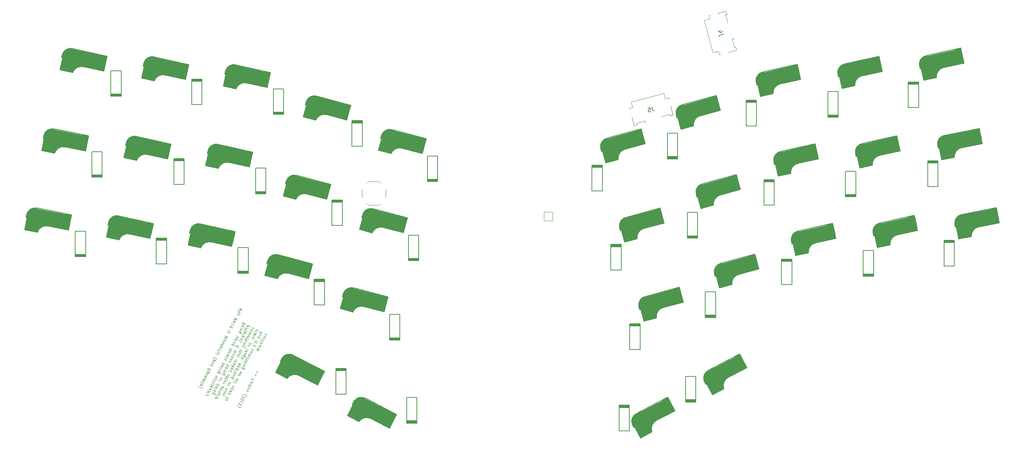
<source format=gbr>
G04 #@! TF.GenerationSoftware,KiCad,Pcbnew,8.0.2-1*
G04 #@! TF.CreationDate,2024-09-10T00:57:15+08:00*
G04 #@! TF.ProjectId,34_monosplit,33345f6d-6f6e-46f7-9370-6c69742e6b69,rev?*
G04 #@! TF.SameCoordinates,Original*
G04 #@! TF.FileFunction,Legend,Bot*
G04 #@! TF.FilePolarity,Positive*
%FSLAX46Y46*%
G04 Gerber Fmt 4.6, Leading zero omitted, Abs format (unit mm)*
G04 Created by KiCad (PCBNEW 8.0.2-1) date 2024-09-10 00:57:15*
%MOMM*%
%LPD*%
G01*
G04 APERTURE LIST*
%ADD10C,0.125000*%
%ADD11C,0.150000*%
%ADD12C,0.500000*%
%ADD13C,0.800000*%
%ADD14C,0.300000*%
%ADD15C,3.000000*%
%ADD16C,3.500000*%
%ADD17C,1.000000*%
%ADD18C,0.400000*%
%ADD19C,0.200000*%
%ADD20C,0.120000*%
G04 APERTURE END LIST*
D10*
X85581625Y-93155990D02*
X86165977Y-93549435D01*
X86165977Y-93549435D02*
X85632046Y-93492267D01*
X85632046Y-93492267D02*
X86042844Y-93785972D01*
X86042844Y-93785972D02*
X85304576Y-93688196D01*
X85842753Y-94170343D02*
X85181443Y-93924732D01*
X85704229Y-94436446D02*
X85357828Y-94307793D01*
X85357828Y-94307793D02*
X85310237Y-94254834D01*
X85310237Y-94254834D02*
X85309530Y-94184005D01*
X85309530Y-94184005D02*
X85355705Y-94095304D01*
X85355705Y-94095304D02*
X85417979Y-94047865D01*
X85417979Y-94047865D02*
X85464861Y-94029994D01*
X85140222Y-94509242D02*
X85504138Y-94820817D01*
X84986306Y-94804912D02*
X85504138Y-94820817D01*
X85504138Y-94820817D02*
X85692376Y-94820162D01*
X85692376Y-94820162D02*
X85739258Y-94802291D01*
X85739258Y-94802291D02*
X85801533Y-94754852D01*
X84427254Y-95373516D02*
X85011606Y-95766961D01*
X85011606Y-95766961D02*
X84477675Y-95709793D01*
X84477675Y-95709793D02*
X84888473Y-96003498D01*
X84888473Y-96003498D02*
X84150205Y-95905722D01*
X84533758Y-96612710D02*
X84596032Y-96565271D01*
X84596032Y-96565271D02*
X84657599Y-96447003D01*
X84657599Y-96447003D02*
X84656891Y-96376173D01*
X84656891Y-96376173D02*
X84609301Y-96323215D01*
X84609301Y-96323215D02*
X84357373Y-96229649D01*
X84357373Y-96229649D02*
X84278999Y-96235824D01*
X84278999Y-96235824D02*
X84216725Y-96283263D01*
X84216725Y-96283263D02*
X84155159Y-96401531D01*
X84155159Y-96401531D02*
X84155866Y-96472361D01*
X84155866Y-96472361D02*
X84203457Y-96525319D01*
X84203457Y-96525319D02*
X84266439Y-96548711D01*
X84266439Y-96548711D02*
X84483337Y-96276432D01*
X84411333Y-96920076D02*
X83970459Y-96756335D01*
X83750022Y-96674465D02*
X83796905Y-96656594D01*
X83796905Y-96656594D02*
X83813004Y-96697856D01*
X83813004Y-96697856D02*
X83766122Y-96715728D01*
X83766122Y-96715728D02*
X83750022Y-96674465D01*
X83750022Y-96674465D02*
X83813004Y-96697856D01*
X84257417Y-97215746D02*
X83816543Y-97052005D01*
X83942507Y-97098788D02*
X83864134Y-97104964D01*
X83864134Y-97104964D02*
X83817251Y-97122835D01*
X83817251Y-97122835D02*
X83754977Y-97170273D01*
X83754977Y-97170273D02*
X83724193Y-97229407D01*
X83918801Y-97866220D02*
X83257491Y-97620609D01*
X83887310Y-97854524D02*
X83949585Y-97807086D01*
X83949585Y-97807086D02*
X84011151Y-97688818D01*
X84011151Y-97688818D02*
X84010443Y-97617988D01*
X84010443Y-97617988D02*
X83994344Y-97576725D01*
X83994344Y-97576725D02*
X83946754Y-97523767D01*
X83946754Y-97523767D02*
X83757808Y-97453592D01*
X83757808Y-97453592D02*
X83679434Y-97459768D01*
X83679434Y-97459768D02*
X83632552Y-97477639D01*
X83632552Y-97477639D02*
X83570277Y-97525077D01*
X83570277Y-97525077D02*
X83508711Y-97643345D01*
X83508711Y-97643345D02*
X83509419Y-97714175D01*
X83518620Y-98634962D02*
X83077746Y-98471222D01*
X82857309Y-98389351D02*
X82904192Y-98371480D01*
X82904192Y-98371480D02*
X82920291Y-98412743D01*
X82920291Y-98412743D02*
X82873408Y-98430614D01*
X82873408Y-98430614D02*
X82857309Y-98389351D01*
X82857309Y-98389351D02*
X82920291Y-98412743D01*
X83348604Y-98889369D02*
X83349312Y-98960199D01*
X83349312Y-98960199D02*
X83287745Y-99078467D01*
X83287745Y-99078467D02*
X83225471Y-99125905D01*
X83225471Y-99125905D02*
X83147098Y-99132081D01*
X83147098Y-99132081D02*
X83115607Y-99120385D01*
X83115607Y-99120385D02*
X83068016Y-99067427D01*
X83068016Y-99067427D02*
X83067309Y-98996597D01*
X83067309Y-98996597D02*
X83113483Y-98907896D01*
X83113483Y-98907896D02*
X83112776Y-98837066D01*
X83112776Y-98837066D02*
X83065185Y-98784108D01*
X83065185Y-98784108D02*
X83033694Y-98772412D01*
X83033694Y-98772412D02*
X82955321Y-98778587D01*
X82955321Y-98778587D02*
X82893047Y-98826026D01*
X82893047Y-98826026D02*
X82846872Y-98914727D01*
X82846872Y-98914727D02*
X82847579Y-98985557D01*
X82226253Y-99601599D02*
X82810605Y-99995045D01*
X82810605Y-99995045D02*
X82276674Y-99937877D01*
X82276674Y-99937877D02*
X82687472Y-100231581D01*
X82687472Y-100231581D02*
X81949204Y-100133806D01*
X82441206Y-100704654D02*
X82440499Y-100633824D01*
X82440499Y-100633824D02*
X82424399Y-100592561D01*
X82424399Y-100592561D02*
X82376809Y-100539603D01*
X82376809Y-100539603D02*
X82187863Y-100469428D01*
X82187863Y-100469428D02*
X82109489Y-100475604D01*
X82109489Y-100475604D02*
X82062607Y-100493475D01*
X82062607Y-100493475D02*
X82000333Y-100540913D01*
X82000333Y-100540913D02*
X81954158Y-100629614D01*
X81954158Y-100629614D02*
X81954865Y-100700444D01*
X81954865Y-100700444D02*
X81970965Y-100741707D01*
X81970965Y-100741707D02*
X82018555Y-100794665D01*
X82018555Y-100794665D02*
X82207501Y-100864840D01*
X82207501Y-100864840D02*
X82285875Y-100858664D01*
X82285875Y-100858664D02*
X82332757Y-100840793D01*
X82332757Y-100840793D02*
X82395031Y-100793355D01*
X82395031Y-100793355D02*
X82441206Y-100704654D01*
X81754067Y-101013985D02*
X82194941Y-101177726D01*
X81817049Y-101037377D02*
X81770166Y-101055248D01*
X81770166Y-101055248D02*
X81707892Y-101102686D01*
X81707892Y-101102686D02*
X81661717Y-101191388D01*
X81661717Y-101191388D02*
X81662425Y-101262217D01*
X81662425Y-101262217D02*
X81710015Y-101315176D01*
X81710015Y-101315176D02*
X82056416Y-101443829D01*
X81763975Y-102005602D02*
X81102665Y-101759992D01*
X81732484Y-101993907D02*
X81794759Y-101946468D01*
X81794759Y-101946468D02*
X81856325Y-101828200D01*
X81856325Y-101828200D02*
X81855617Y-101757370D01*
X81855617Y-101757370D02*
X81839518Y-101716108D01*
X81839518Y-101716108D02*
X81791928Y-101663149D01*
X81791928Y-101663149D02*
X81602982Y-101592975D01*
X81602982Y-101592975D02*
X81524608Y-101599150D01*
X81524608Y-101599150D02*
X81477726Y-101617021D01*
X81477726Y-101617021D02*
X81415451Y-101664460D01*
X81415451Y-101664460D02*
X81353885Y-101782728D01*
X81353885Y-101782728D02*
X81354593Y-101853558D01*
X81455435Y-102526113D02*
X81517710Y-102478674D01*
X81517710Y-102478674D02*
X81579276Y-102360406D01*
X81579276Y-102360406D02*
X81578568Y-102289577D01*
X81578568Y-102289577D02*
X81530978Y-102236618D01*
X81530978Y-102236618D02*
X81279050Y-102143052D01*
X81279050Y-102143052D02*
X81200677Y-102149228D01*
X81200677Y-102149228D02*
X81138402Y-102196666D01*
X81138402Y-102196666D02*
X81076836Y-102314934D01*
X81076836Y-102314934D02*
X81077544Y-102385764D01*
X81077544Y-102385764D02*
X81125134Y-102438722D01*
X81125134Y-102438722D02*
X81188116Y-102462114D01*
X81188116Y-102462114D02*
X81405014Y-102189835D01*
X81333010Y-102833479D02*
X80892136Y-102669738D01*
X81018100Y-102716521D02*
X80939727Y-102722697D01*
X80939727Y-102722697D02*
X80892844Y-102740568D01*
X80892844Y-102740568D02*
X80830570Y-102788006D01*
X80830570Y-102788006D02*
X80799787Y-102847141D01*
X80738220Y-102965408D02*
X80615087Y-103201945D01*
X81132919Y-103217850D02*
X80566082Y-103007326D01*
X80566082Y-103007326D02*
X80487708Y-103013502D01*
X80487708Y-103013502D02*
X80425434Y-103060940D01*
X80425434Y-103060940D02*
X80394651Y-103120074D01*
X80368821Y-103675017D02*
X80809695Y-103838757D01*
X80507346Y-103408914D02*
X80853747Y-103537567D01*
X80853747Y-103537567D02*
X80901337Y-103590525D01*
X80901337Y-103590525D02*
X80902045Y-103661355D01*
X80902045Y-103661355D02*
X80855870Y-103750056D01*
X80855870Y-103750056D02*
X80793596Y-103797495D01*
X80793596Y-103797495D02*
X80746713Y-103815366D01*
X80609604Y-104223128D02*
X80608897Y-104152299D01*
X80608897Y-104152299D02*
X80561306Y-104099340D01*
X80561306Y-104099340D02*
X79994469Y-103888817D01*
X80399783Y-105203705D02*
X80383684Y-105162442D01*
X80383684Y-105162442D02*
X80319994Y-105068221D01*
X80319994Y-105068221D02*
X80272404Y-105015263D01*
X80272404Y-105015263D02*
X80193323Y-104950608D01*
X80193323Y-104950608D02*
X80051259Y-104862563D01*
X80051259Y-104862563D02*
X79925296Y-104815780D01*
X79925296Y-104815780D02*
X79752449Y-104786868D01*
X79752449Y-104786868D02*
X79642584Y-104781348D01*
X79642584Y-104781348D02*
X79564211Y-104787523D01*
X79564211Y-104787523D02*
X79438955Y-104811570D01*
X79438955Y-104811570D02*
X79392072Y-104829442D01*
X79886198Y-105612779D02*
X79539797Y-105484126D01*
X79539797Y-105484126D02*
X79492207Y-105431167D01*
X79492207Y-105431167D02*
X79491499Y-105360338D01*
X79491499Y-105360338D02*
X79553066Y-105242069D01*
X79553066Y-105242069D02*
X79615340Y-105194631D01*
X79854707Y-105601083D02*
X79916981Y-105553645D01*
X79916981Y-105553645D02*
X79993939Y-105405810D01*
X79993939Y-105405810D02*
X79993232Y-105334980D01*
X79993232Y-105334980D02*
X79945641Y-105282022D01*
X79945641Y-105282022D02*
X79882659Y-105258630D01*
X79882659Y-105258630D02*
X79804286Y-105264806D01*
X79804286Y-105264806D02*
X79742011Y-105312244D01*
X79742011Y-105312244D02*
X79665053Y-105460079D01*
X79665053Y-105460079D02*
X79602779Y-105507517D01*
X79291408Y-105744709D02*
X79732282Y-105908449D01*
X79354390Y-105768100D02*
X79307508Y-105785971D01*
X79307508Y-105785971D02*
X79245233Y-105833410D01*
X79245233Y-105833410D02*
X79199058Y-105922111D01*
X79199058Y-105922111D02*
X79199766Y-105992941D01*
X79199766Y-105992941D02*
X79247357Y-106045899D01*
X79247357Y-106045899D02*
X79593757Y-106174552D01*
X79301317Y-106736326D02*
X78640006Y-106490715D01*
X79269826Y-106724630D02*
X79332100Y-106677191D01*
X79332100Y-106677191D02*
X79393666Y-106558923D01*
X79393666Y-106558923D02*
X79392959Y-106488094D01*
X79392959Y-106488094D02*
X79376859Y-106446831D01*
X79376859Y-106446831D02*
X79329269Y-106393872D01*
X79329269Y-106393872D02*
X79140323Y-106323698D01*
X79140323Y-106323698D02*
X79061949Y-106329873D01*
X79061949Y-106329873D02*
X79015067Y-106347745D01*
X79015067Y-106347745D02*
X78952793Y-106395183D01*
X78952793Y-106395183D02*
X78891226Y-106513451D01*
X78891226Y-106513451D02*
X78891934Y-106584281D01*
X78446993Y-107583384D02*
X78432309Y-107683781D01*
X78432309Y-107683781D02*
X78448408Y-107725043D01*
X78448408Y-107725043D02*
X78495999Y-107778002D01*
X78495999Y-107778002D02*
X78590471Y-107813089D01*
X78590471Y-107813089D02*
X78668845Y-107806913D01*
X78668845Y-107806913D02*
X78715728Y-107789042D01*
X78715728Y-107789042D02*
X78778002Y-107741604D01*
X78778002Y-107741604D02*
X78901135Y-107505068D01*
X78901135Y-107505068D02*
X78239824Y-107259457D01*
X78239824Y-107259457D02*
X78132083Y-107466426D01*
X78132083Y-107466426D02*
X78132791Y-107537256D01*
X78132791Y-107537256D02*
X78148890Y-107578519D01*
X78148890Y-107578519D02*
X78196480Y-107631477D01*
X78196480Y-107631477D02*
X78259462Y-107654869D01*
X78259462Y-107654869D02*
X78337836Y-107648693D01*
X78337836Y-107648693D02*
X78384719Y-107630822D01*
X78384719Y-107630822D02*
X78446993Y-107583384D01*
X78446993Y-107583384D02*
X78554734Y-107376415D01*
X78439386Y-108392079D02*
X78092985Y-108263425D01*
X78092985Y-108263425D02*
X78045395Y-108210467D01*
X78045395Y-108210467D02*
X78044687Y-108139637D01*
X78044687Y-108139637D02*
X78106254Y-108021369D01*
X78106254Y-108021369D02*
X78168528Y-107973931D01*
X78407895Y-108380383D02*
X78470169Y-108332944D01*
X78470169Y-108332944D02*
X78547128Y-108185109D01*
X78547128Y-108185109D02*
X78546420Y-108114280D01*
X78546420Y-108114280D02*
X78498829Y-108061321D01*
X78498829Y-108061321D02*
X78435848Y-108037930D01*
X78435848Y-108037930D02*
X78357474Y-108044105D01*
X78357474Y-108044105D02*
X78295200Y-108091543D01*
X78295200Y-108091543D02*
X78218242Y-108239379D01*
X78218242Y-108239379D02*
X78155967Y-108286817D01*
X77844596Y-108524008D02*
X78285470Y-108687748D01*
X77907578Y-108547400D02*
X77860696Y-108565271D01*
X77860696Y-108565271D02*
X77798422Y-108612709D01*
X77798422Y-108612709D02*
X77752247Y-108701410D01*
X77752247Y-108701410D02*
X77752954Y-108772240D01*
X77752954Y-108772240D02*
X77800545Y-108825199D01*
X77800545Y-108825199D02*
X78146946Y-108953852D01*
X77993030Y-109249522D02*
X77331719Y-109003911D01*
X77710318Y-109215090D02*
X77869897Y-109486058D01*
X77429023Y-109322318D02*
X77804084Y-109179347D01*
X77592847Y-110018265D02*
X77246446Y-109889612D01*
X77246446Y-109889612D02*
X77198856Y-109836653D01*
X77198856Y-109836653D02*
X77198148Y-109765823D01*
X77198148Y-109765823D02*
X77259715Y-109647555D01*
X77259715Y-109647555D02*
X77321989Y-109600117D01*
X77561356Y-110006569D02*
X77623631Y-109959131D01*
X77623631Y-109959131D02*
X77700589Y-109811296D01*
X77700589Y-109811296D02*
X77699881Y-109740466D01*
X77699881Y-109740466D02*
X77652291Y-109687507D01*
X77652291Y-109687507D02*
X77589309Y-109664116D01*
X77589309Y-109664116D02*
X77510935Y-109670291D01*
X77510935Y-109670291D02*
X77448661Y-109717730D01*
X77448661Y-109717730D02*
X77371703Y-109865565D01*
X77371703Y-109865565D02*
X77309428Y-109913003D01*
X77438931Y-110313935D02*
X76777621Y-110068324D01*
X77029548Y-110161890D02*
X76967274Y-110209328D01*
X76967274Y-110209328D02*
X76905708Y-110327596D01*
X76905708Y-110327596D02*
X76906416Y-110398426D01*
X76906416Y-110398426D02*
X76922515Y-110439689D01*
X76922515Y-110439689D02*
X76970105Y-110492648D01*
X76970105Y-110492648D02*
X77159051Y-110562822D01*
X77159051Y-110562822D02*
X77237425Y-110556646D01*
X77237425Y-110556646D02*
X77284307Y-110538775D01*
X77284307Y-110538775D02*
X77346581Y-110491337D01*
X77346581Y-110491337D02*
X77408148Y-110373069D01*
X77408148Y-110373069D02*
X77407440Y-110302239D01*
X77100316Y-110964409D02*
X77099608Y-110893579D01*
X77099608Y-110893579D02*
X77052018Y-110840621D01*
X77052018Y-110840621D02*
X76485180Y-110630097D01*
X76822559Y-111425786D02*
X76884833Y-111378348D01*
X76884833Y-111378348D02*
X76946399Y-111260080D01*
X76946399Y-111260080D02*
X76945692Y-111189250D01*
X76945692Y-111189250D02*
X76898101Y-111136291D01*
X76898101Y-111136291D02*
X76646173Y-111042725D01*
X76646173Y-111042725D02*
X76567800Y-111048901D01*
X76567800Y-111048901D02*
X76505526Y-111096339D01*
X76505526Y-111096339D02*
X76443959Y-111214607D01*
X76443959Y-111214607D02*
X76444667Y-111285437D01*
X76444667Y-111285437D02*
X76492257Y-111338396D01*
X76492257Y-111338396D02*
X76555239Y-111361787D01*
X76555239Y-111361787D02*
X76772137Y-111089508D01*
X76982845Y-111767584D02*
X76935962Y-111785455D01*
X76935962Y-111785455D02*
X76810706Y-111809502D01*
X76810706Y-111809502D02*
X76732332Y-111815678D01*
X76732332Y-111815678D02*
X76622468Y-111810157D01*
X76622468Y-111810157D02*
X76449621Y-111781246D01*
X76449621Y-111781246D02*
X76323657Y-111734463D01*
X76323657Y-111734463D02*
X76181594Y-111646417D01*
X76181594Y-111646417D02*
X76102513Y-111581763D01*
X76102513Y-111581763D02*
X76054922Y-111528804D01*
X76054922Y-111528804D02*
X75991233Y-111434583D01*
X75991233Y-111434583D02*
X75975133Y-111393320D01*
X86541326Y-96915591D02*
X86526642Y-97015988D01*
X86526642Y-97015988D02*
X86542742Y-97057251D01*
X86542742Y-97057251D02*
X86590332Y-97110209D01*
X86590332Y-97110209D02*
X86684805Y-97145296D01*
X86684805Y-97145296D02*
X86763178Y-97139121D01*
X86763178Y-97139121D02*
X86810061Y-97121250D01*
X86810061Y-97121250D02*
X86872335Y-97073811D01*
X86872335Y-97073811D02*
X86995468Y-96837275D01*
X86995468Y-96837275D02*
X86334158Y-96591665D01*
X86334158Y-96591665D02*
X86226416Y-96798634D01*
X86226416Y-96798634D02*
X86227124Y-96869464D01*
X86227124Y-96869464D02*
X86243223Y-96910726D01*
X86243223Y-96910726D02*
X86290814Y-96963685D01*
X86290814Y-96963685D02*
X86353796Y-96987076D01*
X86353796Y-96987076D02*
X86432169Y-96980901D01*
X86432169Y-96980901D02*
X86479052Y-96963029D01*
X86479052Y-96963029D02*
X86541326Y-96915591D01*
X86541326Y-96915591D02*
X86649067Y-96708622D01*
X86517620Y-97683023D02*
X86579894Y-97635585D01*
X86579894Y-97635585D02*
X86641461Y-97517317D01*
X86641461Y-97517317D02*
X86640753Y-97446487D01*
X86640753Y-97446487D02*
X86593163Y-97393528D01*
X86593163Y-97393528D02*
X86341235Y-97299963D01*
X86341235Y-97299963D02*
X86262861Y-97306138D01*
X86262861Y-97306138D02*
X86200587Y-97353576D01*
X86200587Y-97353576D02*
X86139021Y-97471844D01*
X86139021Y-97471844D02*
X86139728Y-97542674D01*
X86139728Y-97542674D02*
X86187319Y-97595633D01*
X86187319Y-97595633D02*
X86250301Y-97619024D01*
X86250301Y-97619024D02*
X86467199Y-97346745D01*
X86395195Y-97990389D02*
X85954321Y-97826649D01*
X85733884Y-97744779D02*
X85780767Y-97726907D01*
X85780767Y-97726907D02*
X85796866Y-97768170D01*
X85796866Y-97768170D02*
X85749984Y-97786041D01*
X85749984Y-97786041D02*
X85733884Y-97744779D01*
X85733884Y-97744779D02*
X85796866Y-97768170D01*
X85800405Y-98122319D02*
X86241279Y-98286059D01*
X85863387Y-98145710D02*
X85816505Y-98163582D01*
X85816505Y-98163582D02*
X85754230Y-98211020D01*
X85754230Y-98211020D02*
X85708056Y-98299721D01*
X85708056Y-98299721D02*
X85708763Y-98370551D01*
X85708763Y-98370551D02*
X85756354Y-98423509D01*
X85756354Y-98423509D02*
X86102754Y-98552162D01*
X85369440Y-98950195D02*
X85904787Y-99149023D01*
X85904787Y-99149023D02*
X85983160Y-99142847D01*
X85983160Y-99142847D02*
X86030043Y-99124976D01*
X86030043Y-99124976D02*
X86092317Y-99077538D01*
X86092317Y-99077538D02*
X86138492Y-98988837D01*
X86138492Y-98988837D02*
X86137784Y-98918007D01*
X85778823Y-99102240D02*
X85841097Y-99054802D01*
X85841097Y-99054802D02*
X85902663Y-98936533D01*
X85902663Y-98936533D02*
X85901956Y-98865704D01*
X85901956Y-98865704D02*
X85885856Y-98824441D01*
X85885856Y-98824441D02*
X85838266Y-98771482D01*
X85838266Y-98771482D02*
X85649320Y-98701308D01*
X85649320Y-98701308D02*
X85570947Y-98707484D01*
X85570947Y-98707484D02*
X85524064Y-98725355D01*
X85524064Y-98725355D02*
X85461790Y-98772793D01*
X85461790Y-98772793D02*
X85400223Y-98891061D01*
X85400223Y-98891061D02*
X85400931Y-98961891D01*
X85000041Y-99659803D02*
X85379349Y-99941812D01*
X85379349Y-99941812D02*
X85002872Y-99943123D01*
X85002872Y-99943123D02*
X85256216Y-100178348D01*
X85256216Y-100178348D02*
X84753776Y-100132876D01*
X84916893Y-100757993D02*
X84979167Y-100710554D01*
X84979167Y-100710554D02*
X85040733Y-100592286D01*
X85040733Y-100592286D02*
X85040025Y-100521456D01*
X85040025Y-100521456D02*
X84992435Y-100468498D01*
X84992435Y-100468498D02*
X84740507Y-100374932D01*
X84740507Y-100374932D02*
X84662134Y-100381107D01*
X84662134Y-100381107D02*
X84599859Y-100428546D01*
X84599859Y-100428546D02*
X84538293Y-100546814D01*
X84538293Y-100546814D02*
X84539001Y-100617644D01*
X84539001Y-100617644D02*
X84586591Y-100670602D01*
X84586591Y-100670602D02*
X84649573Y-100693994D01*
X84649573Y-100693994D02*
X84866471Y-100421715D01*
X84794467Y-101065359D02*
X84353594Y-100901618D01*
X84133157Y-100819748D02*
X84180039Y-100801877D01*
X84180039Y-100801877D02*
X84196139Y-100843140D01*
X84196139Y-100843140D02*
X84149256Y-100861011D01*
X84149256Y-100861011D02*
X84133157Y-100819748D01*
X84133157Y-100819748D02*
X84196139Y-100843140D01*
X84640551Y-101361029D02*
X84199678Y-101197288D01*
X84325641Y-101244071D02*
X84247268Y-101250247D01*
X84247268Y-101250247D02*
X84200385Y-101268118D01*
X84200385Y-101268118D02*
X84138111Y-101315556D01*
X84138111Y-101315556D02*
X84107328Y-101374690D01*
X84301936Y-102011503D02*
X83640625Y-101765892D01*
X84270445Y-101999807D02*
X84332719Y-101952369D01*
X84332719Y-101952369D02*
X84394285Y-101834101D01*
X84394285Y-101834101D02*
X84393578Y-101763271D01*
X84393578Y-101763271D02*
X84377478Y-101722008D01*
X84377478Y-101722008D02*
X84329888Y-101669050D01*
X84329888Y-101669050D02*
X84140942Y-101598875D01*
X84140942Y-101598875D02*
X84062569Y-101605051D01*
X84062569Y-101605051D02*
X84015686Y-101622922D01*
X84015686Y-101622922D02*
X83953412Y-101670360D01*
X83953412Y-101670360D02*
X83891845Y-101788628D01*
X83891845Y-101788628D02*
X83892553Y-101859458D01*
X83901754Y-102780245D02*
X83460880Y-102616505D01*
X83523862Y-102639896D02*
X83476980Y-102657767D01*
X83476980Y-102657767D02*
X83414705Y-102705206D01*
X83414705Y-102705206D02*
X83368530Y-102793907D01*
X83368530Y-102793907D02*
X83369238Y-102864737D01*
X83369238Y-102864737D02*
X83416829Y-102917695D01*
X83416829Y-102917695D02*
X83763229Y-103046348D01*
X83416829Y-102917695D02*
X83338455Y-102923871D01*
X83338455Y-102923871D02*
X83276181Y-102971309D01*
X83276181Y-102971309D02*
X83230006Y-103060010D01*
X83230006Y-103060010D02*
X83230714Y-103130840D01*
X83230714Y-103130840D02*
X83278304Y-103183798D01*
X83278304Y-103183798D02*
X83624705Y-103312452D01*
X83316165Y-103832962D02*
X83378439Y-103785524D01*
X83378439Y-103785524D02*
X83440005Y-103667256D01*
X83440005Y-103667256D02*
X83439298Y-103596426D01*
X83439298Y-103596426D02*
X83391707Y-103543467D01*
X83391707Y-103543467D02*
X83139780Y-103449901D01*
X83139780Y-103449901D02*
X83061406Y-103456077D01*
X83061406Y-103456077D02*
X82999132Y-103503515D01*
X82999132Y-103503515D02*
X82937565Y-103621783D01*
X82937565Y-103621783D02*
X82938273Y-103692613D01*
X82938273Y-103692613D02*
X82985863Y-103745572D01*
X82985863Y-103745572D02*
X83048845Y-103768963D01*
X83048845Y-103768963D02*
X83265743Y-103496684D01*
X83055215Y-104406431D02*
X82708814Y-104277778D01*
X82708814Y-104277778D02*
X82661224Y-104224820D01*
X82661224Y-104224820D02*
X82660516Y-104153990D01*
X82660516Y-104153990D02*
X82722083Y-104035722D01*
X82722083Y-104035722D02*
X82784357Y-103988283D01*
X83023724Y-104394736D02*
X83085998Y-104347297D01*
X83085998Y-104347297D02*
X83162956Y-104199462D01*
X83162956Y-104199462D02*
X83162249Y-104128632D01*
X83162249Y-104128632D02*
X83114658Y-104075674D01*
X83114658Y-104075674D02*
X83051676Y-104052282D01*
X83051676Y-104052282D02*
X82973303Y-104058458D01*
X82973303Y-104058458D02*
X82911028Y-104105896D01*
X82911028Y-104105896D02*
X82834070Y-104253731D01*
X82834070Y-104253731D02*
X82771796Y-104301170D01*
X82460425Y-104538361D02*
X82901299Y-104702101D01*
X82523407Y-104561752D02*
X82476525Y-104579624D01*
X82476525Y-104579624D02*
X82414250Y-104627062D01*
X82414250Y-104627062D02*
X82368075Y-104715763D01*
X82368075Y-104715763D02*
X82368783Y-104786593D01*
X82368783Y-104786593D02*
X82416374Y-104839551D01*
X82416374Y-104839551D02*
X82762774Y-104968204D01*
X82592759Y-105222612D02*
X82593467Y-105293442D01*
X82593467Y-105293442D02*
X82531900Y-105411710D01*
X82531900Y-105411710D02*
X82469626Y-105459148D01*
X82469626Y-105459148D02*
X82391252Y-105465323D01*
X82391252Y-105465323D02*
X82359761Y-105453628D01*
X82359761Y-105453628D02*
X82312171Y-105400669D01*
X82312171Y-105400669D02*
X82311463Y-105329839D01*
X82311463Y-105329839D02*
X82357638Y-105241138D01*
X82357638Y-105241138D02*
X82356930Y-105170309D01*
X82356930Y-105170309D02*
X82309340Y-105117350D01*
X82309340Y-105117350D02*
X82277849Y-105105654D01*
X82277849Y-105105654D02*
X82199476Y-105111830D01*
X82199476Y-105111830D02*
X82137201Y-105159268D01*
X82137201Y-105159268D02*
X82091026Y-105247969D01*
X82091026Y-105247969D02*
X82091734Y-105318799D01*
X82100935Y-106239586D02*
X81439624Y-105993976D01*
X81691552Y-106087542D02*
X81629278Y-106134980D01*
X81629278Y-106134980D02*
X81567711Y-106253248D01*
X81567711Y-106253248D02*
X81568419Y-106324078D01*
X81568419Y-106324078D02*
X81584518Y-106365341D01*
X81584518Y-106365341D02*
X81632109Y-106418299D01*
X81632109Y-106418299D02*
X81821055Y-106488474D01*
X81821055Y-106488474D02*
X81899428Y-106482298D01*
X81899428Y-106482298D02*
X81946311Y-106464427D01*
X81946311Y-106464427D02*
X82008585Y-106416989D01*
X82008585Y-106416989D02*
X82070152Y-106298720D01*
X82070152Y-106298720D02*
X82069444Y-106227891D01*
X81653870Y-107026200D02*
X81716144Y-106978762D01*
X81716144Y-106978762D02*
X81777711Y-106860494D01*
X81777711Y-106860494D02*
X81777003Y-106789664D01*
X81777003Y-106789664D02*
X81729413Y-106736705D01*
X81729413Y-106736705D02*
X81477485Y-106643139D01*
X81477485Y-106643139D02*
X81399111Y-106649315D01*
X81399111Y-106649315D02*
X81336837Y-106696753D01*
X81336837Y-106696753D02*
X81275271Y-106815021D01*
X81275271Y-106815021D02*
X81275978Y-106885851D01*
X81275978Y-106885851D02*
X81323569Y-106938810D01*
X81323569Y-106938810D02*
X81386551Y-106962201D01*
X81386551Y-106962201D02*
X81603449Y-106689922D01*
X81531445Y-107333566D02*
X81090571Y-107169826D01*
X80870134Y-107087956D02*
X80917017Y-107070084D01*
X80917017Y-107070084D02*
X80933116Y-107111347D01*
X80933116Y-107111347D02*
X80886234Y-107129218D01*
X80886234Y-107129218D02*
X80870134Y-107087956D01*
X80870134Y-107087956D02*
X80933116Y-107111347D01*
X80936655Y-107465496D02*
X81377529Y-107629236D01*
X80999637Y-107488887D02*
X80952755Y-107506758D01*
X80952755Y-107506758D02*
X80890480Y-107554197D01*
X80890480Y-107554197D02*
X80844305Y-107642898D01*
X80844305Y-107642898D02*
X80845013Y-107713728D01*
X80845013Y-107713728D02*
X80892604Y-107766686D01*
X80892604Y-107766686D02*
X81239004Y-107895339D01*
X80505690Y-108293372D02*
X81041037Y-108492200D01*
X81041037Y-108492200D02*
X81119410Y-108486024D01*
X81119410Y-108486024D02*
X81166293Y-108468153D01*
X81166293Y-108468153D02*
X81228567Y-108420715D01*
X81228567Y-108420715D02*
X81274742Y-108332014D01*
X81274742Y-108332014D02*
X81274034Y-108261184D01*
X80915073Y-108445417D02*
X80977347Y-108397979D01*
X80977347Y-108397979D02*
X81038913Y-108279710D01*
X81038913Y-108279710D02*
X81038206Y-108208881D01*
X81038206Y-108208881D02*
X81022106Y-108167618D01*
X81022106Y-108167618D02*
X80974516Y-108114659D01*
X80974516Y-108114659D02*
X80785570Y-108044485D01*
X80785570Y-108044485D02*
X80707197Y-108050660D01*
X80707197Y-108050660D02*
X80660314Y-108068532D01*
X80660314Y-108068532D02*
X80598040Y-108115970D01*
X80598040Y-108115970D02*
X80536473Y-108234238D01*
X80536473Y-108234238D02*
X80537181Y-108305068D01*
X80105508Y-109062114D02*
X80546382Y-109225855D01*
X80168490Y-109085506D02*
X80121608Y-109103377D01*
X80121608Y-109103377D02*
X80059333Y-109150815D01*
X80059333Y-109150815D02*
X80013158Y-109239516D01*
X80013158Y-109239516D02*
X80013866Y-109310346D01*
X80013866Y-109310346D02*
X80061457Y-109363305D01*
X80061457Y-109363305D02*
X80407857Y-109491958D01*
X80207766Y-109876329D02*
X80207059Y-109805499D01*
X80207059Y-109805499D02*
X80190959Y-109764236D01*
X80190959Y-109764236D02*
X80143369Y-109711278D01*
X80143369Y-109711278D02*
X79954423Y-109641104D01*
X79954423Y-109641104D02*
X79876049Y-109647279D01*
X79876049Y-109647279D02*
X79829167Y-109665150D01*
X79829167Y-109665150D02*
X79766893Y-109712589D01*
X79766893Y-109712589D02*
X79720718Y-109801290D01*
X79720718Y-109801290D02*
X79721426Y-109872120D01*
X79721426Y-109872120D02*
X79737525Y-109913382D01*
X79737525Y-109913382D02*
X79785115Y-109966341D01*
X79785115Y-109966341D02*
X79974061Y-110036515D01*
X79974061Y-110036515D02*
X80052435Y-110030340D01*
X80052435Y-110030340D02*
X80099317Y-110012468D01*
X80099317Y-110012468D02*
X80161592Y-109965030D01*
X80161592Y-109965030D02*
X80207766Y-109876329D01*
X79566802Y-110096960D02*
X79443669Y-110333496D01*
X79300190Y-110103791D02*
X79867028Y-110314314D01*
X79867028Y-110314314D02*
X79914618Y-110367272D01*
X79914618Y-110367272D02*
X79915326Y-110438102D01*
X79915326Y-110438102D02*
X79884543Y-110497236D01*
X79776801Y-110704206D02*
X79335927Y-110540465D01*
X79115491Y-110458595D02*
X79162373Y-110440724D01*
X79162373Y-110440724D02*
X79178473Y-110481986D01*
X79178473Y-110481986D02*
X79131590Y-110499858D01*
X79131590Y-110499858D02*
X79115491Y-110458595D01*
X79115491Y-110458595D02*
X79178473Y-110481986D01*
X79452870Y-111254283D02*
X79515144Y-111206845D01*
X79515144Y-111206845D02*
X79576710Y-111088577D01*
X79576710Y-111088577D02*
X79576003Y-111017747D01*
X79576003Y-111017747D02*
X79559903Y-110976484D01*
X79559903Y-110976484D02*
X79512313Y-110923526D01*
X79512313Y-110923526D02*
X79323367Y-110853351D01*
X79323367Y-110853351D02*
X79244993Y-110859527D01*
X79244993Y-110859527D02*
X79198111Y-110877398D01*
X79198111Y-110877398D02*
X79135837Y-110924836D01*
X79135837Y-110924836D02*
X79074270Y-111043104D01*
X79074270Y-111043104D02*
X79074978Y-111113934D01*
X79191212Y-111756922D02*
X79253486Y-111709484D01*
X79253486Y-111709484D02*
X79315053Y-111591216D01*
X79315053Y-111591216D02*
X79314345Y-111520386D01*
X79314345Y-111520386D02*
X79266755Y-111467428D01*
X79266755Y-111467428D02*
X79014827Y-111373862D01*
X79014827Y-111373862D02*
X78936453Y-111380037D01*
X78936453Y-111380037D02*
X78874179Y-111427476D01*
X78874179Y-111427476D02*
X78812613Y-111545744D01*
X78812613Y-111545744D02*
X78813320Y-111616574D01*
X78813320Y-111616574D02*
X78860911Y-111669532D01*
X78860911Y-111669532D02*
X78923893Y-111692924D01*
X78923893Y-111692924D02*
X79140791Y-111420645D01*
X78930262Y-112330392D02*
X78583861Y-112201739D01*
X78583861Y-112201739D02*
X78536271Y-112148780D01*
X78536271Y-112148780D02*
X78535563Y-112077950D01*
X78535563Y-112077950D02*
X78597130Y-111959682D01*
X78597130Y-111959682D02*
X78659404Y-111912244D01*
X78898771Y-112318696D02*
X78961045Y-112271258D01*
X78961045Y-112271258D02*
X79038004Y-112123423D01*
X79038004Y-112123423D02*
X79037296Y-112052593D01*
X79037296Y-112052593D02*
X78989705Y-111999634D01*
X78989705Y-111999634D02*
X78926724Y-111976243D01*
X78926724Y-111976243D02*
X78848350Y-111982418D01*
X78848350Y-111982418D02*
X78786076Y-112029857D01*
X78786076Y-112029857D02*
X78709118Y-112177692D01*
X78709118Y-112177692D02*
X78646843Y-112225130D01*
X78776346Y-112626062D02*
X78115036Y-112380451D01*
X78366963Y-112474017D02*
X78304689Y-112521455D01*
X78304689Y-112521455D02*
X78243123Y-112639724D01*
X78243123Y-112639724D02*
X78243830Y-112710553D01*
X78243830Y-112710553D02*
X78259930Y-112751816D01*
X78259930Y-112751816D02*
X78307520Y-112804775D01*
X78307520Y-112804775D02*
X78496466Y-112874949D01*
X78496466Y-112874949D02*
X78574840Y-112868773D01*
X78574840Y-112868773D02*
X78621722Y-112850902D01*
X78621722Y-112850902D02*
X78683996Y-112803464D01*
X78683996Y-112803464D02*
X78745563Y-112685196D01*
X78745563Y-112685196D02*
X78744855Y-112614366D01*
X78437731Y-113276536D02*
X78437023Y-113205706D01*
X78437023Y-113205706D02*
X78389433Y-113152748D01*
X78389433Y-113152748D02*
X77822595Y-112942224D01*
X77904507Y-113290198D02*
X78268423Y-113601774D01*
X77750591Y-113585868D02*
X78268423Y-113601774D01*
X78268423Y-113601774D02*
X78456661Y-113601118D01*
X78456661Y-113601118D02*
X78503543Y-113583247D01*
X78503543Y-113583247D02*
X78565818Y-113535809D01*
X87856571Y-97623751D02*
X87195260Y-97378141D01*
X87825080Y-97612056D02*
X87887354Y-97564617D01*
X87887354Y-97564617D02*
X87948920Y-97446349D01*
X87948920Y-97446349D02*
X87948213Y-97375519D01*
X87948213Y-97375519D02*
X87932113Y-97334257D01*
X87932113Y-97334257D02*
X87884523Y-97281298D01*
X87884523Y-97281298D02*
X87695577Y-97211124D01*
X87695577Y-97211124D02*
X87617203Y-97217299D01*
X87617203Y-97217299D02*
X87570321Y-97235170D01*
X87570321Y-97235170D02*
X87508047Y-97282609D01*
X87508047Y-97282609D02*
X87446480Y-97400877D01*
X87446480Y-97400877D02*
X87447188Y-97471707D01*
X87702655Y-97919421D02*
X87261781Y-97755681D01*
X87041344Y-97673811D02*
X87088227Y-97655939D01*
X87088227Y-97655939D02*
X87104326Y-97697202D01*
X87104326Y-97697202D02*
X87057443Y-97715074D01*
X87057443Y-97715074D02*
X87041344Y-97673811D01*
X87041344Y-97673811D02*
X87104326Y-97697202D01*
X87154040Y-97962650D02*
X87030907Y-98199186D01*
X87548739Y-98215091D02*
X86981901Y-98004568D01*
X86981901Y-98004568D02*
X86903527Y-98010744D01*
X86903527Y-98010744D02*
X86841253Y-98058182D01*
X86841253Y-98058182D02*
X86810470Y-98117316D01*
X86969340Y-98317454D02*
X86846207Y-98553990D01*
X87364039Y-98569896D02*
X86797201Y-98359372D01*
X86797201Y-98359372D02*
X86718828Y-98365548D01*
X86718828Y-98365548D02*
X86656554Y-98412986D01*
X86656554Y-98412986D02*
X86625770Y-98472120D01*
X87024716Y-99149540D02*
X87086990Y-99102102D01*
X87086990Y-99102102D02*
X87148556Y-98983834D01*
X87148556Y-98983834D02*
X87147849Y-98913004D01*
X87147849Y-98913004D02*
X87100258Y-98860046D01*
X87100258Y-98860046D02*
X86848330Y-98766480D01*
X86848330Y-98766480D02*
X86769957Y-98772655D01*
X86769957Y-98772655D02*
X86707683Y-98820094D01*
X86707683Y-98820094D02*
X86646116Y-98938362D01*
X86646116Y-98938362D02*
X86646824Y-99009192D01*
X86646824Y-99009192D02*
X86694414Y-99062150D01*
X86694414Y-99062150D02*
X86757396Y-99085542D01*
X86757396Y-99085542D02*
X86974294Y-98813263D01*
X86902290Y-99456906D02*
X86461417Y-99293166D01*
X86587381Y-99339949D02*
X86509007Y-99346125D01*
X86509007Y-99346125D02*
X86462125Y-99363996D01*
X86462125Y-99363996D02*
X86399850Y-99411434D01*
X86399850Y-99411434D02*
X86369067Y-99470568D01*
X86547576Y-100066118D02*
X86609850Y-100018680D01*
X86609850Y-100018680D02*
X86671416Y-99900412D01*
X86671416Y-99900412D02*
X86670709Y-99829582D01*
X86670709Y-99829582D02*
X86623118Y-99776623D01*
X86623118Y-99776623D02*
X86371190Y-99683057D01*
X86371190Y-99683057D02*
X86292817Y-99689233D01*
X86292817Y-99689233D02*
X86230543Y-99736671D01*
X86230543Y-99736671D02*
X86168976Y-99854939D01*
X86168976Y-99854939D02*
X86169684Y-99925769D01*
X86169684Y-99925769D02*
X86217274Y-99978728D01*
X86217274Y-99978728D02*
X86280256Y-100002119D01*
X86280256Y-100002119D02*
X86497154Y-99729840D01*
X85984277Y-100209744D02*
X86425150Y-100373484D01*
X86047259Y-100233135D02*
X86000376Y-100251006D01*
X86000376Y-100251006D02*
X85938102Y-100298445D01*
X85938102Y-100298445D02*
X85891927Y-100387146D01*
X85891927Y-100387146D02*
X85892635Y-100457976D01*
X85892635Y-100457976D02*
X85940225Y-100510934D01*
X85940225Y-100510934D02*
X86286626Y-100639587D01*
X85738011Y-100682816D02*
X85614878Y-100919352D01*
X85471399Y-100689647D02*
X86038237Y-100900170D01*
X86038237Y-100900170D02*
X86085827Y-100953129D01*
X86085827Y-100953129D02*
X86086535Y-101023958D01*
X86086535Y-101023958D02*
X86055752Y-101083092D01*
X85885028Y-101266670D02*
X85901128Y-101307933D01*
X85901128Y-101307933D02*
X85948010Y-101290062D01*
X85948010Y-101290062D02*
X85931911Y-101248799D01*
X85931911Y-101248799D02*
X85885028Y-101266670D01*
X85885028Y-101266670D02*
X85948010Y-101290062D01*
X85547829Y-102058804D02*
X84886518Y-101813193D01*
X84999214Y-102102032D02*
X84876081Y-102338568D01*
X84732602Y-102108863D02*
X85299440Y-102319387D01*
X85299440Y-102319387D02*
X85347030Y-102372345D01*
X85347030Y-102372345D02*
X85347738Y-102443175D01*
X85347738Y-102443175D02*
X85316954Y-102502309D01*
X84962947Y-103182350D02*
X84522074Y-103018610D01*
X84585055Y-103042001D02*
X84538173Y-103059873D01*
X84538173Y-103059873D02*
X84475899Y-103107311D01*
X84475899Y-103107311D02*
X84429724Y-103196012D01*
X84429724Y-103196012D02*
X84430432Y-103266842D01*
X84430432Y-103266842D02*
X84478022Y-103319800D01*
X84478022Y-103319800D02*
X84824423Y-103448453D01*
X84478022Y-103319800D02*
X84399648Y-103325976D01*
X84399648Y-103325976D02*
X84337374Y-103373414D01*
X84337374Y-103373414D02*
X84291199Y-103462115D01*
X84291199Y-103462115D02*
X84291907Y-103532945D01*
X84291907Y-103532945D02*
X84339497Y-103585904D01*
X84339497Y-103585904D02*
X84685898Y-103714557D01*
X84377358Y-104235067D02*
X84439632Y-104187629D01*
X84439632Y-104187629D02*
X84501199Y-104069361D01*
X84501199Y-104069361D02*
X84500491Y-103998531D01*
X84500491Y-103998531D02*
X84452901Y-103945572D01*
X84452901Y-103945572D02*
X84200973Y-103852007D01*
X84200973Y-103852007D02*
X84122599Y-103858182D01*
X84122599Y-103858182D02*
X84060325Y-103905620D01*
X84060325Y-103905620D02*
X83998759Y-104023888D01*
X83998759Y-104023888D02*
X83999466Y-104094718D01*
X83999466Y-104094718D02*
X84047057Y-104147677D01*
X84047057Y-104147677D02*
X84110039Y-104171068D01*
X84110039Y-104171068D02*
X84326937Y-103898789D01*
X84116408Y-104808536D02*
X83770007Y-104679883D01*
X83770007Y-104679883D02*
X83722417Y-104626925D01*
X83722417Y-104626925D02*
X83721709Y-104556095D01*
X83721709Y-104556095D02*
X83783276Y-104437827D01*
X83783276Y-104437827D02*
X83845550Y-104390389D01*
X84084917Y-104796841D02*
X84147192Y-104749402D01*
X84147192Y-104749402D02*
X84224150Y-104601567D01*
X84224150Y-104601567D02*
X84223442Y-104530737D01*
X84223442Y-104530737D02*
X84175852Y-104477779D01*
X84175852Y-104477779D02*
X84112870Y-104454387D01*
X84112870Y-104454387D02*
X84034496Y-104460563D01*
X84034496Y-104460563D02*
X83972222Y-104508001D01*
X83972222Y-104508001D02*
X83895264Y-104655836D01*
X83895264Y-104655836D02*
X83832989Y-104703275D01*
X83521618Y-104940466D02*
X83962492Y-105104206D01*
X83584600Y-104963858D02*
X83537718Y-104981729D01*
X83537718Y-104981729D02*
X83475444Y-105029167D01*
X83475444Y-105029167D02*
X83429269Y-105117868D01*
X83429269Y-105117868D02*
X83429977Y-105188698D01*
X83429977Y-105188698D02*
X83477567Y-105241657D01*
X83477567Y-105241657D02*
X83823968Y-105370310D01*
X83653952Y-105624717D02*
X83654660Y-105695547D01*
X83654660Y-105695547D02*
X83593093Y-105813815D01*
X83593093Y-105813815D02*
X83530819Y-105861253D01*
X83530819Y-105861253D02*
X83452446Y-105867429D01*
X83452446Y-105867429D02*
X83420955Y-105855733D01*
X83420955Y-105855733D02*
X83373364Y-105802774D01*
X83373364Y-105802774D02*
X83372657Y-105731945D01*
X83372657Y-105731945D02*
X83418831Y-105643244D01*
X83418831Y-105643244D02*
X83418124Y-105572414D01*
X83418124Y-105572414D02*
X83370533Y-105519455D01*
X83370533Y-105519455D02*
X83339042Y-105507759D01*
X83339042Y-105507759D02*
X83260669Y-105513935D01*
X83260669Y-105513935D02*
X83198395Y-105561373D01*
X83198395Y-105561373D02*
X83152220Y-105650074D01*
X83152220Y-105650074D02*
X83152927Y-105720904D01*
X83162128Y-106641692D02*
X82500818Y-106396081D01*
X82752745Y-106489647D02*
X82690471Y-106537085D01*
X82690471Y-106537085D02*
X82628905Y-106655353D01*
X82628905Y-106655353D02*
X82629612Y-106726183D01*
X82629612Y-106726183D02*
X82645712Y-106767446D01*
X82645712Y-106767446D02*
X82693302Y-106820404D01*
X82693302Y-106820404D02*
X82882248Y-106890579D01*
X82882248Y-106890579D02*
X82960622Y-106884403D01*
X82960622Y-106884403D02*
X83007504Y-106866532D01*
X83007504Y-106866532D02*
X83069778Y-106819094D01*
X83069778Y-106819094D02*
X83131345Y-106700826D01*
X83131345Y-106700826D02*
X83130637Y-106629996D01*
X82715064Y-107428305D02*
X82777338Y-107380867D01*
X82777338Y-107380867D02*
X82838904Y-107262599D01*
X82838904Y-107262599D02*
X82838196Y-107191769D01*
X82838196Y-107191769D02*
X82790606Y-107138811D01*
X82790606Y-107138811D02*
X82538678Y-107045245D01*
X82538678Y-107045245D02*
X82460305Y-107051420D01*
X82460305Y-107051420D02*
X82398031Y-107098858D01*
X82398031Y-107098858D02*
X82336464Y-107217127D01*
X82336464Y-107217127D02*
X82337172Y-107287956D01*
X82337172Y-107287956D02*
X82384762Y-107340915D01*
X82384762Y-107340915D02*
X82447744Y-107364306D01*
X82447744Y-107364306D02*
X82664642Y-107092028D01*
X82592638Y-107735671D02*
X82151765Y-107571931D01*
X81931328Y-107490061D02*
X81978210Y-107472189D01*
X81978210Y-107472189D02*
X81994310Y-107513452D01*
X81994310Y-107513452D02*
X81947427Y-107531323D01*
X81947427Y-107531323D02*
X81931328Y-107490061D01*
X81931328Y-107490061D02*
X81994310Y-107513452D01*
X81997849Y-107867601D02*
X82438722Y-108031341D01*
X82060830Y-107890992D02*
X82013948Y-107908864D01*
X82013948Y-107908864D02*
X81951674Y-107956302D01*
X81951674Y-107956302D02*
X81905499Y-108045003D01*
X81905499Y-108045003D02*
X81906207Y-108115833D01*
X81906207Y-108115833D02*
X81953797Y-108168791D01*
X81953797Y-108168791D02*
X82300198Y-108297445D01*
X81566883Y-108695477D02*
X82102230Y-108894305D01*
X82102230Y-108894305D02*
X82180604Y-108888129D01*
X82180604Y-108888129D02*
X82227486Y-108870258D01*
X82227486Y-108870258D02*
X82289760Y-108822820D01*
X82289760Y-108822820D02*
X82335935Y-108734119D01*
X82335935Y-108734119D02*
X82335228Y-108663289D01*
X81976266Y-108847522D02*
X82038540Y-108800084D01*
X82038540Y-108800084D02*
X82100107Y-108681816D01*
X82100107Y-108681816D02*
X82099399Y-108610986D01*
X82099399Y-108610986D02*
X82083300Y-108569723D01*
X82083300Y-108569723D02*
X82035709Y-108516765D01*
X82035709Y-108516765D02*
X81846763Y-108446590D01*
X81846763Y-108446590D02*
X81768390Y-108452766D01*
X81768390Y-108452766D02*
X81721507Y-108470637D01*
X81721507Y-108470637D02*
X81659233Y-108518075D01*
X81659233Y-108518075D02*
X81597667Y-108636343D01*
X81597667Y-108636343D02*
X81598374Y-108707173D01*
X81561400Y-109716661D02*
X81560693Y-109645831D01*
X81560693Y-109645831D02*
X81544593Y-109604568D01*
X81544593Y-109604568D02*
X81497003Y-109551610D01*
X81497003Y-109551610D02*
X81308057Y-109481435D01*
X81308057Y-109481435D02*
X81229683Y-109487611D01*
X81229683Y-109487611D02*
X81182801Y-109505482D01*
X81182801Y-109505482D02*
X81120527Y-109552921D01*
X81120527Y-109552921D02*
X81074352Y-109641622D01*
X81074352Y-109641622D02*
X81075060Y-109712451D01*
X81075060Y-109712451D02*
X81091159Y-109753714D01*
X81091159Y-109753714D02*
X81138749Y-109806673D01*
X81138749Y-109806673D02*
X81327695Y-109876847D01*
X81327695Y-109876847D02*
X81406069Y-109870672D01*
X81406069Y-109870672D02*
X81452951Y-109852800D01*
X81452951Y-109852800D02*
X81515225Y-109805362D01*
X81515225Y-109805362D02*
X81561400Y-109716661D01*
X81315135Y-110189733D02*
X80874261Y-110025993D01*
X81000225Y-110072776D02*
X80921851Y-110078951D01*
X80921851Y-110078951D02*
X80874969Y-110096823D01*
X80874969Y-110096823D02*
X80812694Y-110144261D01*
X80812694Y-110144261D02*
X80781911Y-110203395D01*
X80730253Y-111313280D02*
X80068943Y-111067669D01*
X80698762Y-111301584D02*
X80761037Y-111254146D01*
X80761037Y-111254146D02*
X80822603Y-111135877D01*
X80822603Y-111135877D02*
X80821895Y-111065048D01*
X80821895Y-111065048D02*
X80805796Y-111023785D01*
X80805796Y-111023785D02*
X80758206Y-110970826D01*
X80758206Y-110970826D02*
X80569260Y-110900652D01*
X80569260Y-110900652D02*
X80490886Y-110906827D01*
X80490886Y-110906827D02*
X80444004Y-110924699D01*
X80444004Y-110924699D02*
X80381729Y-110972137D01*
X80381729Y-110972137D02*
X80320163Y-111090405D01*
X80320163Y-111090405D02*
X80320871Y-111161235D01*
X80530162Y-111697651D02*
X80529455Y-111626821D01*
X80529455Y-111626821D02*
X80513355Y-111585558D01*
X80513355Y-111585558D02*
X80465765Y-111532600D01*
X80465765Y-111532600D02*
X80276819Y-111462425D01*
X80276819Y-111462425D02*
X80198445Y-111468601D01*
X80198445Y-111468601D02*
X80151563Y-111486472D01*
X80151563Y-111486472D02*
X80089289Y-111533910D01*
X80089289Y-111533910D02*
X80043114Y-111622611D01*
X80043114Y-111622611D02*
X80043822Y-111693441D01*
X80043822Y-111693441D02*
X80059921Y-111734704D01*
X80059921Y-111734704D02*
X80107511Y-111787662D01*
X80107511Y-111787662D02*
X80296457Y-111857837D01*
X80296457Y-111857837D02*
X80374831Y-111851661D01*
X80374831Y-111851661D02*
X80421713Y-111833790D01*
X80421713Y-111833790D02*
X80483988Y-111786352D01*
X80483988Y-111786352D02*
X80530162Y-111697651D01*
X80283897Y-112170723D02*
X79843023Y-112006982D01*
X79622586Y-111925112D02*
X79669469Y-111907241D01*
X79669469Y-111907241D02*
X79685568Y-111948504D01*
X79685568Y-111948504D02*
X79638685Y-111966375D01*
X79638685Y-111966375D02*
X79622586Y-111925112D01*
X79622586Y-111925112D02*
X79685568Y-111948504D01*
X79689107Y-112302652D02*
X80129981Y-112466393D01*
X79752089Y-112326044D02*
X79705206Y-112343915D01*
X79705206Y-112343915D02*
X79642932Y-112391353D01*
X79642932Y-112391353D02*
X79596757Y-112480055D01*
X79596757Y-112480055D02*
X79597465Y-112550884D01*
X79597465Y-112550884D02*
X79645055Y-112603843D01*
X79645055Y-112603843D02*
X79991456Y-112732496D01*
X79258142Y-113130529D02*
X79793488Y-113329357D01*
X79793488Y-113329357D02*
X79871862Y-113323181D01*
X79871862Y-113323181D02*
X79918744Y-113305310D01*
X79918744Y-113305310D02*
X79981019Y-113257871D01*
X79981019Y-113257871D02*
X80027194Y-113169170D01*
X80027194Y-113169170D02*
X80026486Y-113098340D01*
X79667524Y-113282574D02*
X79729799Y-113235135D01*
X79729799Y-113235135D02*
X79791365Y-113116867D01*
X79791365Y-113116867D02*
X79790657Y-113046037D01*
X79790657Y-113046037D02*
X79774558Y-113004775D01*
X79774558Y-113004775D02*
X79726968Y-112951816D01*
X79726968Y-112951816D02*
X79538022Y-112881642D01*
X79538022Y-112881642D02*
X79459648Y-112887817D01*
X79459648Y-112887817D02*
X79412766Y-112905688D01*
X79412766Y-112905688D02*
X79350491Y-112953127D01*
X79350491Y-112953127D02*
X79288925Y-113071395D01*
X79288925Y-113071395D02*
X79289633Y-113142225D01*
X88978623Y-97836758D02*
X88979331Y-97907588D01*
X88979331Y-97907588D02*
X88917764Y-98025856D01*
X88917764Y-98025856D02*
X88855490Y-98073295D01*
X88855490Y-98073295D02*
X88777116Y-98079470D01*
X88777116Y-98079470D02*
X88745625Y-98067774D01*
X88745625Y-98067774D02*
X88698035Y-98014816D01*
X88698035Y-98014816D02*
X88697327Y-97943986D01*
X88697327Y-97943986D02*
X88743502Y-97855285D01*
X88743502Y-97855285D02*
X88742794Y-97784455D01*
X88742794Y-97784455D02*
X88695204Y-97731497D01*
X88695204Y-97731497D02*
X88663713Y-97719801D01*
X88663713Y-97719801D02*
X88585339Y-97725976D01*
X88585339Y-97725976D02*
X88523065Y-97773415D01*
X88523065Y-97773415D02*
X88476890Y-97862116D01*
X88476890Y-97862116D02*
X88477598Y-97932946D01*
X88686890Y-98469362D02*
X88686182Y-98398532D01*
X88686182Y-98398532D02*
X88670083Y-98357269D01*
X88670083Y-98357269D02*
X88622492Y-98304311D01*
X88622492Y-98304311D02*
X88433546Y-98234136D01*
X88433546Y-98234136D02*
X88355173Y-98240312D01*
X88355173Y-98240312D02*
X88308290Y-98258183D01*
X88308290Y-98258183D02*
X88246016Y-98305622D01*
X88246016Y-98305622D02*
X88199841Y-98394323D01*
X88199841Y-98394323D02*
X88200549Y-98465152D01*
X88200549Y-98465152D02*
X88216648Y-98506415D01*
X88216648Y-98506415D02*
X88264239Y-98559374D01*
X88264239Y-98559374D02*
X88453184Y-98629548D01*
X88453184Y-98629548D02*
X88531558Y-98623373D01*
X88531558Y-98623373D02*
X88578441Y-98605501D01*
X88578441Y-98605501D02*
X88640715Y-98558063D01*
X88640715Y-98558063D02*
X88686890Y-98469362D01*
X88440624Y-98942434D02*
X87999750Y-98778694D01*
X88062732Y-98802085D02*
X88015850Y-98819956D01*
X88015850Y-98819956D02*
X87953575Y-98867395D01*
X87953575Y-98867395D02*
X87907400Y-98956096D01*
X87907400Y-98956096D02*
X87908108Y-99026926D01*
X87908108Y-99026926D02*
X87955699Y-99079884D01*
X87955699Y-99079884D02*
X88302099Y-99208537D01*
X87955699Y-99079884D02*
X87877325Y-99086060D01*
X87877325Y-99086060D02*
X87815051Y-99133498D01*
X87815051Y-99133498D02*
X87768876Y-99222199D01*
X87768876Y-99222199D02*
X87769584Y-99293029D01*
X87769584Y-99293029D02*
X87817174Y-99345987D01*
X87817174Y-99345987D02*
X88163575Y-99474641D01*
X87855035Y-99995151D02*
X87917309Y-99947713D01*
X87917309Y-99947713D02*
X87978875Y-99829445D01*
X87978875Y-99829445D02*
X87978168Y-99758615D01*
X87978168Y-99758615D02*
X87930577Y-99705656D01*
X87930577Y-99705656D02*
X87678650Y-99612090D01*
X87678650Y-99612090D02*
X87600276Y-99618266D01*
X87600276Y-99618266D02*
X87538002Y-99665704D01*
X87538002Y-99665704D02*
X87476435Y-99783972D01*
X87476435Y-99783972D02*
X87477143Y-99854802D01*
X87477143Y-99854802D02*
X87524733Y-99907761D01*
X87524733Y-99907761D02*
X87587715Y-99931152D01*
X87587715Y-99931152D02*
X87804613Y-99658873D01*
X87337911Y-100050076D02*
X87214778Y-100286612D01*
X87071299Y-100056907D02*
X87638137Y-100267430D01*
X87638137Y-100267430D02*
X87685727Y-100320388D01*
X87685727Y-100320388D02*
X87686435Y-100391218D01*
X87686435Y-100391218D02*
X87655651Y-100450352D01*
X87547910Y-100657321D02*
X86886599Y-100411711D01*
X87409385Y-100923425D02*
X87062985Y-100794772D01*
X87062985Y-100794772D02*
X87015394Y-100741813D01*
X87015394Y-100741813D02*
X87014687Y-100670983D01*
X87014687Y-100670983D02*
X87060861Y-100582282D01*
X87060861Y-100582282D02*
X87123136Y-100534844D01*
X87123136Y-100534844D02*
X87170018Y-100516973D01*
X87255469Y-101219095D02*
X86814596Y-101055354D01*
X86594159Y-100973484D02*
X86641041Y-100955613D01*
X86641041Y-100955613D02*
X86657141Y-100996876D01*
X86657141Y-100996876D02*
X86610258Y-101014747D01*
X86610258Y-101014747D02*
X86594159Y-100973484D01*
X86594159Y-100973484D02*
X86657141Y-100996876D01*
X86660680Y-101351024D02*
X87101553Y-101514765D01*
X86723662Y-101374416D02*
X86676779Y-101392287D01*
X86676779Y-101392287D02*
X86614505Y-101439725D01*
X86614505Y-101439725D02*
X86568330Y-101528426D01*
X86568330Y-101528426D02*
X86569038Y-101599256D01*
X86569038Y-101599256D02*
X86616628Y-101652215D01*
X86616628Y-101652215D02*
X86963029Y-101780868D01*
X86229714Y-102178901D02*
X86765061Y-102377728D01*
X86765061Y-102377728D02*
X86843435Y-102371553D01*
X86843435Y-102371553D02*
X86890317Y-102353682D01*
X86890317Y-102353682D02*
X86952592Y-102306243D01*
X86952592Y-102306243D02*
X86998766Y-102217542D01*
X86998766Y-102217542D02*
X86998059Y-102146712D01*
X86639097Y-102330945D02*
X86701371Y-102283507D01*
X86701371Y-102283507D02*
X86762938Y-102165239D01*
X86762938Y-102165239D02*
X86762230Y-102094409D01*
X86762230Y-102094409D02*
X86746131Y-102053146D01*
X86746131Y-102053146D02*
X86698540Y-102000188D01*
X86698540Y-102000188D02*
X86509595Y-101930013D01*
X86509595Y-101930013D02*
X86431221Y-101936189D01*
X86431221Y-101936189D02*
X86384338Y-101954060D01*
X86384338Y-101954060D02*
X86322064Y-102001499D01*
X86322064Y-102001499D02*
X86260498Y-102119767D01*
X86260498Y-102119767D02*
X86261205Y-102190596D01*
X85875707Y-102858942D02*
X85752575Y-103095478D01*
X85609096Y-102865773D02*
X86175933Y-103076296D01*
X86175933Y-103076296D02*
X86223524Y-103129255D01*
X86223524Y-103129255D02*
X86224231Y-103200084D01*
X86224231Y-103200084D02*
X86193448Y-103259218D01*
X86085707Y-103466188D02*
X85424396Y-103220577D01*
X85947182Y-103732291D02*
X85600782Y-103603638D01*
X85600782Y-103603638D02*
X85553191Y-103550679D01*
X85553191Y-103550679D02*
X85552483Y-103479849D01*
X85552483Y-103479849D02*
X85598658Y-103391148D01*
X85598658Y-103391148D02*
X85660933Y-103343710D01*
X85660933Y-103343710D02*
X85707815Y-103325839D01*
X85654742Y-104294064D02*
X85308341Y-104165411D01*
X85308341Y-104165411D02*
X85260751Y-104112452D01*
X85260751Y-104112452D02*
X85260043Y-104041623D01*
X85260043Y-104041623D02*
X85321609Y-103923354D01*
X85321609Y-103923354D02*
X85383884Y-103875916D01*
X85623251Y-104282368D02*
X85685525Y-104234930D01*
X85685525Y-104234930D02*
X85762483Y-104087095D01*
X85762483Y-104087095D02*
X85761775Y-104016265D01*
X85761775Y-104016265D02*
X85714185Y-103963307D01*
X85714185Y-103963307D02*
X85651203Y-103939915D01*
X85651203Y-103939915D02*
X85572829Y-103946091D01*
X85572829Y-103946091D02*
X85510555Y-103993529D01*
X85510555Y-103993529D02*
X85433597Y-104141364D01*
X85433597Y-104141364D02*
X85371323Y-104188802D01*
X85106127Y-104337293D02*
X84982994Y-104573829D01*
X84839515Y-104344123D02*
X85406353Y-104554647D01*
X85406353Y-104554647D02*
X85453943Y-104607605D01*
X85453943Y-104607605D02*
X85454651Y-104678435D01*
X85454651Y-104678435D02*
X85423868Y-104737569D01*
X85069860Y-105417611D02*
X84628987Y-105253870D01*
X84691969Y-105277262D02*
X84645086Y-105295133D01*
X84645086Y-105295133D02*
X84582812Y-105342571D01*
X84582812Y-105342571D02*
X84536637Y-105431272D01*
X84536637Y-105431272D02*
X84537345Y-105502102D01*
X84537345Y-105502102D02*
X84584935Y-105555061D01*
X84584935Y-105555061D02*
X84931336Y-105683714D01*
X84584935Y-105555061D02*
X84506561Y-105561236D01*
X84506561Y-105561236D02*
X84444287Y-105608674D01*
X84444287Y-105608674D02*
X84398112Y-105697376D01*
X84398112Y-105697376D02*
X84398820Y-105768205D01*
X84398820Y-105768205D02*
X84446410Y-105821164D01*
X84446410Y-105821164D02*
X84792811Y-105949817D01*
X84500371Y-106511590D02*
X84153970Y-106382937D01*
X84153970Y-106382937D02*
X84106379Y-106329979D01*
X84106379Y-106329979D02*
X84105672Y-106259149D01*
X84105672Y-106259149D02*
X84167238Y-106140881D01*
X84167238Y-106140881D02*
X84229512Y-106093442D01*
X84468880Y-106499895D02*
X84531154Y-106452456D01*
X84531154Y-106452456D02*
X84608112Y-106304621D01*
X84608112Y-106304621D02*
X84607404Y-106233791D01*
X84607404Y-106233791D02*
X84559814Y-106180833D01*
X84559814Y-106180833D02*
X84496832Y-106157441D01*
X84496832Y-106157441D02*
X84418458Y-106163617D01*
X84418458Y-106163617D02*
X84356184Y-106211055D01*
X84356184Y-106211055D02*
X84279226Y-106358890D01*
X84279226Y-106358890D02*
X84216952Y-106406329D01*
X84346455Y-106807260D02*
X83685144Y-106561650D01*
X84063743Y-106772828D02*
X84223322Y-107043796D01*
X83782448Y-106880056D02*
X84157509Y-106737086D01*
X83930173Y-107534740D02*
X83992447Y-107487302D01*
X83992447Y-107487302D02*
X84054014Y-107369034D01*
X84054014Y-107369034D02*
X84053306Y-107298204D01*
X84053306Y-107298204D02*
X84005716Y-107245246D01*
X84005716Y-107245246D02*
X83753788Y-107151680D01*
X83753788Y-107151680D02*
X83675414Y-107157855D01*
X83675414Y-107157855D02*
X83613140Y-107205294D01*
X83613140Y-107205294D02*
X83551573Y-107323562D01*
X83551573Y-107323562D02*
X83552281Y-107394392D01*
X83552281Y-107394392D02*
X83599871Y-107447350D01*
X83599871Y-107447350D02*
X83662853Y-107470742D01*
X83662853Y-107470742D02*
X83879752Y-107198463D01*
X83791648Y-107800844D02*
X83792356Y-107871674D01*
X83792356Y-107871674D02*
X83730790Y-107989942D01*
X83730790Y-107989942D02*
X83668515Y-108037380D01*
X83668515Y-108037380D02*
X83590142Y-108043556D01*
X83590142Y-108043556D02*
X83558651Y-108031860D01*
X83558651Y-108031860D02*
X83511060Y-107978901D01*
X83511060Y-107978901D02*
X83510353Y-107908071D01*
X83510353Y-107908071D02*
X83556528Y-107819370D01*
X83556528Y-107819370D02*
X83555820Y-107748541D01*
X83555820Y-107748541D02*
X83508230Y-107695582D01*
X83508230Y-107695582D02*
X83476739Y-107683886D01*
X83476739Y-107683886D02*
X83398365Y-107690062D01*
X83398365Y-107690062D02*
X83336091Y-107737500D01*
X83336091Y-107737500D02*
X83289916Y-107826201D01*
X83289916Y-107826201D02*
X83290624Y-107897031D01*
X83253649Y-108906520D02*
X83252942Y-108835690D01*
X83252942Y-108835690D02*
X83236842Y-108794427D01*
X83236842Y-108794427D02*
X83189252Y-108741468D01*
X83189252Y-108741468D02*
X83000306Y-108671294D01*
X83000306Y-108671294D02*
X82921932Y-108677470D01*
X82921932Y-108677470D02*
X82875050Y-108695341D01*
X82875050Y-108695341D02*
X82812776Y-108742779D01*
X82812776Y-108742779D02*
X82766601Y-108831480D01*
X82766601Y-108831480D02*
X82767309Y-108902310D01*
X82767309Y-108902310D02*
X82783408Y-108943573D01*
X82783408Y-108943573D02*
X82830998Y-108996531D01*
X82830998Y-108996531D02*
X83019944Y-109066706D01*
X83019944Y-109066706D02*
X83098318Y-109060530D01*
X83098318Y-109060530D02*
X83145200Y-109042659D01*
X83145200Y-109042659D02*
X83207474Y-108995221D01*
X83207474Y-108995221D02*
X83253649Y-108906520D01*
X82612685Y-109127150D02*
X82489552Y-109363686D01*
X82346073Y-109133981D02*
X82912911Y-109344504D01*
X82912911Y-109344504D02*
X82960501Y-109397463D01*
X82960501Y-109397463D02*
X82961209Y-109468293D01*
X82961209Y-109468293D02*
X82930425Y-109527427D01*
X82822684Y-109734396D02*
X82161374Y-109488785D01*
X82684160Y-110000499D02*
X82337759Y-109871846D01*
X82337759Y-109871846D02*
X82290168Y-109818888D01*
X82290168Y-109818888D02*
X82289461Y-109748058D01*
X82289461Y-109748058D02*
X82335636Y-109659357D01*
X82335636Y-109659357D02*
X82397910Y-109611918D01*
X82397910Y-109611918D02*
X82444792Y-109594047D01*
X82375620Y-110521010D02*
X82437894Y-110473571D01*
X82437894Y-110473571D02*
X82499460Y-110355303D01*
X82499460Y-110355303D02*
X82498753Y-110284473D01*
X82498753Y-110284473D02*
X82451162Y-110231515D01*
X82451162Y-110231515D02*
X82199234Y-110137949D01*
X82199234Y-110137949D02*
X82120861Y-110144125D01*
X82120861Y-110144125D02*
X82058587Y-110191563D01*
X82058587Y-110191563D02*
X81997020Y-110309831D01*
X81997020Y-110309831D02*
X81997728Y-110380661D01*
X81997728Y-110380661D02*
X82045318Y-110433619D01*
X82045318Y-110433619D02*
X82108300Y-110457011D01*
X82108300Y-110457011D02*
X82325198Y-110184732D01*
X82253194Y-110828376D02*
X81812321Y-110664635D01*
X81938285Y-110711418D02*
X81859911Y-110717594D01*
X81859911Y-110717594D02*
X81813028Y-110735465D01*
X81813028Y-110735465D02*
X81750754Y-110782903D01*
X81750754Y-110782903D02*
X81719971Y-110842038D01*
X81365964Y-111522079D02*
X82027275Y-111767689D01*
X81397455Y-111533774D02*
X81335181Y-111581213D01*
X81335181Y-111581213D02*
X81273614Y-111699481D01*
X81273614Y-111699481D02*
X81274322Y-111770311D01*
X81274322Y-111770311D02*
X81290421Y-111811573D01*
X81290421Y-111811573D02*
X81338012Y-111864532D01*
X81338012Y-111864532D02*
X81526958Y-111934706D01*
X81526958Y-111934706D02*
X81605331Y-111928531D01*
X81605331Y-111928531D02*
X81652214Y-111910659D01*
X81652214Y-111910659D02*
X81714488Y-111863221D01*
X81714488Y-111863221D02*
X81776054Y-111744953D01*
X81776054Y-111744953D02*
X81775347Y-111674123D01*
X81359773Y-112472433D02*
X81422047Y-112424994D01*
X81422047Y-112424994D02*
X81483614Y-112306726D01*
X81483614Y-112306726D02*
X81482906Y-112235896D01*
X81482906Y-112235896D02*
X81435316Y-112182938D01*
X81435316Y-112182938D02*
X81183388Y-112089372D01*
X81183388Y-112089372D02*
X81105014Y-112095548D01*
X81105014Y-112095548D02*
X81042740Y-112142986D01*
X81042740Y-112142986D02*
X80981174Y-112261254D01*
X80981174Y-112261254D02*
X80981881Y-112332084D01*
X80981881Y-112332084D02*
X81029472Y-112385042D01*
X81029472Y-112385042D02*
X81092454Y-112408434D01*
X81092454Y-112408434D02*
X81309352Y-112136155D01*
X81191173Y-112868500D02*
X81190465Y-112797670D01*
X81190465Y-112797670D02*
X81174366Y-112756407D01*
X81174366Y-112756407D02*
X81126776Y-112703449D01*
X81126776Y-112703449D02*
X80937830Y-112633274D01*
X80937830Y-112633274D02*
X80859456Y-112639450D01*
X80859456Y-112639450D02*
X80812573Y-112657321D01*
X80812573Y-112657321D02*
X80750299Y-112704759D01*
X80750299Y-112704759D02*
X80704124Y-112793460D01*
X80704124Y-112793460D02*
X80704832Y-112864290D01*
X80704832Y-112864290D02*
X80720931Y-112905553D01*
X80720931Y-112905553D02*
X80768522Y-112958512D01*
X80768522Y-112958512D02*
X80957468Y-113028686D01*
X80957468Y-113028686D02*
X81035841Y-113022510D01*
X81035841Y-113022510D02*
X81082724Y-113004639D01*
X81082724Y-113004639D02*
X81144998Y-112957201D01*
X81144998Y-112957201D02*
X81191173Y-112868500D01*
X80504033Y-113177832D02*
X81165344Y-113423442D01*
X80535524Y-113189527D02*
X80473250Y-113236966D01*
X80473250Y-113236966D02*
X80411684Y-113355234D01*
X80411684Y-113355234D02*
X80412391Y-113426063D01*
X80412391Y-113426063D02*
X80428491Y-113467326D01*
X80428491Y-113467326D02*
X80476081Y-113520285D01*
X80476081Y-113520285D02*
X80665027Y-113590459D01*
X80665027Y-113590459D02*
X80743401Y-113584284D01*
X80743401Y-113584284D02*
X80790283Y-113566412D01*
X80790283Y-113566412D02*
X80852557Y-113518974D01*
X80852557Y-113518974D02*
X80914124Y-113400706D01*
X80914124Y-113400706D02*
X80913416Y-113329876D01*
X80606292Y-113992046D02*
X80605584Y-113921216D01*
X80605584Y-113921216D02*
X80557994Y-113868258D01*
X80557994Y-113868258D02*
X79991156Y-113657735D01*
X80328535Y-114453423D02*
X80390809Y-114405985D01*
X80390809Y-114405985D02*
X80452375Y-114287717D01*
X80452375Y-114287717D02*
X80451668Y-114216887D01*
X80451668Y-114216887D02*
X80404077Y-114163928D01*
X80404077Y-114163928D02*
X80152149Y-114070363D01*
X80152149Y-114070363D02*
X80073776Y-114076538D01*
X80073776Y-114076538D02*
X80011502Y-114123976D01*
X80011502Y-114123976D02*
X79949935Y-114242245D01*
X79949935Y-114242245D02*
X79950643Y-114313074D01*
X79950643Y-114313074D02*
X79998233Y-114366033D01*
X79998233Y-114366033D02*
X80061215Y-114389424D01*
X80061215Y-114389424D02*
X80278113Y-114117146D01*
X89978250Y-98357131D02*
X89978958Y-98427961D01*
X89978958Y-98427961D02*
X89917391Y-98546229D01*
X89917391Y-98546229D02*
X89855117Y-98593668D01*
X89855117Y-98593668D02*
X89776743Y-98599843D01*
X89776743Y-98599843D02*
X89745252Y-98588147D01*
X89745252Y-98588147D02*
X89697662Y-98535189D01*
X89697662Y-98535189D02*
X89696954Y-98464359D01*
X89696954Y-98464359D02*
X89743129Y-98375658D01*
X89743129Y-98375658D02*
X89742421Y-98304828D01*
X89742421Y-98304828D02*
X89694831Y-98251870D01*
X89694831Y-98251870D02*
X89663340Y-98240174D01*
X89663340Y-98240174D02*
X89584966Y-98246349D01*
X89584966Y-98246349D02*
X89522692Y-98293788D01*
X89522692Y-98293788D02*
X89476517Y-98382489D01*
X89476517Y-98382489D02*
X89477225Y-98453319D01*
X89337993Y-98648592D02*
X89214860Y-98885129D01*
X89071381Y-98655423D02*
X89638219Y-98865947D01*
X89638219Y-98865947D02*
X89685809Y-98918905D01*
X89685809Y-98918905D02*
X89686517Y-98989735D01*
X89686517Y-98989735D02*
X89655733Y-99048869D01*
X89409468Y-99521941D02*
X89063067Y-99393288D01*
X89063067Y-99393288D02*
X89015476Y-99340330D01*
X89015476Y-99340330D02*
X89014769Y-99269500D01*
X89014769Y-99269500D02*
X89076335Y-99151232D01*
X89076335Y-99151232D02*
X89138609Y-99103794D01*
X89377977Y-99510246D02*
X89440251Y-99462807D01*
X89440251Y-99462807D02*
X89517209Y-99314972D01*
X89517209Y-99314972D02*
X89516501Y-99244142D01*
X89516501Y-99244142D02*
X89468911Y-99191184D01*
X89468911Y-99191184D02*
X89405929Y-99167792D01*
X89405929Y-99167792D02*
X89327555Y-99173968D01*
X89327555Y-99173968D02*
X89265281Y-99221406D01*
X89265281Y-99221406D02*
X89188323Y-99369241D01*
X89188323Y-99369241D02*
X89126049Y-99416680D01*
X89255551Y-99817611D02*
X88814678Y-99653871D01*
X88940642Y-99700654D02*
X88862268Y-99706830D01*
X88862268Y-99706830D02*
X88815385Y-99724701D01*
X88815385Y-99724701D02*
X88753111Y-99772139D01*
X88753111Y-99772139D02*
X88722328Y-99831273D01*
X88900837Y-100426823D02*
X88963111Y-100379385D01*
X88963111Y-100379385D02*
X89024677Y-100261117D01*
X89024677Y-100261117D02*
X89023970Y-100190287D01*
X89023970Y-100190287D02*
X88976379Y-100137328D01*
X88976379Y-100137328D02*
X88724451Y-100043762D01*
X88724451Y-100043762D02*
X88646078Y-100049938D01*
X88646078Y-100049938D02*
X88583804Y-100097376D01*
X88583804Y-100097376D02*
X88522237Y-100215644D01*
X88522237Y-100215644D02*
X88522945Y-100286474D01*
X88522945Y-100286474D02*
X88570535Y-100339433D01*
X88570535Y-100339433D02*
X88633517Y-100362824D01*
X88633517Y-100362824D02*
X88850415Y-100090545D01*
X88731529Y-100752060D02*
X88763020Y-100763756D01*
X88763020Y-100763756D02*
X88841393Y-100757580D01*
X88841393Y-100757580D02*
X88888276Y-100739709D01*
X88332055Y-101591632D02*
X88331347Y-101520802D01*
X88331347Y-101520802D02*
X88315248Y-101479540D01*
X88315248Y-101479540D02*
X88267657Y-101426581D01*
X88267657Y-101426581D02*
X88078711Y-101356407D01*
X88078711Y-101356407D02*
X88000338Y-101362582D01*
X88000338Y-101362582D02*
X87953455Y-101380454D01*
X87953455Y-101380454D02*
X87891181Y-101427892D01*
X87891181Y-101427892D02*
X87845006Y-101516593D01*
X87845006Y-101516593D02*
X87845714Y-101587423D01*
X87845714Y-101587423D02*
X87861813Y-101628685D01*
X87861813Y-101628685D02*
X87909404Y-101681644D01*
X87909404Y-101681644D02*
X88098349Y-101751818D01*
X88098349Y-101751818D02*
X88176723Y-101745643D01*
X88176723Y-101745643D02*
X88223606Y-101727772D01*
X88223606Y-101727772D02*
X88285880Y-101680333D01*
X88285880Y-101680333D02*
X88332055Y-101591632D01*
X88085789Y-102064704D02*
X87644915Y-101900964D01*
X87770879Y-101947747D02*
X87692506Y-101953922D01*
X87692506Y-101953922D02*
X87645623Y-101971794D01*
X87645623Y-101971794D02*
X87583349Y-102019232D01*
X87583349Y-102019232D02*
X87552565Y-102078366D01*
X87593257Y-103010849D02*
X87592550Y-102940019D01*
X87592550Y-102940019D02*
X87544959Y-102887060D01*
X87544959Y-102887060D02*
X86978122Y-102676537D01*
X87331600Y-103513488D02*
X86985199Y-103384835D01*
X86985199Y-103384835D02*
X86937609Y-103331877D01*
X86937609Y-103331877D02*
X86936901Y-103261047D01*
X86936901Y-103261047D02*
X86998467Y-103142779D01*
X86998467Y-103142779D02*
X87060742Y-103095341D01*
X87300109Y-103501793D02*
X87362383Y-103454354D01*
X87362383Y-103454354D02*
X87439341Y-103306519D01*
X87439341Y-103306519D02*
X87438633Y-103235689D01*
X87438633Y-103235689D02*
X87391043Y-103182731D01*
X87391043Y-103182731D02*
X87328061Y-103159339D01*
X87328061Y-103159339D02*
X87249687Y-103165515D01*
X87249687Y-103165515D02*
X87187413Y-103212953D01*
X87187413Y-103212953D02*
X87110455Y-103360788D01*
X87110455Y-103360788D02*
X87048181Y-103408227D01*
X86598285Y-103911521D02*
X87039159Y-104075262D01*
X86736810Y-103645418D02*
X87083211Y-103774071D01*
X87083211Y-103774071D02*
X87130801Y-103827030D01*
X87130801Y-103827030D02*
X87131509Y-103897859D01*
X87131509Y-103897859D02*
X87085334Y-103986561D01*
X87085334Y-103986561D02*
X87023060Y-104033999D01*
X87023060Y-104033999D02*
X86976177Y-104051870D01*
X86305845Y-104473295D02*
X86841191Y-104672122D01*
X86841191Y-104672122D02*
X86919565Y-104665947D01*
X86919565Y-104665947D02*
X86966448Y-104648075D01*
X86966448Y-104648075D02*
X87028722Y-104600637D01*
X87028722Y-104600637D02*
X87074897Y-104511936D01*
X87074897Y-104511936D02*
X87074189Y-104441106D01*
X86715227Y-104625339D02*
X86777502Y-104577901D01*
X86777502Y-104577901D02*
X86839068Y-104459633D01*
X86839068Y-104459633D02*
X86838360Y-104388803D01*
X86838360Y-104388803D02*
X86822261Y-104347540D01*
X86822261Y-104347540D02*
X86774671Y-104294582D01*
X86774671Y-104294582D02*
X86585725Y-104224407D01*
X86585725Y-104224407D02*
X86507351Y-104230583D01*
X86507351Y-104230583D02*
X86460469Y-104248454D01*
X86460469Y-104248454D02*
X86398194Y-104295892D01*
X86398194Y-104295892D02*
X86336628Y-104414160D01*
X86336628Y-104414160D02*
X86337336Y-104484990D01*
X86592802Y-104932705D02*
X85931492Y-104687094D01*
X86454278Y-105198808D02*
X86107877Y-105070155D01*
X86107877Y-105070155D02*
X86060287Y-105017196D01*
X86060287Y-105017196D02*
X86059579Y-104946367D01*
X86059579Y-104946367D02*
X86105754Y-104857666D01*
X86105754Y-104857666D02*
X86168028Y-104810227D01*
X86168028Y-104810227D02*
X86214911Y-104792356D01*
X86253479Y-105512349D02*
X86284970Y-105524045D01*
X86284970Y-105524045D02*
X86363344Y-105517870D01*
X86363344Y-105517870D02*
X86410226Y-105499998D01*
X85761655Y-106529323D02*
X85415255Y-106400670D01*
X85415255Y-106400670D02*
X85367664Y-106347712D01*
X85367664Y-106347712D02*
X85366956Y-106276882D01*
X85366956Y-106276882D02*
X85428523Y-106158614D01*
X85428523Y-106158614D02*
X85490797Y-106111176D01*
X85730164Y-106517628D02*
X85792439Y-106470189D01*
X85792439Y-106470189D02*
X85869397Y-106322354D01*
X85869397Y-106322354D02*
X85868689Y-106251525D01*
X85868689Y-106251525D02*
X85821099Y-106198566D01*
X85821099Y-106198566D02*
X85758117Y-106175175D01*
X85758117Y-106175175D02*
X85679743Y-106181350D01*
X85679743Y-106181350D02*
X85617469Y-106228788D01*
X85617469Y-106228788D02*
X85540511Y-106376624D01*
X85540511Y-106376624D02*
X85478236Y-106424062D01*
X85166866Y-106661253D02*
X85828176Y-106906864D01*
X85198357Y-106672949D02*
X85136082Y-106720387D01*
X85136082Y-106720387D02*
X85074516Y-106838655D01*
X85074516Y-106838655D02*
X85075224Y-106909485D01*
X85075224Y-106909485D02*
X85091323Y-106950748D01*
X85091323Y-106950748D02*
X85138913Y-107003706D01*
X85138913Y-107003706D02*
X85327859Y-107073881D01*
X85327859Y-107073881D02*
X85406233Y-107067705D01*
X85406233Y-107067705D02*
X85453115Y-107049834D01*
X85453115Y-107049834D02*
X85515390Y-107002396D01*
X85515390Y-107002396D02*
X85576956Y-106884128D01*
X85576956Y-106884128D02*
X85576248Y-106813298D01*
X84874425Y-107223026D02*
X85535735Y-107468637D01*
X84905916Y-107234722D02*
X84843642Y-107282160D01*
X84843642Y-107282160D02*
X84782075Y-107400428D01*
X84782075Y-107400428D02*
X84782783Y-107471258D01*
X84782783Y-107471258D02*
X84798882Y-107512521D01*
X84798882Y-107512521D02*
X84846473Y-107565480D01*
X84846473Y-107565480D02*
X85035418Y-107635654D01*
X85035418Y-107635654D02*
X85113792Y-107629478D01*
X85113792Y-107629478D02*
X85160675Y-107611607D01*
X85160675Y-107611607D02*
X85222949Y-107564169D01*
X85222949Y-107564169D02*
X85284515Y-107445901D01*
X85284515Y-107445901D02*
X85283808Y-107375071D01*
X84976683Y-108037241D02*
X84975975Y-107966411D01*
X84975975Y-107966411D02*
X84928385Y-107913453D01*
X84928385Y-107913453D02*
X84361547Y-107702929D01*
X84715025Y-108539881D02*
X84368625Y-108411228D01*
X84368625Y-108411228D02*
X84321034Y-108358269D01*
X84321034Y-108358269D02*
X84320327Y-108287439D01*
X84320327Y-108287439D02*
X84381893Y-108169171D01*
X84381893Y-108169171D02*
X84444167Y-108121733D01*
X84683534Y-108528185D02*
X84745809Y-108480747D01*
X84745809Y-108480747D02*
X84822767Y-108332912D01*
X84822767Y-108332912D02*
X84822059Y-108262082D01*
X84822059Y-108262082D02*
X84774469Y-108209123D01*
X84774469Y-108209123D02*
X84711487Y-108185732D01*
X84711487Y-108185732D02*
X84633113Y-108191907D01*
X84633113Y-108191907D02*
X84570839Y-108239346D01*
X84570839Y-108239346D02*
X84493881Y-108387181D01*
X84493881Y-108387181D02*
X84431607Y-108434619D01*
X83981711Y-108937914D02*
X84422585Y-109101654D01*
X84120236Y-108671810D02*
X84466636Y-108800464D01*
X84466636Y-108800464D02*
X84514227Y-108853422D01*
X84514227Y-108853422D02*
X84514935Y-108924252D01*
X84514935Y-108924252D02*
X84468760Y-109012953D01*
X84468760Y-109012953D02*
X84406485Y-109060391D01*
X84406485Y-109060391D02*
X84359603Y-109078263D01*
X84130144Y-109663427D02*
X83468834Y-109417817D01*
X84098653Y-109651732D02*
X84160927Y-109604293D01*
X84160927Y-109604293D02*
X84222494Y-109486025D01*
X84222494Y-109486025D02*
X84221786Y-109415195D01*
X84221786Y-109415195D02*
X84205687Y-109373933D01*
X84205687Y-109373933D02*
X84158096Y-109320974D01*
X84158096Y-109320974D02*
X83969151Y-109250800D01*
X83969151Y-109250800D02*
X83890777Y-109256975D01*
X83890777Y-109256975D02*
X83843894Y-109274846D01*
X83843894Y-109274846D02*
X83781620Y-109322285D01*
X83781620Y-109322285D02*
X83720054Y-109440553D01*
X83720054Y-109440553D02*
X83720761Y-109511383D01*
X83929346Y-109976969D02*
X83960836Y-109988664D01*
X83960836Y-109988664D02*
X84039210Y-109982489D01*
X84039210Y-109982489D02*
X84086093Y-109964617D01*
X83529871Y-110816540D02*
X83529164Y-110745711D01*
X83529164Y-110745711D02*
X83513064Y-110704448D01*
X83513064Y-110704448D02*
X83465474Y-110651489D01*
X83465474Y-110651489D02*
X83276528Y-110581315D01*
X83276528Y-110581315D02*
X83198155Y-110587490D01*
X83198155Y-110587490D02*
X83151272Y-110605362D01*
X83151272Y-110605362D02*
X83088998Y-110652800D01*
X83088998Y-110652800D02*
X83042823Y-110741501D01*
X83042823Y-110741501D02*
X83043531Y-110812331D01*
X83043531Y-110812331D02*
X83059630Y-110853594D01*
X83059630Y-110853594D02*
X83107220Y-110906552D01*
X83107220Y-110906552D02*
X83296166Y-110976727D01*
X83296166Y-110976727D02*
X83374540Y-110970551D01*
X83374540Y-110970551D02*
X83421422Y-110952680D01*
X83421422Y-110952680D02*
X83483697Y-110905242D01*
X83483697Y-110905242D02*
X83529871Y-110816540D01*
X83283606Y-111289613D02*
X82842732Y-111125872D01*
X82968696Y-111172655D02*
X82890322Y-111178831D01*
X82890322Y-111178831D02*
X82843440Y-111196702D01*
X82843440Y-111196702D02*
X82781165Y-111244140D01*
X82781165Y-111244140D02*
X82750382Y-111303274D01*
X82837249Y-112147056D02*
X82175938Y-111901445D01*
X82427866Y-111995011D02*
X82365592Y-112042449D01*
X82365592Y-112042449D02*
X82304026Y-112160718D01*
X82304026Y-112160718D02*
X82304733Y-112231547D01*
X82304733Y-112231547D02*
X82320833Y-112272810D01*
X82320833Y-112272810D02*
X82368423Y-112325769D01*
X82368423Y-112325769D02*
X82557369Y-112395943D01*
X82557369Y-112395943D02*
X82635742Y-112389768D01*
X82635742Y-112389768D02*
X82682625Y-112371896D01*
X82682625Y-112371896D02*
X82744899Y-112324458D01*
X82744899Y-112324458D02*
X82806466Y-112206190D01*
X82806466Y-112206190D02*
X82805758Y-112135360D01*
X82498633Y-112797530D02*
X82497926Y-112726700D01*
X82497926Y-112726700D02*
X82481826Y-112685438D01*
X82481826Y-112685438D02*
X82434236Y-112632479D01*
X82434236Y-112632479D02*
X82245290Y-112562305D01*
X82245290Y-112562305D02*
X82166917Y-112568480D01*
X82166917Y-112568480D02*
X82120034Y-112586351D01*
X82120034Y-112586351D02*
X82057760Y-112633790D01*
X82057760Y-112633790D02*
X82011585Y-112722491D01*
X82011585Y-112722491D02*
X82012293Y-112793321D01*
X82012293Y-112793321D02*
X82028392Y-112834583D01*
X82028392Y-112834583D02*
X82075982Y-112887542D01*
X82075982Y-112887542D02*
X82264928Y-112957716D01*
X82264928Y-112957716D02*
X82343302Y-112951541D01*
X82343302Y-112951541D02*
X82390184Y-112933670D01*
X82390184Y-112933670D02*
X82452459Y-112886231D01*
X82452459Y-112886231D02*
X82498633Y-112797530D01*
X82206193Y-113359303D02*
X82205485Y-113288474D01*
X82205485Y-113288474D02*
X82189386Y-113247211D01*
X82189386Y-113247211D02*
X82141795Y-113194252D01*
X82141795Y-113194252D02*
X81952850Y-113124078D01*
X81952850Y-113124078D02*
X81874476Y-113130253D01*
X81874476Y-113130253D02*
X81827593Y-113148125D01*
X81827593Y-113148125D02*
X81765319Y-113195563D01*
X81765319Y-113195563D02*
X81719144Y-113284264D01*
X81719144Y-113284264D02*
X81719852Y-113355094D01*
X81719852Y-113355094D02*
X81735951Y-113396357D01*
X81735951Y-113396357D02*
X81783542Y-113449315D01*
X81783542Y-113449315D02*
X81972488Y-113519490D01*
X81972488Y-113519490D02*
X82050861Y-113513314D01*
X82050861Y-113513314D02*
X82097744Y-113495443D01*
X82097744Y-113495443D02*
X82160018Y-113448004D01*
X82160018Y-113448004D02*
X82206193Y-113359303D01*
X81896945Y-113808984D02*
X81913044Y-113850247D01*
X81913044Y-113850247D02*
X81959927Y-113832376D01*
X81959927Y-113832376D02*
X81943828Y-113791113D01*
X81943828Y-113791113D02*
X81896945Y-113808984D01*
X81896945Y-113808984D02*
X81959927Y-113832376D01*
X90820422Y-98819026D02*
X90666506Y-99114696D01*
X91040151Y-98830066D02*
X90271099Y-98791425D01*
X90271099Y-98791425D02*
X90824668Y-99244004D01*
X90276053Y-99287233D02*
X90716927Y-99450974D01*
X90339035Y-99310625D02*
X90292153Y-99328496D01*
X90292153Y-99328496D02*
X90229878Y-99375934D01*
X90229878Y-99375934D02*
X90183704Y-99464635D01*
X90183704Y-99464635D02*
X90184411Y-99535465D01*
X90184411Y-99535465D02*
X90232002Y-99588424D01*
X90232002Y-99588424D02*
X90578402Y-99717077D01*
X90285962Y-100278850D02*
X89624651Y-100033240D01*
X90254471Y-100267154D02*
X90316745Y-100219716D01*
X90316745Y-100219716D02*
X90378312Y-100101448D01*
X90378312Y-100101448D02*
X90377604Y-100030618D01*
X90377604Y-100030618D02*
X90361504Y-99989355D01*
X90361504Y-99989355D02*
X90313914Y-99936397D01*
X90313914Y-99936397D02*
X90124968Y-99866222D01*
X90124968Y-99866222D02*
X90046595Y-99872398D01*
X90046595Y-99872398D02*
X89999712Y-99890269D01*
X89999712Y-99890269D02*
X89937438Y-99937708D01*
X89937438Y-99937708D02*
X89875871Y-100055976D01*
X89875871Y-100055976D02*
X89876579Y-100126805D01*
X89885780Y-101047592D02*
X89444906Y-100883852D01*
X89224469Y-100801982D02*
X89271352Y-100784110D01*
X89271352Y-100784110D02*
X89287451Y-100825373D01*
X89287451Y-100825373D02*
X89240569Y-100843244D01*
X89240569Y-100843244D02*
X89224469Y-100801982D01*
X89224469Y-100801982D02*
X89287451Y-100825373D01*
X89337165Y-101090821D02*
X89214032Y-101327357D01*
X89070553Y-101097652D02*
X89637391Y-101308175D01*
X89637391Y-101308175D02*
X89684981Y-101361133D01*
X89684981Y-101361133D02*
X89685689Y-101431963D01*
X89685689Y-101431963D02*
X89654906Y-101491097D01*
X88870462Y-101482023D02*
X89027209Y-101469672D01*
X89377149Y-101952474D02*
X89377857Y-102023304D01*
X89377857Y-102023304D02*
X89316290Y-102141572D01*
X89316290Y-102141572D02*
X89254016Y-102189010D01*
X89254016Y-102189010D02*
X89175643Y-102195186D01*
X89175643Y-102195186D02*
X89144152Y-102183490D01*
X89144152Y-102183490D02*
X89096561Y-102130531D01*
X89096561Y-102130531D02*
X89095854Y-102059701D01*
X89095854Y-102059701D02*
X89142028Y-101971000D01*
X89142028Y-101971000D02*
X89141321Y-101900171D01*
X89141321Y-101900171D02*
X89093730Y-101847212D01*
X89093730Y-101847212D02*
X89062239Y-101835516D01*
X89062239Y-101835516D02*
X88983866Y-101841692D01*
X88983866Y-101841692D02*
X88921592Y-101889130D01*
X88921592Y-101889130D02*
X88875417Y-101977831D01*
X88875417Y-101977831D02*
X88876124Y-102048661D01*
X88869226Y-102928186D02*
X88869933Y-102999015D01*
X88869933Y-102999015D02*
X88808367Y-103117284D01*
X88808367Y-103117284D02*
X88746093Y-103164722D01*
X88746093Y-103164722D02*
X88667719Y-103170897D01*
X88667719Y-103170897D02*
X88636228Y-103159202D01*
X88636228Y-103159202D02*
X88588638Y-103106243D01*
X88588638Y-103106243D02*
X88587930Y-103035413D01*
X88587930Y-103035413D02*
X88634105Y-102946712D01*
X88634105Y-102946712D02*
X88633397Y-102875882D01*
X88633397Y-102875882D02*
X88585807Y-102822924D01*
X88585807Y-102822924D02*
X88554316Y-102811228D01*
X88554316Y-102811228D02*
X88475942Y-102817404D01*
X88475942Y-102817404D02*
X88413668Y-102864842D01*
X88413668Y-102864842D02*
X88367493Y-102953543D01*
X88367493Y-102953543D02*
X88368201Y-103024373D01*
X88577492Y-103560789D02*
X88576785Y-103489959D01*
X88576785Y-103489959D02*
X88560685Y-103448697D01*
X88560685Y-103448697D02*
X88513095Y-103395738D01*
X88513095Y-103395738D02*
X88324149Y-103325564D01*
X88324149Y-103325564D02*
X88245776Y-103331739D01*
X88245776Y-103331739D02*
X88198893Y-103349611D01*
X88198893Y-103349611D02*
X88136619Y-103397049D01*
X88136619Y-103397049D02*
X88090444Y-103485750D01*
X88090444Y-103485750D02*
X88091152Y-103556580D01*
X88091152Y-103556580D02*
X88107251Y-103597843D01*
X88107251Y-103597843D02*
X88154841Y-103650801D01*
X88154841Y-103650801D02*
X88343787Y-103720976D01*
X88343787Y-103720976D02*
X88422161Y-103714800D01*
X88422161Y-103714800D02*
X88469043Y-103696929D01*
X88469043Y-103696929D02*
X88531318Y-103649490D01*
X88531318Y-103649490D02*
X88577492Y-103560789D01*
X88331227Y-104033861D02*
X87890353Y-103870121D01*
X87953335Y-103893513D02*
X87906452Y-103911384D01*
X87906452Y-103911384D02*
X87844178Y-103958822D01*
X87844178Y-103958822D02*
X87798003Y-104047523D01*
X87798003Y-104047523D02*
X87798711Y-104118353D01*
X87798711Y-104118353D02*
X87846301Y-104171312D01*
X87846301Y-104171312D02*
X88192702Y-104299965D01*
X87846301Y-104171312D02*
X87767928Y-104177487D01*
X87767928Y-104177487D02*
X87705653Y-104224925D01*
X87705653Y-104224925D02*
X87659479Y-104313626D01*
X87659479Y-104313626D02*
X87660186Y-104384456D01*
X87660186Y-104384456D02*
X87707777Y-104437415D01*
X87707777Y-104437415D02*
X88054178Y-104566068D01*
X87745638Y-105086578D02*
X87807912Y-105039140D01*
X87807912Y-105039140D02*
X87869478Y-104920872D01*
X87869478Y-104920872D02*
X87868770Y-104850042D01*
X87868770Y-104850042D02*
X87821180Y-104797084D01*
X87821180Y-104797084D02*
X87569252Y-104703518D01*
X87569252Y-104703518D02*
X87490879Y-104709693D01*
X87490879Y-104709693D02*
X87428604Y-104757132D01*
X87428604Y-104757132D02*
X87367038Y-104875400D01*
X87367038Y-104875400D02*
X87367746Y-104946229D01*
X87367746Y-104946229D02*
X87415336Y-104999188D01*
X87415336Y-104999188D02*
X87478318Y-105022579D01*
X87478318Y-105022579D02*
X87695216Y-104750301D01*
X87228513Y-105141503D02*
X87105380Y-105378039D01*
X86961902Y-105148334D02*
X87528739Y-105358857D01*
X87528739Y-105358857D02*
X87576330Y-105411816D01*
X87576330Y-105411816D02*
X87577037Y-105482645D01*
X87577037Y-105482645D02*
X87546254Y-105541780D01*
X87438513Y-105748749D02*
X86777202Y-105503138D01*
X87299988Y-106014852D02*
X86953587Y-105886199D01*
X86953587Y-105886199D02*
X86905997Y-105833240D01*
X86905997Y-105833240D02*
X86905289Y-105762411D01*
X86905289Y-105762411D02*
X86951464Y-105673709D01*
X86951464Y-105673709D02*
X87013738Y-105626271D01*
X87013738Y-105626271D02*
X87060621Y-105608400D01*
X87146072Y-106310522D02*
X86705198Y-106146782D01*
X86484762Y-106064911D02*
X86531644Y-106047040D01*
X86531644Y-106047040D02*
X86547744Y-106088303D01*
X86547744Y-106088303D02*
X86500861Y-106106174D01*
X86500861Y-106106174D02*
X86484762Y-106064911D01*
X86484762Y-106064911D02*
X86547744Y-106088303D01*
X86551282Y-106442452D02*
X86992156Y-106606192D01*
X86614264Y-106465843D02*
X86567382Y-106483714D01*
X86567382Y-106483714D02*
X86505108Y-106531153D01*
X86505108Y-106531153D02*
X86458933Y-106619854D01*
X86458933Y-106619854D02*
X86459640Y-106690684D01*
X86459640Y-106690684D02*
X86507231Y-106743642D01*
X86507231Y-106743642D02*
X86853632Y-106872295D01*
X86120317Y-107270328D02*
X86655664Y-107469156D01*
X86655664Y-107469156D02*
X86734037Y-107462980D01*
X86734037Y-107462980D02*
X86780920Y-107445109D01*
X86780920Y-107445109D02*
X86843194Y-107397671D01*
X86843194Y-107397671D02*
X86889369Y-107308969D01*
X86889369Y-107308969D02*
X86888661Y-107238140D01*
X86529700Y-107422373D02*
X86591974Y-107374934D01*
X86591974Y-107374934D02*
X86653541Y-107256666D01*
X86653541Y-107256666D02*
X86652833Y-107185836D01*
X86652833Y-107185836D02*
X86636734Y-107144574D01*
X86636734Y-107144574D02*
X86589143Y-107091615D01*
X86589143Y-107091615D02*
X86400197Y-107021441D01*
X86400197Y-107021441D02*
X86321824Y-107027616D01*
X86321824Y-107027616D02*
X86274941Y-107045488D01*
X86274941Y-107045488D02*
X86212667Y-107092926D01*
X86212667Y-107092926D02*
X86151100Y-107211194D01*
X86151100Y-107211194D02*
X86151808Y-107282024D01*
X85750919Y-107979936D02*
X86130226Y-108261945D01*
X86130226Y-108261945D02*
X85753750Y-108263255D01*
X85753750Y-108263255D02*
X86007093Y-108498481D01*
X86007093Y-108498481D02*
X85504653Y-108453009D01*
X85667770Y-109078125D02*
X85730044Y-109030687D01*
X85730044Y-109030687D02*
X85791610Y-108912419D01*
X85791610Y-108912419D02*
X85790903Y-108841589D01*
X85790903Y-108841589D02*
X85743312Y-108788631D01*
X85743312Y-108788631D02*
X85491384Y-108695065D01*
X85491384Y-108695065D02*
X85413011Y-108701240D01*
X85413011Y-108701240D02*
X85350737Y-108748679D01*
X85350737Y-108748679D02*
X85289170Y-108866947D01*
X85289170Y-108866947D02*
X85289878Y-108937776D01*
X85289878Y-108937776D02*
X85337468Y-108990735D01*
X85337468Y-108990735D02*
X85400450Y-109014126D01*
X85400450Y-109014126D02*
X85617348Y-108741848D01*
X85160554Y-110124667D02*
X84814153Y-109996014D01*
X84814153Y-109996014D02*
X84766563Y-109943055D01*
X84766563Y-109943055D02*
X84765855Y-109872225D01*
X84765855Y-109872225D02*
X84827422Y-109753957D01*
X84827422Y-109753957D02*
X84889696Y-109706519D01*
X85129063Y-110112971D02*
X85191337Y-110065533D01*
X85191337Y-110065533D02*
X85268295Y-109917698D01*
X85268295Y-109917698D02*
X85267588Y-109846868D01*
X85267588Y-109846868D02*
X85219997Y-109793909D01*
X85219997Y-109793909D02*
X85157015Y-109770518D01*
X85157015Y-109770518D02*
X85078642Y-109776693D01*
X85078642Y-109776693D02*
X85016368Y-109824132D01*
X85016368Y-109824132D02*
X84939409Y-109971967D01*
X84939409Y-109971967D02*
X84877135Y-110019405D01*
X84960463Y-110509038D02*
X84959755Y-110438208D01*
X84959755Y-110438208D02*
X84912165Y-110385250D01*
X84912165Y-110385250D02*
X84345327Y-110174726D01*
X84791155Y-110834275D02*
X84790447Y-110763446D01*
X84790447Y-110763446D02*
X84742857Y-110710487D01*
X84742857Y-110710487D02*
X84176019Y-110499964D01*
X83980883Y-111380144D02*
X84421756Y-111543884D01*
X84043865Y-111403535D02*
X83996982Y-111421407D01*
X83996982Y-111421407D02*
X83934708Y-111468845D01*
X83934708Y-111468845D02*
X83888533Y-111557546D01*
X83888533Y-111557546D02*
X83889241Y-111628376D01*
X83889241Y-111628376D02*
X83936831Y-111681334D01*
X83936831Y-111681334D02*
X84283232Y-111809987D01*
X83974692Y-112330498D02*
X84036966Y-112283060D01*
X84036966Y-112283060D02*
X84098532Y-112164791D01*
X84098532Y-112164791D02*
X84097825Y-112093962D01*
X84097825Y-112093962D02*
X84050234Y-112041003D01*
X84050234Y-112041003D02*
X83798307Y-111947437D01*
X83798307Y-111947437D02*
X83719933Y-111953613D01*
X83719933Y-111953613D02*
X83657659Y-112001051D01*
X83657659Y-112001051D02*
X83596092Y-112119319D01*
X83596092Y-112119319D02*
X83596800Y-112190149D01*
X83596800Y-112190149D02*
X83644390Y-112243107D01*
X83644390Y-112243107D02*
X83707372Y-112266499D01*
X83707372Y-112266499D02*
X83924270Y-111994220D01*
X83697643Y-112862704D02*
X83759917Y-112815266D01*
X83759917Y-112815266D02*
X83821483Y-112696998D01*
X83821483Y-112696998D02*
X83820776Y-112626168D01*
X83820776Y-112626168D02*
X83773185Y-112573210D01*
X83773185Y-112573210D02*
X83521257Y-112479644D01*
X83521257Y-112479644D02*
X83442884Y-112485819D01*
X83442884Y-112485819D02*
X83380610Y-112533258D01*
X83380610Y-112533258D02*
X83319043Y-112651526D01*
X83319043Y-112651526D02*
X83319751Y-112722355D01*
X83319751Y-112722355D02*
X83367341Y-112775314D01*
X83367341Y-112775314D02*
X83430323Y-112798705D01*
X83430323Y-112798705D02*
X83647221Y-112526427D01*
X83436693Y-113436174D02*
X82775382Y-113190563D01*
X83405202Y-113424478D02*
X83467476Y-113377040D01*
X83467476Y-113377040D02*
X83529042Y-113258771D01*
X83529042Y-113258771D02*
X83528335Y-113187942D01*
X83528335Y-113187942D02*
X83512235Y-113146679D01*
X83512235Y-113146679D02*
X83464645Y-113093720D01*
X83464645Y-113093720D02*
X83275699Y-113023546D01*
X83275699Y-113023546D02*
X83197326Y-113029721D01*
X83197326Y-113029721D02*
X83150443Y-113047593D01*
X83150443Y-113047593D02*
X83088169Y-113095031D01*
X83088169Y-113095031D02*
X83026602Y-113213299D01*
X83026602Y-113213299D02*
X83027310Y-113284129D01*
X82641812Y-113952474D02*
X82518679Y-114189010D01*
X82375200Y-113959305D02*
X82942038Y-114169829D01*
X82942038Y-114169829D02*
X82989628Y-114222787D01*
X82989628Y-114222787D02*
X82990336Y-114293617D01*
X82990336Y-114293617D02*
X82959553Y-114352751D01*
X82805637Y-114648421D02*
X82804929Y-114577591D01*
X82804929Y-114577591D02*
X82788830Y-114536329D01*
X82788830Y-114536329D02*
X82741239Y-114483370D01*
X82741239Y-114483370D02*
X82552293Y-114413196D01*
X82552293Y-114413196D02*
X82473920Y-114419371D01*
X82473920Y-114419371D02*
X82427037Y-114437242D01*
X82427037Y-114437242D02*
X82364763Y-114484681D01*
X82364763Y-114484681D02*
X82318588Y-114573382D01*
X82318588Y-114573382D02*
X82319296Y-114644212D01*
X82319296Y-114644212D02*
X82335395Y-114685474D01*
X82335395Y-114685474D02*
X82382985Y-114738433D01*
X82382985Y-114738433D02*
X82571931Y-114808607D01*
X82571931Y-114808607D02*
X82650305Y-114802432D01*
X82650305Y-114802432D02*
X82697188Y-114784561D01*
X82697188Y-114784561D02*
X82759462Y-114737122D01*
X82759462Y-114737122D02*
X82805637Y-114648421D01*
X91823588Y-99693548D02*
X91885862Y-99646109D01*
X91885862Y-99646109D02*
X91947428Y-99527841D01*
X91947428Y-99527841D02*
X91946721Y-99457011D01*
X91946721Y-99457011D02*
X91930621Y-99415749D01*
X91930621Y-99415749D02*
X91883031Y-99362790D01*
X91883031Y-99362790D02*
X91694085Y-99292616D01*
X91694085Y-99292616D02*
X91615711Y-99298791D01*
X91615711Y-99298791D02*
X91568829Y-99316662D01*
X91568829Y-99316662D02*
X91506555Y-99364101D01*
X91506555Y-99364101D02*
X91444988Y-99482369D01*
X91444988Y-99482369D02*
X91445696Y-99553199D01*
X91137156Y-100073709D02*
X91578029Y-100237450D01*
X91275680Y-99807606D02*
X91622081Y-99936259D01*
X91622081Y-99936259D02*
X91669671Y-99989218D01*
X91669671Y-99989218D02*
X91670379Y-100060048D01*
X91670379Y-100060048D02*
X91624204Y-100148749D01*
X91624204Y-100148749D02*
X91561930Y-100196187D01*
X91561930Y-100196187D02*
X91515048Y-100214058D01*
X91377939Y-100621821D02*
X91377231Y-100550991D01*
X91377231Y-100550991D02*
X91329640Y-100498033D01*
X91329640Y-100498033D02*
X90762803Y-100287509D01*
X90860107Y-100605916D02*
X90736974Y-100842452D01*
X90593495Y-100612747D02*
X91160333Y-100823270D01*
X91160333Y-100823270D02*
X91207923Y-100876229D01*
X91207923Y-100876229D02*
X91208631Y-100947059D01*
X91208631Y-100947059D02*
X91177847Y-101006193D01*
X91070106Y-101213162D02*
X90629232Y-101049421D01*
X90408795Y-100967551D02*
X90455678Y-100949680D01*
X90455678Y-100949680D02*
X90471777Y-100990943D01*
X90471777Y-100990943D02*
X90424895Y-101008814D01*
X90424895Y-101008814D02*
X90408795Y-100967551D01*
X90408795Y-100967551D02*
X90471777Y-100990943D01*
X90506099Y-101285957D02*
X90870015Y-101597533D01*
X90870015Y-101597533D02*
X90352183Y-101581628D01*
X90531400Y-102248007D02*
X90184999Y-102119354D01*
X90184999Y-102119354D02*
X90137408Y-102066395D01*
X90137408Y-102066395D02*
X90136701Y-101995566D01*
X90136701Y-101995566D02*
X90198267Y-101877298D01*
X90198267Y-101877298D02*
X90260541Y-101829859D01*
X90499909Y-102236311D02*
X90562183Y-102188873D01*
X90562183Y-102188873D02*
X90639141Y-102041038D01*
X90639141Y-102041038D02*
X90638433Y-101970208D01*
X90638433Y-101970208D02*
X90590843Y-101917250D01*
X90590843Y-101917250D02*
X90527861Y-101893858D01*
X90527861Y-101893858D02*
X90449487Y-101900034D01*
X90449487Y-101900034D02*
X90387213Y-101947472D01*
X90387213Y-101947472D02*
X90310255Y-102095307D01*
X90310255Y-102095307D02*
X90247981Y-102142745D01*
X89982785Y-102291236D02*
X89859652Y-102527772D01*
X89716173Y-102298067D02*
X90283011Y-102508590D01*
X90283011Y-102508590D02*
X90330601Y-102561548D01*
X90330601Y-102561548D02*
X90331309Y-102632378D01*
X90331309Y-102632378D02*
X90300525Y-102691512D01*
X90038160Y-103123322D02*
X90100434Y-103075884D01*
X90100434Y-103075884D02*
X90162001Y-102957616D01*
X90162001Y-102957616D02*
X90161293Y-102886786D01*
X90161293Y-102886786D02*
X90113703Y-102833827D01*
X90113703Y-102833827D02*
X89861775Y-102740261D01*
X89861775Y-102740261D02*
X89783401Y-102746437D01*
X89783401Y-102746437D02*
X89721127Y-102793875D01*
X89721127Y-102793875D02*
X89659561Y-102912143D01*
X89659561Y-102912143D02*
X89660268Y-102982973D01*
X89660268Y-102982973D02*
X89707859Y-103035932D01*
X89707859Y-103035932D02*
X89770841Y-103059323D01*
X89770841Y-103059323D02*
X89987739Y-102787044D01*
X89852753Y-103407296D02*
X89868852Y-103448559D01*
X89868852Y-103448559D02*
X89915735Y-103430688D01*
X89915735Y-103430688D02*
X89899636Y-103389425D01*
X89899636Y-103389425D02*
X89852753Y-103407296D01*
X89852753Y-103407296D02*
X89915735Y-103430688D01*
X89862241Y-107837211D02*
X89615975Y-108310284D01*
X89462059Y-108605954D02*
X89215793Y-109079027D01*
X88613396Y-110019651D02*
X88721138Y-109812682D01*
X89067539Y-109941335D02*
X88406228Y-109695725D01*
X88406228Y-109695725D02*
X88252312Y-109991395D01*
X88744315Y-110562243D02*
X88743607Y-110491413D01*
X88743607Y-110491413D02*
X88727507Y-110450150D01*
X88727507Y-110450150D02*
X88679917Y-110397192D01*
X88679917Y-110397192D02*
X88490971Y-110327017D01*
X88490971Y-110327017D02*
X88412598Y-110333193D01*
X88412598Y-110333193D02*
X88365715Y-110351064D01*
X88365715Y-110351064D02*
X88303441Y-110398502D01*
X88303441Y-110398502D02*
X88257266Y-110487204D01*
X88257266Y-110487204D02*
X88257974Y-110558033D01*
X88257974Y-110558033D02*
X88274073Y-110599296D01*
X88274073Y-110599296D02*
X88321663Y-110652255D01*
X88321663Y-110652255D02*
X88510609Y-110722429D01*
X88510609Y-110722429D02*
X88588983Y-110716254D01*
X88588983Y-110716254D02*
X88635865Y-110698382D01*
X88635865Y-110698382D02*
X88698140Y-110650944D01*
X88698140Y-110650944D02*
X88744315Y-110562243D01*
X88498049Y-111035315D02*
X88057175Y-110871575D01*
X88183139Y-110918358D02*
X88104765Y-110924533D01*
X88104765Y-110924533D02*
X88057883Y-110942404D01*
X88057883Y-110942404D02*
X87995609Y-110989843D01*
X87995609Y-110989843D02*
X87964825Y-111048977D01*
X88297958Y-111419686D02*
X87636647Y-111174076D01*
X87888575Y-111267641D02*
X87826301Y-111315080D01*
X87826301Y-111315080D02*
X87764734Y-111433348D01*
X87764734Y-111433348D02*
X87765442Y-111504178D01*
X87765442Y-111504178D02*
X87781541Y-111545440D01*
X87781541Y-111545440D02*
X87829132Y-111598399D01*
X87829132Y-111598399D02*
X88018078Y-111668573D01*
X88018078Y-111668573D02*
X88096451Y-111662398D01*
X88096451Y-111662398D02*
X88143334Y-111644527D01*
X88143334Y-111644527D02*
X88205608Y-111597088D01*
X88205608Y-111597088D02*
X88267175Y-111478820D01*
X88267175Y-111478820D02*
X88266467Y-111407990D01*
X87850893Y-112206300D02*
X87913167Y-112158861D01*
X87913167Y-112158861D02*
X87974734Y-112040593D01*
X87974734Y-112040593D02*
X87974026Y-111969764D01*
X87974026Y-111969764D02*
X87926436Y-111916805D01*
X87926436Y-111916805D02*
X87674508Y-111823239D01*
X87674508Y-111823239D02*
X87596134Y-111829415D01*
X87596134Y-111829415D02*
X87533860Y-111876853D01*
X87533860Y-111876853D02*
X87472294Y-111995121D01*
X87472294Y-111995121D02*
X87473001Y-112065951D01*
X87473001Y-112065951D02*
X87520592Y-112118909D01*
X87520592Y-112118909D02*
X87583574Y-112142301D01*
X87583574Y-112142301D02*
X87800472Y-111870022D01*
X87712369Y-112472403D02*
X87713076Y-112543233D01*
X87713076Y-112543233D02*
X87651510Y-112661501D01*
X87651510Y-112661501D02*
X87589236Y-112708939D01*
X87589236Y-112708939D02*
X87510862Y-112715115D01*
X87510862Y-112715115D02*
X87479371Y-112703419D01*
X87479371Y-112703419D02*
X87431781Y-112650461D01*
X87431781Y-112650461D02*
X87431073Y-112579631D01*
X87431073Y-112579631D02*
X87477248Y-112490930D01*
X87477248Y-112490930D02*
X87476540Y-112420100D01*
X87476540Y-112420100D02*
X87428950Y-112367141D01*
X87428950Y-112367141D02*
X87397459Y-112355446D01*
X87397459Y-112355446D02*
X87319085Y-112361621D01*
X87319085Y-112361621D02*
X87256811Y-112409059D01*
X87256811Y-112409059D02*
X87210636Y-112497761D01*
X87210636Y-112497761D02*
X87211344Y-112568590D01*
X87380123Y-113760346D02*
X87364023Y-113719083D01*
X87364023Y-113719083D02*
X87300334Y-113624862D01*
X87300334Y-113624862D02*
X87252743Y-113571903D01*
X87252743Y-113571903D02*
X87173662Y-113507249D01*
X87173662Y-113507249D02*
X87031599Y-113419203D01*
X87031599Y-113419203D02*
X86905635Y-113372420D01*
X86905635Y-113372420D02*
X86732788Y-113343509D01*
X86732788Y-113343509D02*
X86622924Y-113337988D01*
X86622924Y-113337988D02*
X86544550Y-113344164D01*
X86544550Y-113344164D02*
X86419294Y-113368211D01*
X86419294Y-113368211D02*
X86372411Y-113386082D01*
X86422125Y-113651530D02*
X86375242Y-113669402D01*
X86375242Y-113669402D02*
X86312968Y-113716840D01*
X86312968Y-113716840D02*
X86236010Y-113864675D01*
X86236010Y-113864675D02*
X86236718Y-113935505D01*
X86236718Y-113935505D02*
X86252817Y-113976768D01*
X86252817Y-113976768D02*
X86300407Y-114029726D01*
X86300407Y-114029726D02*
X86363389Y-114053118D01*
X86363389Y-114053118D02*
X86473254Y-114058638D01*
X86473254Y-114058638D02*
X87035845Y-113844182D01*
X87035845Y-113844182D02*
X86835754Y-114228554D01*
X85974352Y-114367315D02*
X85943569Y-114426449D01*
X85943569Y-114426449D02*
X85944277Y-114497279D01*
X85944277Y-114497279D02*
X85960376Y-114538541D01*
X85960376Y-114538541D02*
X86007966Y-114591500D01*
X86007966Y-114591500D02*
X86118539Y-114667850D01*
X86118539Y-114667850D02*
X86275993Y-114726329D01*
X86275993Y-114726329D02*
X86417349Y-114743545D01*
X86417349Y-114743545D02*
X86495723Y-114737369D01*
X86495723Y-114737369D02*
X86542605Y-114719498D01*
X86542605Y-114719498D02*
X86604879Y-114672059D01*
X86604879Y-114672059D02*
X86635663Y-114612925D01*
X86635663Y-114612925D02*
X86634955Y-114542096D01*
X86634955Y-114542096D02*
X86618856Y-114500833D01*
X86618856Y-114500833D02*
X86571265Y-114447874D01*
X86571265Y-114447874D02*
X86460693Y-114371524D01*
X86460693Y-114371524D02*
X86303238Y-114313046D01*
X86303238Y-114313046D02*
X86161882Y-114295830D01*
X86161882Y-114295830D02*
X86083509Y-114302005D01*
X86083509Y-114302005D02*
X86036626Y-114319876D01*
X86036626Y-114319876D02*
X85974352Y-114367315D01*
X86220089Y-115411235D02*
X86404788Y-115056431D01*
X86312438Y-115233833D02*
X85651128Y-114988223D01*
X85651128Y-114988223D02*
X85776384Y-114964176D01*
X85776384Y-114964176D02*
X85870149Y-114928433D01*
X85870149Y-114928433D02*
X85932423Y-114880995D01*
X85912256Y-116002576D02*
X86096956Y-115647772D01*
X86004606Y-115825174D02*
X85343295Y-115579564D01*
X85343295Y-115579564D02*
X85468552Y-115555517D01*
X85468552Y-115555517D02*
X85562317Y-115519774D01*
X85562317Y-115519774D02*
X85624591Y-115472336D01*
X86056443Y-116303112D02*
X86009560Y-116320983D01*
X86009560Y-116320983D02*
X85884304Y-116345030D01*
X85884304Y-116345030D02*
X85805930Y-116351205D01*
X85805930Y-116351205D02*
X85696066Y-116345685D01*
X85696066Y-116345685D02*
X85523219Y-116316773D01*
X85523219Y-116316773D02*
X85397255Y-116269991D01*
X85397255Y-116269991D02*
X85255192Y-116181945D01*
X85255192Y-116181945D02*
X85176111Y-116117291D01*
X85176111Y-116117291D02*
X85128520Y-116064332D01*
X85128520Y-116064332D02*
X85064831Y-115970111D01*
X85064831Y-115970111D02*
X85048731Y-115928848D01*
D11*
X181781872Y-46311922D02*
X181966742Y-47001869D01*
X181966742Y-47001869D02*
X182049713Y-47127534D01*
X182049713Y-47127534D02*
X182166355Y-47194877D01*
X182166355Y-47194877D02*
X182316670Y-47203900D01*
X182316670Y-47203900D02*
X182408662Y-47179250D01*
X180861942Y-46558416D02*
X181321907Y-46435169D01*
X181321907Y-46435169D02*
X181491150Y-46882809D01*
X181491150Y-46882809D02*
X181432829Y-46849138D01*
X181432829Y-46849138D02*
X181328512Y-46827790D01*
X181328512Y-46827790D02*
X181098529Y-46889414D01*
X181098529Y-46889414D02*
X181018861Y-46960060D01*
X181018861Y-46960060D02*
X180985189Y-47018381D01*
X180985189Y-47018381D02*
X180963842Y-47122699D01*
X180963842Y-47122699D02*
X181025466Y-47352681D01*
X181025466Y-47352681D02*
X181096112Y-47432349D01*
X181096112Y-47432349D02*
X181154433Y-47466021D01*
X181154433Y-47466021D02*
X181258751Y-47487368D01*
X181258751Y-47487368D02*
X181488733Y-47425745D01*
X181488733Y-47425745D02*
X181568401Y-47355099D01*
X181568401Y-47355099D02*
X181602073Y-47296777D01*
X198444477Y-29325672D02*
X197754530Y-29510542D01*
X197754530Y-29510542D02*
X197628865Y-29593513D01*
X197628865Y-29593513D02*
X197561522Y-29710155D01*
X197561522Y-29710155D02*
X197552499Y-29860470D01*
X197552499Y-29860470D02*
X197577149Y-29952462D01*
X197888332Y-28538012D02*
X197244381Y-28710558D01*
X198317927Y-28669396D02*
X197689604Y-29084249D01*
X197689604Y-29084249D02*
X197529383Y-28486295D01*
X110843118Y-118336189D02*
X113530762Y-119735287D01*
D12*
X111112870Y-118251137D02*
X113286047Y-119382423D01*
D13*
X111384446Y-118054294D02*
X112215593Y-116457678D01*
D11*
X111937349Y-115692771D02*
X112114750Y-115785122D01*
D14*
X112072226Y-115650246D02*
X112372363Y-115073689D01*
D11*
X112283662Y-115027514D02*
X111937349Y-115692771D01*
X112897899Y-114388991D02*
X110843118Y-118336189D01*
D15*
X114002889Y-115471534D02*
X112968573Y-117458437D01*
D11*
X116377248Y-119075049D02*
X120634899Y-121291443D01*
D16*
X119869427Y-118863676D02*
X113926454Y-115769959D01*
D12*
X120572935Y-120977339D02*
X119442908Y-120332716D01*
D11*
X120634899Y-121291443D02*
X122297196Y-118098204D01*
X121078908Y-120395198D02*
X122117843Y-118399421D01*
D17*
X121576639Y-118399535D02*
X120422269Y-120617062D01*
D18*
X122071793Y-118206343D02*
X120963029Y-117629157D01*
D11*
X122297196Y-118098204D02*
X115023705Y-114311864D01*
X112283660Y-115027513D02*
G75*
G02*
X115023705Y-114311864I1727844J-1012186D01*
G01*
D17*
X113373837Y-119178440D02*
G75*
G02*
X116207143Y-118535546I1773651J-1251883D01*
G01*
D11*
X113543941Y-119717942D02*
G75*
G02*
X116377247Y-119075050I1773653J-1251897D01*
G01*
X248403764Y-55195096D02*
X248546872Y-55931318D01*
X248486983Y-54313013D02*
X249336083Y-58681253D01*
X248546872Y-55931318D02*
X248743197Y-55893156D01*
D14*
X248625953Y-55814074D02*
X248501927Y-55176016D01*
D11*
X249336083Y-58681253D02*
X252310414Y-58103103D01*
D12*
X249494247Y-58446765D02*
X251899233Y-57979283D01*
D13*
X249584248Y-58123657D02*
X249240792Y-56356729D01*
D15*
X250025656Y-54472346D02*
X250453067Y-56671192D01*
D11*
X254127088Y-55814415D02*
X258838900Y-54898532D01*
D16*
X256728516Y-53475061D02*
X250151613Y-54753478D01*
D17*
X257775659Y-52049053D02*
X258252680Y-54503120D01*
D18*
X258042904Y-51589620D02*
X256815872Y-51828132D01*
D11*
X258151986Y-51364673D02*
X250102642Y-52929307D01*
D12*
X258594872Y-54691288D02*
X257309216Y-54890256D01*
D11*
X258628458Y-53920722D02*
X258199139Y-51712059D01*
X258838900Y-54898532D02*
X258151986Y-51364673D01*
X248403765Y-55195097D02*
G75*
G02*
X250102642Y-52929307I1982328J283461D01*
G01*
D17*
X251840957Y-57764996D02*
G75*
G02*
X253658115Y-55498086I2167403J124380D01*
G01*
D11*
X252309931Y-58081324D02*
G75*
G02*
X254127088Y-55814416I2167406J124376D01*
G01*
X196377697Y-85160274D02*
X196571812Y-85884718D01*
X196399183Y-84274533D02*
X197550928Y-88572901D01*
X196571812Y-85884718D02*
X196764999Y-85832954D01*
D14*
X196642523Y-85762244D02*
X196474290Y-85134393D01*
D11*
X197550928Y-88572901D02*
X200477682Y-87788681D01*
D12*
X197692349Y-88327954D02*
X200058867Y-87693845D01*
D13*
X197759592Y-87999353D02*
X197293718Y-86260687D01*
D15*
X197945222Y-84326147D02*
X198524976Y-86489820D01*
D11*
X202130282Y-85378844D02*
X206766726Y-84136512D01*
D16*
X204562185Y-82863720D02*
X198090482Y-84597808D01*
D17*
X205507306Y-81368144D02*
X206154353Y-83782958D01*
D18*
X205741854Y-80891187D02*
X204534448Y-81214710D01*
D11*
X205834977Y-80659179D02*
X197914386Y-82781496D01*
X206488589Y-83175763D02*
X205906246Y-81002429D01*
D12*
X206508836Y-83946797D02*
X205240192Y-84234963D01*
D11*
X206766726Y-84136512D02*
X205834977Y-80659179D01*
X196377698Y-85160275D02*
G75*
G02*
X197914386Y-82781496I1957724J421052D01*
G01*
D17*
X199985786Y-87484145D02*
G75*
G02*
X201640386Y-85096000I2153453J275262D01*
G01*
D11*
X200475683Y-87766989D02*
G75*
G02*
X202130282Y-85378845I2153451J275263D01*
G01*
X169844474Y-55973601D02*
X170038589Y-56698045D01*
X169865960Y-55087860D02*
X171017705Y-59386228D01*
X170038589Y-56698045D02*
X170231776Y-56646281D01*
D14*
X170109300Y-56575571D02*
X169941067Y-55947720D01*
D11*
X171017705Y-59386228D02*
X173944459Y-58602008D01*
D12*
X171159126Y-59141281D02*
X173525644Y-58507172D01*
D13*
X171226369Y-58812680D02*
X170760495Y-57074014D01*
D15*
X171411999Y-55139474D02*
X171991753Y-57303147D01*
D11*
X175597059Y-56192171D02*
X180233503Y-54949839D01*
D16*
X178028962Y-53677047D02*
X171557259Y-55411135D01*
D17*
X178974083Y-52181471D02*
X179621130Y-54596285D01*
D18*
X179208631Y-51704514D02*
X178001225Y-52028037D01*
D11*
X179301754Y-51472506D02*
X171381163Y-53594823D01*
X179955366Y-53989090D02*
X179373023Y-51815756D01*
D12*
X179975613Y-54760124D02*
X178706969Y-55048290D01*
D11*
X180233503Y-54949839D02*
X179301754Y-51472506D01*
X169844475Y-55973602D02*
G75*
G02*
X171381163Y-53594823I1957724J421052D01*
G01*
D17*
X173452563Y-58297472D02*
G75*
G02*
X175107163Y-55909327I2153453J275262D01*
G01*
D11*
X173942460Y-58580316D02*
G75*
G02*
X175597059Y-56192172I2153451J275263D01*
G01*
X113655620Y-74931836D02*
X116582373Y-75716058D01*
D12*
X113900567Y-74790416D02*
X116267086Y-75424521D01*
D13*
X114123102Y-74539460D02*
X114588976Y-72800795D01*
D11*
X114151772Y-72114243D02*
X114344959Y-72166008D01*
D14*
X114274246Y-72043533D02*
X114442478Y-71415682D01*
D11*
X114345885Y-71389799D02*
X114151772Y-72114243D01*
X114807363Y-70633468D02*
X113655620Y-74931836D01*
D15*
X116120465Y-71451186D02*
X115540710Y-73614859D01*
D11*
X119218485Y-74455378D02*
X123854929Y-75697709D01*
D16*
X122582137Y-73493170D02*
X116110435Y-71759081D01*
D12*
X123726447Y-75404465D02*
X122483686Y-75019703D01*
D11*
X123854929Y-75697709D02*
X124786677Y-72220376D01*
X124094430Y-74726608D02*
X124676773Y-72553274D01*
D17*
X124148423Y-72670522D02*
X123501376Y-75085336D01*
D18*
X124590027Y-72374739D02*
X123382620Y-72051215D01*
D11*
X124786677Y-72220376D02*
X116866086Y-70098061D01*
X114345886Y-71389800D02*
G75*
G02*
X116866086Y-70098061I1905966J-614223D01*
G01*
D17*
X116308646Y-75206375D02*
G75*
G02*
X118935645Y-73965480I2002578J-838345D01*
G01*
D11*
X116591488Y-75696273D02*
G75*
G02*
X119218485Y-74455378I2002577J-838344D01*
G01*
X77746863Y-60029009D02*
X80705036Y-60684823D01*
D12*
X77985409Y-59877040D02*
X80377333Y-60407315D01*
D11*
X78119641Y-57192458D02*
X78314901Y-57235745D01*
D13*
X78196784Y-59616616D02*
X78586374Y-57859283D01*
D14*
X78238915Y-57116472D02*
X78379598Y-56481880D01*
D11*
X78281970Y-56460234D02*
X78119641Y-57192458D01*
X78710017Y-55684493D02*
X77746863Y-60029009D01*
D15*
X80057537Y-56444158D02*
X79572712Y-58631060D01*
D11*
X83283649Y-59310357D02*
X87969872Y-60349267D01*
D16*
X86602131Y-58202343D02*
X80060947Y-56752197D01*
D12*
X87828720Y-60061905D02*
X86570358Y-59731718D01*
D11*
X87969872Y-60349267D02*
X88749053Y-56834600D01*
D17*
X88131042Y-57312158D02*
X87589943Y-59752898D01*
D11*
X88166785Y-59368641D02*
X88653775Y-57171976D01*
D18*
X88559323Y-56997393D02*
X87338951Y-56726844D01*
D11*
X88749053Y-56834600D02*
X80743427Y-55059796D01*
X78281969Y-56460236D02*
G75*
G02*
X80743427Y-55059796I1930947J-530505D01*
G01*
D17*
X80409337Y-60187563D02*
G75*
G02*
X82979708Y-58833263I2037241J-750201D01*
G01*
D11*
X80713280Y-60664657D02*
G75*
G02*
X83283649Y-59310357I2037239J-750198D01*
G01*
X109153956Y-93387921D02*
X112080709Y-94172143D01*
D12*
X109398903Y-93246501D02*
X111765422Y-93880606D01*
D13*
X109621438Y-92995545D02*
X110087312Y-91256880D01*
D11*
X109650108Y-90570328D02*
X109843295Y-90622093D01*
D14*
X109772582Y-90499618D02*
X109940814Y-89871767D01*
D11*
X109844221Y-89845884D02*
X109650108Y-90570328D01*
X110305699Y-89089553D02*
X109153956Y-93387921D01*
D15*
X111618801Y-89907271D02*
X111039046Y-92070944D01*
D11*
X114716821Y-92911463D02*
X119353265Y-94153794D01*
D16*
X118080473Y-91949255D02*
X111608771Y-90215166D01*
D12*
X119224783Y-93860550D02*
X117982022Y-93475788D01*
D11*
X119353265Y-94153794D02*
X120285013Y-90676461D01*
X119592766Y-93182693D02*
X120175109Y-91009359D01*
D17*
X119646759Y-91126607D02*
X118999712Y-93541421D01*
D18*
X120088363Y-90830824D02*
X118880956Y-90507300D01*
D11*
X120285013Y-90676461D02*
X112364422Y-88554146D01*
X109844222Y-89845885D02*
G75*
G02*
X112364422Y-88554146I1905966J-614223D01*
G01*
D17*
X111806982Y-93662460D02*
G75*
G02*
X114433981Y-92421565I2002578J-838345D01*
G01*
D11*
X112089824Y-94152358D02*
G75*
G02*
X114716821Y-92911463I2002577J-838344D01*
G01*
X187420169Y-48157799D02*
X187614284Y-48882243D01*
X187441655Y-47272058D02*
X188593400Y-51570426D01*
X187614284Y-48882243D02*
X187807471Y-48830479D01*
D14*
X187684995Y-48759769D02*
X187516762Y-48131918D01*
D11*
X188593400Y-51570426D02*
X191520154Y-50786206D01*
D12*
X188734821Y-51325479D02*
X191101339Y-50691370D01*
D13*
X188802064Y-50996878D02*
X188336190Y-49258212D01*
D15*
X188987694Y-47323672D02*
X189567448Y-49487345D01*
D11*
X193172754Y-48376369D02*
X197809198Y-47134037D01*
D16*
X195604657Y-45861245D02*
X189132954Y-47595333D01*
D17*
X196549778Y-44365669D02*
X197196825Y-46780483D01*
D18*
X196784326Y-43888712D02*
X195576920Y-44212235D01*
D11*
X196877449Y-43656704D02*
X188956858Y-45779021D01*
X197531061Y-46173288D02*
X196948718Y-43999954D01*
D12*
X197551308Y-46944322D02*
X196282664Y-47232488D01*
D11*
X197809198Y-47134037D02*
X196877449Y-43656704D01*
X187420170Y-48157800D02*
G75*
G02*
X188956858Y-45779021I1957724J421052D01*
G01*
D17*
X191028258Y-50481670D02*
G75*
G02*
X192682858Y-48093525I2153453J275262D01*
G01*
D11*
X191518155Y-50764514D02*
G75*
G02*
X193172754Y-48376370I2153451J275263D01*
G01*
X91534111Y-85648246D02*
X94460864Y-86432468D01*
D12*
X91779058Y-85506826D02*
X94145577Y-86140931D01*
D13*
X92001593Y-85255870D02*
X92467467Y-83517205D01*
D11*
X92030263Y-82830653D02*
X92223450Y-82882418D01*
D14*
X92152737Y-82759943D02*
X92320969Y-82132092D01*
D11*
X92224376Y-82106209D02*
X92030263Y-82830653D01*
X92685854Y-81349878D02*
X91534111Y-85648246D01*
D15*
X93998956Y-82167596D02*
X93419201Y-84331269D01*
D11*
X97096976Y-85171788D02*
X101733420Y-86414119D01*
D16*
X100460628Y-84209580D02*
X93988926Y-82475491D01*
D12*
X101604938Y-86120875D02*
X100362177Y-85736113D01*
D11*
X101733420Y-86414119D02*
X102665168Y-82936786D01*
X101972921Y-85443018D02*
X102555264Y-83269684D01*
D17*
X102026914Y-83386932D02*
X101379867Y-85801746D01*
D18*
X102468518Y-83091149D02*
X101261111Y-82767625D01*
D11*
X102665168Y-82936786D02*
X94744577Y-80814471D01*
X92224377Y-82106210D02*
G75*
G02*
X94744577Y-80814471I1905966J-614223D01*
G01*
D17*
X94187137Y-85922785D02*
G75*
G02*
X96814136Y-84681890I2002578J-838345D01*
G01*
D11*
X94469979Y-86412683D02*
G75*
G02*
X97096976Y-85171788I2002577J-838344D01*
G01*
X225132407Y-38598638D02*
X225294738Y-39330861D01*
X225192507Y-37714677D02*
X226155664Y-42059193D01*
X225294738Y-39330861D02*
X225489998Y-39287572D01*
D14*
X225370723Y-39211587D02*
X225230036Y-38576996D01*
D11*
X226155664Y-42059193D02*
X229113839Y-41403383D01*
D12*
X226307636Y-41820648D02*
X228699560Y-41290369D01*
D13*
X226389147Y-41495292D02*
X225999555Y-39737960D01*
D15*
X226734824Y-37833681D02*
X227219648Y-40020583D01*
D11*
X230869982Y-39067925D02*
X235556204Y-38029014D01*
D16*
X233409281Y-36661272D02*
X226868097Y-38111417D01*
D17*
X234418736Y-35208345D02*
X234959836Y-37649085D01*
D18*
X234673865Y-34742072D02*
X233453494Y-35012623D01*
D11*
X234777020Y-34514348D02*
X226771394Y-36289153D01*
D12*
X235306833Y-37828229D02*
X234026827Y-38060785D01*
D11*
X235320239Y-37057048D02*
X234833250Y-34860380D01*
X235556204Y-38029014D02*
X234777020Y-34514348D01*
X225132407Y-38598640D02*
G75*
G02*
X226771394Y-36289152I1974234J335253D01*
G01*
D17*
X228635694Y-41077680D02*
G75*
G02*
X230392889Y-38763982I2163413J181064D01*
G01*
D11*
X229112789Y-41381624D02*
G75*
G02*
X230869982Y-39067925I2163410J181068D01*
G01*
X177078878Y-119606751D02*
X179133659Y-123553949D01*
X177249613Y-120476146D02*
X177595923Y-121141405D01*
X177595923Y-121141405D02*
X177773325Y-121049057D01*
D14*
X177638450Y-121006529D02*
X177338314Y-120429971D01*
D15*
X178599441Y-119322517D02*
X179633758Y-121309420D01*
D11*
X179133659Y-123553949D02*
X181821302Y-122154850D01*
D13*
X179213237Y-122948831D02*
X178382092Y-121352213D01*
D12*
X179218712Y-123284197D02*
X181391890Y-122152913D01*
D11*
X182913144Y-119444448D02*
X187170796Y-117228055D01*
D16*
X184743029Y-116462583D02*
X178800055Y-119556299D01*
D17*
X185342044Y-114797897D02*
X186496416Y-117015423D01*
D18*
X185467799Y-114281480D02*
X184359035Y-114858666D01*
D11*
X185508502Y-114034815D02*
X178235011Y-117821154D01*
X186691308Y-116350279D02*
X185652372Y-114354503D01*
D12*
X186877956Y-117098651D02*
X185701755Y-117654574D01*
D11*
X187170796Y-117228055D02*
X185508502Y-114034815D01*
X177249611Y-120476147D02*
G75*
G02*
X178235011Y-117821154I1820187J834800D01*
G01*
D17*
X181275151Y-121964000D02*
G75*
G02*
X182373640Y-119274342I2042812J734838D01*
G01*
D11*
X181814653Y-122134105D02*
G75*
G02*
X182913144Y-119444448I2042817J734834D01*
G01*
X210197737Y-59014222D02*
X210360068Y-59746445D01*
X210257837Y-58130261D02*
X211220994Y-62474777D01*
X210360068Y-59746445D02*
X210555328Y-59703156D01*
D14*
X210436053Y-59627171D02*
X210295366Y-58992580D01*
D11*
X211220994Y-62474777D02*
X214179169Y-61818967D01*
D12*
X211372966Y-62236232D02*
X213764890Y-61705953D01*
D13*
X211454477Y-61910876D02*
X211064885Y-60153544D01*
D15*
X211800154Y-58249265D02*
X212284978Y-60436167D01*
D11*
X215935312Y-59483509D02*
X220621534Y-58444598D01*
D16*
X218474611Y-57076856D02*
X211933427Y-58527001D01*
D17*
X219484066Y-55623929D02*
X220025166Y-58064669D01*
D18*
X219739195Y-55157656D02*
X218518824Y-55428207D01*
D11*
X219842350Y-54929932D02*
X211836724Y-56704737D01*
D12*
X220372163Y-58243813D02*
X219092157Y-58476369D01*
D11*
X220385569Y-57472632D02*
X219898580Y-55275964D01*
X220621534Y-58444598D02*
X219842350Y-54929932D01*
X210197737Y-59014224D02*
G75*
G02*
X211836724Y-56704736I1974234J335253D01*
G01*
D17*
X213701024Y-61493264D02*
G75*
G02*
X215458219Y-59179566I2163413J181064D01*
G01*
D11*
X214178119Y-61797208D02*
G75*
G02*
X215935312Y-59483509I2163410J181068D01*
G01*
X178757852Y-92899949D02*
X178951967Y-93624393D01*
X178779338Y-92014208D02*
X179931083Y-96312576D01*
X178951967Y-93624393D02*
X179145154Y-93572629D01*
D14*
X179022678Y-93501919D02*
X178854445Y-92874068D01*
D11*
X179931083Y-96312576D02*
X182857837Y-95528356D01*
D12*
X180072504Y-96067629D02*
X182439022Y-95433520D01*
D13*
X180139747Y-95739028D02*
X179673873Y-94000362D01*
D15*
X180325377Y-92065822D02*
X180905131Y-94229495D01*
D11*
X184510437Y-93118519D02*
X189146881Y-91876187D01*
D16*
X186942340Y-90603395D02*
X180470637Y-92337483D01*
D17*
X187887461Y-89107819D02*
X188534508Y-91522633D01*
D18*
X188122009Y-88630862D02*
X186914603Y-88954385D01*
D11*
X188215132Y-88398854D02*
X180294541Y-90521171D01*
X188868744Y-90915438D02*
X188286401Y-88742104D01*
D12*
X188888991Y-91686472D02*
X187620347Y-91974638D01*
D11*
X189146881Y-91876187D02*
X188215132Y-88398854D01*
X178757853Y-92899950D02*
G75*
G02*
X180294541Y-90521171I1957724J421052D01*
G01*
D17*
X182365941Y-95223820D02*
G75*
G02*
X184020541Y-92835675I2153453J275262D01*
G01*
D11*
X182855838Y-95506664D02*
G75*
G02*
X184510437Y-93118520I2153451J275263D01*
G01*
X81859207Y-41479425D02*
X84817380Y-42135239D01*
D12*
X82097753Y-41327456D02*
X84489677Y-41857731D01*
D11*
X82231985Y-38642874D02*
X82427245Y-38686161D01*
D13*
X82309128Y-41067032D02*
X82698718Y-39309699D01*
D14*
X82351259Y-38566888D02*
X82491942Y-37932296D01*
D11*
X82394314Y-37910650D02*
X82231985Y-38642874D01*
X82822361Y-37134909D02*
X81859207Y-41479425D01*
D15*
X84169881Y-37894574D02*
X83685056Y-40081476D01*
D11*
X87395993Y-40760773D02*
X92082216Y-41799683D01*
D16*
X90714475Y-39652759D02*
X84173291Y-38202613D01*
D12*
X91941064Y-41512321D02*
X90682702Y-41182134D01*
D11*
X92082216Y-41799683D02*
X92861397Y-38285016D01*
D17*
X92243386Y-38762574D02*
X91702287Y-41203314D01*
D11*
X92279129Y-40819057D02*
X92766119Y-38622392D01*
D18*
X92671667Y-38447809D02*
X91451295Y-38177260D01*
D11*
X92861397Y-38285016D02*
X84855771Y-36510212D01*
X82394313Y-37910652D02*
G75*
G02*
X84855771Y-36510212I1930947J-530505D01*
G01*
D17*
X84521681Y-41637979D02*
G75*
G02*
X87092052Y-40283679I2037241J-750201D01*
G01*
D11*
X84825624Y-42115073D02*
G75*
G02*
X87395993Y-40760773I2037239J-750198D01*
G01*
X233356939Y-75697105D02*
X233519270Y-76429328D01*
X233417039Y-74813144D02*
X234380196Y-79157660D01*
X233519270Y-76429328D02*
X233714530Y-76386039D01*
D14*
X233595255Y-76310054D02*
X233454568Y-75675463D01*
D11*
X234380196Y-79157660D02*
X237338371Y-78501850D01*
D12*
X234532168Y-78919115D02*
X236924092Y-78388836D01*
D13*
X234613679Y-78593759D02*
X234224087Y-76836427D01*
D15*
X234959356Y-74932148D02*
X235444180Y-77119050D01*
D11*
X239094514Y-76166392D02*
X243780736Y-75127481D01*
D16*
X241633813Y-73759739D02*
X235092629Y-75209884D01*
D17*
X242643268Y-72306812D02*
X243184368Y-74747552D01*
D18*
X242898397Y-71840539D02*
X241678026Y-72111090D01*
D11*
X243001552Y-71612815D02*
X234995926Y-73387620D01*
D12*
X243531365Y-74926696D02*
X242251359Y-75159252D01*
D11*
X243544771Y-74155515D02*
X243057782Y-71958847D01*
X243780736Y-75127481D02*
X243001552Y-71612815D01*
X233356939Y-75697107D02*
G75*
G02*
X234995926Y-73387619I1974234J335253D01*
G01*
D17*
X236860226Y-78176147D02*
G75*
G02*
X238617421Y-75862449I2163413J181064D01*
G01*
D11*
X237337321Y-78480091D02*
G75*
G02*
X239094514Y-76166392I2163410J181068D01*
G01*
X39571529Y-56525111D02*
X42545859Y-57103264D01*
D12*
X39806017Y-56366947D02*
X42211003Y-56834429D01*
D11*
X39869929Y-53679772D02*
X40066254Y-53717936D01*
D14*
X39987172Y-53600690D02*
X40111198Y-52962632D01*
D13*
X40010503Y-56101081D02*
X40353959Y-54334153D01*
D11*
X40013035Y-52943550D02*
X39869929Y-53679772D01*
X40420628Y-52156871D02*
X39571529Y-56525111D01*
D15*
X41787574Y-52880999D02*
X41360160Y-55079846D01*
D11*
X45087608Y-55661767D02*
X49799420Y-56577651D01*
D16*
X48375947Y-54467268D02*
X41799045Y-53188845D01*
D12*
X49650796Y-56294083D02*
X48384221Y-55996948D01*
D11*
X49799420Y-56577651D02*
X50486331Y-53043792D01*
D17*
X49881033Y-53537363D02*
X49404010Y-55991430D01*
D11*
X49970595Y-55592208D02*
X50399917Y-53383546D01*
D18*
X50300925Y-53211496D02*
X49073893Y-52972986D01*
D11*
X50486331Y-53043792D02*
X42436987Y-51479158D01*
X40013036Y-52943551D02*
G75*
G02*
X42436987Y-51479158I1944172J-479779D01*
G01*
D17*
X42237243Y-56613915D02*
G75*
G02*
X44771282Y-55192793I2056170J-696594D01*
G01*
D11*
X42553570Y-57082890D02*
G75*
G02*
X45087608Y-55661766I2056181J-696611D01*
G01*
X244158843Y-36671920D02*
X244321174Y-37404143D01*
X244218943Y-35787960D02*
X245182100Y-40132476D01*
X244321174Y-37404143D02*
X244516433Y-37360854D01*
D14*
X244397159Y-37284869D02*
X244256472Y-36650276D01*
D11*
X245182100Y-40132476D02*
X248140277Y-39476666D01*
D12*
X245334072Y-39893929D02*
X247725996Y-39363651D01*
D13*
X245415583Y-39568575D02*
X245025991Y-37811242D01*
D15*
X245761259Y-35906961D02*
X246246084Y-38093864D01*
D11*
X249896418Y-37141207D02*
X254582640Y-36102297D01*
D16*
X252435718Y-34734557D02*
X245894533Y-36184699D01*
D17*
X253445172Y-33281627D02*
X253986270Y-35722366D01*
D18*
X253700301Y-32815355D02*
X252479930Y-33085905D01*
D11*
X253803456Y-32587630D02*
X245797828Y-34362435D01*
D12*
X254333270Y-35901511D02*
X253053264Y-36134067D01*
D11*
X254346674Y-35130331D02*
X253859686Y-32933662D01*
X254582640Y-36102297D02*
X253803456Y-32587630D01*
X244158845Y-36671921D02*
G75*
G02*
X245797828Y-34362435I1974228J335256D01*
G01*
D17*
X247662130Y-39150963D02*
G75*
G02*
X249419325Y-36837264I2163402J181073D01*
G01*
D11*
X248139225Y-39454906D02*
G75*
G02*
X249896418Y-37141207I2163410J181068D01*
G01*
X118067334Y-56461573D02*
X120994087Y-57245795D01*
D12*
X118312281Y-56320153D02*
X120678800Y-56954258D01*
D13*
X118534816Y-56069197D02*
X119000690Y-54330532D01*
D11*
X118563486Y-53643980D02*
X118756673Y-53695745D01*
D14*
X118685960Y-53573270D02*
X118854192Y-52945419D01*
D11*
X118757599Y-52919536D02*
X118563486Y-53643980D01*
X119219077Y-52163205D02*
X118067334Y-56461573D01*
D15*
X120532179Y-52980923D02*
X119952424Y-55144596D01*
D11*
X123630199Y-55985115D02*
X128266643Y-57227446D01*
D16*
X126993851Y-55022907D02*
X120522149Y-53288818D01*
D12*
X128138161Y-56934202D02*
X126895400Y-56549440D01*
D11*
X128266643Y-57227446D02*
X129198391Y-53750113D01*
X128506144Y-56256345D02*
X129088487Y-54083011D01*
D17*
X128560137Y-54200259D02*
X127913090Y-56615073D01*
D18*
X129001741Y-53904476D02*
X127794334Y-53580952D01*
D11*
X129198391Y-53750113D02*
X121277800Y-51627798D01*
X118757600Y-52919537D02*
G75*
G02*
X121277800Y-51627798I1905966J-614223D01*
G01*
D17*
X120720360Y-56736112D02*
G75*
G02*
X123347359Y-55495217I2002578J-838345D01*
G01*
D11*
X121003202Y-57226010D02*
G75*
G02*
X123630199Y-55985115I2002577J-838344D01*
G01*
X35564969Y-74984373D02*
X38539299Y-75562526D01*
D12*
X35799457Y-74826209D02*
X38204443Y-75293691D01*
D11*
X35863369Y-72139034D02*
X36059694Y-72177198D01*
D14*
X35980612Y-72059952D02*
X36104638Y-71421894D01*
D13*
X36003943Y-74560343D02*
X36347399Y-72793415D01*
D11*
X36006475Y-71402812D02*
X35863369Y-72139034D01*
X36414068Y-70616133D02*
X35564969Y-74984373D01*
D15*
X37781014Y-71340261D02*
X37353600Y-73539108D01*
D11*
X41081048Y-74121029D02*
X45792860Y-75036913D01*
D16*
X44369387Y-72926530D02*
X37792485Y-71648107D01*
D12*
X45644236Y-74753345D02*
X44377661Y-74456210D01*
D11*
X45792860Y-75036913D02*
X46479771Y-71503054D01*
D17*
X45874473Y-71996625D02*
X45397450Y-74450692D01*
D11*
X45964035Y-74051470D02*
X46393357Y-71842808D01*
D18*
X46294365Y-71670758D02*
X45067333Y-71432248D01*
D11*
X46479771Y-71503054D02*
X38430427Y-69938420D01*
X36006476Y-71402813D02*
G75*
G02*
X38430427Y-69938420I1944172J-479779D01*
G01*
D17*
X38230683Y-75073177D02*
G75*
G02*
X40764722Y-73652055I2056170J-696594D01*
G01*
D11*
X38547010Y-75542152D02*
G75*
G02*
X41081048Y-74121028I2056181J-696611D01*
G01*
X214310133Y-77564042D02*
X214472464Y-78296265D01*
X214370233Y-76680081D02*
X215333390Y-81024597D01*
X214472464Y-78296265D02*
X214667724Y-78252976D01*
D14*
X214548449Y-78176991D02*
X214407762Y-77542400D01*
D11*
X215333390Y-81024597D02*
X218291565Y-80368787D01*
D12*
X215485362Y-80786052D02*
X217877286Y-80255773D01*
D13*
X215566873Y-80460696D02*
X215177281Y-78703364D01*
D15*
X215912550Y-76799085D02*
X216397374Y-78985987D01*
D11*
X220047708Y-78033329D02*
X224733930Y-76994418D01*
D16*
X222587007Y-75626676D02*
X216045823Y-77076821D01*
D17*
X223596462Y-74173749D02*
X224137562Y-76614489D01*
D18*
X223851591Y-73707476D02*
X222631220Y-73978027D01*
D11*
X223954746Y-73479752D02*
X215949120Y-75254557D01*
D12*
X224484559Y-76793633D02*
X223204553Y-77026189D01*
D11*
X224497965Y-76022452D02*
X224010976Y-73825784D01*
X224733930Y-76994418D02*
X223954746Y-73479752D01*
X214310133Y-77564044D02*
G75*
G02*
X215949120Y-75254556I1974234J335253D01*
G01*
D17*
X217813420Y-80043084D02*
G75*
G02*
X219570615Y-77729386I2163413J181064D01*
G01*
D11*
X218290515Y-80347028D02*
G75*
G02*
X220047708Y-78033329I2163410J181068D01*
G01*
X100491639Y-48645771D02*
X103418392Y-49429993D01*
D12*
X100736586Y-48504351D02*
X103103105Y-49138456D01*
D13*
X100959121Y-48253395D02*
X101424995Y-46514730D01*
D11*
X100987791Y-45828178D02*
X101180978Y-45879943D01*
D14*
X101110265Y-45757468D02*
X101278497Y-45129617D01*
D11*
X101181904Y-45103734D02*
X100987791Y-45828178D01*
X101643382Y-44347403D02*
X100491639Y-48645771D01*
D15*
X102956484Y-45165121D02*
X102376729Y-47328794D01*
D11*
X106054504Y-48169313D02*
X110690948Y-49411644D01*
D16*
X109418156Y-47207105D02*
X102946454Y-45473016D01*
D12*
X110562466Y-49118400D02*
X109319705Y-48733638D01*
D11*
X110690948Y-49411644D02*
X111622696Y-45934311D01*
X110930449Y-48440543D02*
X111512792Y-46267209D01*
D17*
X110984442Y-46384457D02*
X110337395Y-48799271D01*
D18*
X111426046Y-46088674D02*
X110218639Y-45765150D01*
D11*
X111622696Y-45934311D02*
X103702105Y-43811996D01*
X101181905Y-45103735D02*
G75*
G02*
X103702105Y-43811996I1905966J-614223D01*
G01*
D17*
X103144665Y-48920310D02*
G75*
G02*
X105771664Y-47679415I2002578J-838345D01*
G01*
D11*
X103427507Y-49410208D02*
G75*
G02*
X106054504Y-48169313I2002577J-838344D01*
G01*
X206085393Y-40464638D02*
X206247724Y-41196861D01*
X206145493Y-39580677D02*
X207108650Y-43925193D01*
X206247724Y-41196861D02*
X206442984Y-41153572D01*
D14*
X206323709Y-41077587D02*
X206183022Y-40442996D01*
D11*
X207108650Y-43925193D02*
X210066825Y-43269383D01*
D12*
X207260622Y-43686648D02*
X209652546Y-43156369D01*
D13*
X207342133Y-43361292D02*
X206952541Y-41603960D01*
D15*
X207687810Y-39699681D02*
X208172634Y-41886583D01*
D11*
X211822968Y-40933925D02*
X216509190Y-39895014D01*
D16*
X214362267Y-38527272D02*
X207821083Y-39977417D01*
D17*
X215371722Y-37074345D02*
X215912822Y-39515085D01*
D18*
X215626851Y-36608072D02*
X214406480Y-36878623D01*
D11*
X215730006Y-36380348D02*
X207724380Y-38155153D01*
D12*
X216259819Y-39694229D02*
X214979813Y-39926785D01*
D11*
X216273225Y-38923048D02*
X215786236Y-36726380D01*
X216509190Y-39895014D02*
X215730006Y-36380348D01*
X206085393Y-40464640D02*
G75*
G02*
X207724380Y-38155152I1974234J335253D01*
G01*
D17*
X209588680Y-42943680D02*
G75*
G02*
X211345875Y-40629982I2163413J181064D01*
G01*
D11*
X210065775Y-43247624D02*
G75*
G02*
X211822968Y-40933925I2163410J181068D01*
G01*
X229244672Y-57147873D02*
X229407003Y-57880096D01*
X229304772Y-56263912D02*
X230267929Y-60608428D01*
X229407003Y-57880096D02*
X229602263Y-57836807D01*
D14*
X229482988Y-57760822D02*
X229342301Y-57126231D01*
D11*
X230267929Y-60608428D02*
X233226104Y-59952618D01*
D12*
X230419901Y-60369883D02*
X232811825Y-59839604D01*
D13*
X230501412Y-60044527D02*
X230111820Y-58287195D01*
D15*
X230847089Y-56382916D02*
X231331913Y-58569818D01*
D11*
X234982247Y-57617160D02*
X239668469Y-56578249D01*
D16*
X237521546Y-55210507D02*
X230980362Y-56660652D01*
D17*
X238531001Y-53757580D02*
X239072101Y-56198320D01*
D18*
X238786130Y-53291307D02*
X237565759Y-53561858D01*
D11*
X238889285Y-53063583D02*
X230883659Y-54838388D01*
D12*
X239419098Y-56377464D02*
X238139092Y-56610020D01*
D11*
X239432504Y-55606283D02*
X238945515Y-53409615D01*
X239668469Y-56578249D02*
X238889285Y-53063583D01*
X229244672Y-57147875D02*
G75*
G02*
X230883659Y-54838387I1974234J335253D01*
G01*
D17*
X232747959Y-59626915D02*
G75*
G02*
X234505154Y-57313217I2163413J181064D01*
G01*
D11*
X233225054Y-59930859D02*
G75*
G02*
X234982247Y-57617160I2163410J181068D01*
G01*
X193855831Y-109533964D02*
X195910612Y-113481162D01*
X194026564Y-110403360D02*
X194372876Y-111068618D01*
X194372876Y-111068618D02*
X194550278Y-110976270D01*
D14*
X194415403Y-110933742D02*
X194115266Y-110357185D01*
D15*
X195376394Y-109249730D02*
X196410711Y-111236633D01*
D11*
X195910612Y-113481162D02*
X198598255Y-112082063D01*
D13*
X195990190Y-112876044D02*
X195159045Y-111279424D01*
D12*
X195995665Y-113211410D02*
X198168843Y-112080126D01*
D11*
X199690097Y-109371661D02*
X203947749Y-107155268D01*
D16*
X201519982Y-106389796D02*
X195577008Y-109483512D01*
D17*
X202118997Y-104725110D02*
X203273369Y-106942636D01*
D18*
X202244752Y-104208693D02*
X201135988Y-104785878D01*
D11*
X202285454Y-103962029D02*
X195011964Y-107748368D01*
X203468260Y-106277491D02*
X202429325Y-104281716D01*
D12*
X203654909Y-107025864D02*
X202478708Y-107581787D01*
D11*
X203947749Y-107155268D02*
X202285454Y-103962029D01*
X194026564Y-110403360D02*
G75*
G02*
X195011964Y-107748368I1820196J834796D01*
G01*
D17*
X198052103Y-111891213D02*
G75*
G02*
X199150593Y-109201555I2042826J734832D01*
G01*
D11*
X198591607Y-112061319D02*
G75*
G02*
X199690096Y-109371660I2042828J734832D01*
G01*
X192075667Y-66638860D02*
X192269782Y-67363304D01*
X192097153Y-65753119D02*
X193248898Y-70051487D01*
X192269782Y-67363304D02*
X192462969Y-67311540D01*
D14*
X192340493Y-67240830D02*
X192172260Y-66612979D01*
D11*
X193248898Y-70051487D02*
X196175652Y-69267267D01*
D12*
X193390319Y-69806540D02*
X195756837Y-69172431D01*
D13*
X193457562Y-69477939D02*
X192991688Y-67739273D01*
D15*
X193643192Y-65804733D02*
X194222946Y-67968406D01*
D11*
X197828252Y-66857430D02*
X202464696Y-65615098D01*
D16*
X200260155Y-64342306D02*
X193788452Y-66076394D01*
D17*
X201205276Y-62846730D02*
X201852323Y-65261544D01*
D18*
X201439824Y-62369773D02*
X200232418Y-62693296D01*
D11*
X201532947Y-62137765D02*
X193612356Y-64260082D01*
X202186559Y-64654349D02*
X201604216Y-62481015D01*
D12*
X202206806Y-65425383D02*
X200938162Y-65713549D01*
D11*
X202464696Y-65615098D02*
X201532947Y-62137765D01*
X192075668Y-66638861D02*
G75*
G02*
X193612356Y-64260082I1957724J421052D01*
G01*
D17*
X195683756Y-68962731D02*
G75*
G02*
X197338356Y-66574586I2153453J275262D01*
G01*
D11*
X196173653Y-69245575D02*
G75*
G02*
X197828252Y-66857431I2153451J275263D01*
G01*
X62812193Y-39613425D02*
X65770366Y-40269239D01*
D12*
X63050739Y-39461456D02*
X65442663Y-39991731D01*
D11*
X63184971Y-36776874D02*
X63380231Y-36820161D01*
D13*
X63262114Y-39201032D02*
X63651704Y-37443699D01*
D14*
X63304245Y-36700888D02*
X63444928Y-36066296D01*
D11*
X63347300Y-36044650D02*
X63184971Y-36776874D01*
X63775347Y-35268909D02*
X62812193Y-39613425D01*
D15*
X65122867Y-36028574D02*
X64638042Y-38215476D01*
D11*
X68348979Y-38894773D02*
X73035202Y-39933683D01*
D16*
X71667461Y-37786759D02*
X65126277Y-36336613D01*
D12*
X72894050Y-39646321D02*
X71635688Y-39316134D01*
D11*
X73035202Y-39933683D02*
X73814383Y-36419016D01*
D17*
X73196372Y-36896574D02*
X72655273Y-39337314D01*
D11*
X73232115Y-38953057D02*
X73719105Y-36756392D01*
D18*
X73624653Y-36581809D02*
X72404281Y-36311260D01*
D11*
X73814383Y-36419016D02*
X65808757Y-34644212D01*
X63347299Y-36044652D02*
G75*
G02*
X65808757Y-34644212I1930947J-530505D01*
G01*
D17*
X65474667Y-39771979D02*
G75*
G02*
X68045038Y-38417679I2037241J-750201D01*
G01*
D11*
X65778610Y-40249073D02*
G75*
G02*
X68348979Y-38894773I2037239J-750198D01*
G01*
X54587661Y-76711892D02*
X57545834Y-77367706D01*
D12*
X54826207Y-76559923D02*
X57218131Y-77090198D01*
D11*
X54960439Y-73875341D02*
X55155699Y-73918628D01*
D13*
X55037582Y-76299499D02*
X55427172Y-74542166D01*
D14*
X55079713Y-73799355D02*
X55220396Y-73164763D01*
D11*
X55122768Y-73143117D02*
X54960439Y-73875341D01*
X55550815Y-72367376D02*
X54587661Y-76711892D01*
D15*
X56898335Y-73127041D02*
X56413510Y-75313943D01*
D11*
X60124447Y-75993240D02*
X64810670Y-77032150D01*
D16*
X63442929Y-74885226D02*
X56901745Y-73435080D01*
D12*
X64669518Y-76744788D02*
X63411156Y-76414601D01*
D11*
X64810670Y-77032150D02*
X65589851Y-73517483D01*
D17*
X64971840Y-73995041D02*
X64430741Y-76435781D01*
D11*
X65007583Y-76051524D02*
X65494573Y-73854859D01*
D18*
X65400121Y-73680276D02*
X64179749Y-73409727D01*
D11*
X65589851Y-73517483D02*
X57584225Y-71742679D01*
X55122767Y-73143119D02*
G75*
G02*
X57584225Y-71742679I1930947J-530505D01*
G01*
D17*
X57250135Y-76870446D02*
G75*
G02*
X59820506Y-75516146I2037241J-750201D01*
G01*
D11*
X57554078Y-77347540D02*
G75*
G02*
X60124447Y-75993240I2037239J-750198D01*
G01*
X43785755Y-37686708D02*
X46743931Y-38342522D01*
D12*
X44024303Y-37534738D02*
X46416227Y-38065013D01*
D11*
X44158535Y-34850156D02*
X44353794Y-34893443D01*
D13*
X44235678Y-37274315D02*
X44625268Y-35516981D01*
D14*
X44277809Y-34774170D02*
X44418493Y-34139576D01*
D11*
X44320864Y-34117932D02*
X44158535Y-34850156D01*
X44748910Y-33342192D02*
X43785755Y-37686708D01*
D15*
X46096431Y-34101854D02*
X45611607Y-36288758D01*
D11*
X49322543Y-36968055D02*
X54008765Y-38006966D01*
D16*
X52641025Y-35860044D02*
X46099841Y-34409895D01*
D12*
X53867615Y-37719603D02*
X52609253Y-37389417D01*
D11*
X54008765Y-38006966D02*
X54787947Y-34492298D01*
D17*
X54169936Y-34969856D02*
X53628836Y-37410594D01*
D11*
X54205678Y-37026342D02*
X54692669Y-34829674D01*
D18*
X54598216Y-34655092D02*
X53377845Y-34384542D01*
D11*
X54787947Y-34492298D02*
X46782319Y-32717493D01*
X44320865Y-34117934D02*
G75*
G02*
X46782319Y-32717494I1930943J-530500D01*
G01*
D17*
X46448231Y-37845261D02*
G75*
G02*
X49018602Y-36490960I2037232J-750183D01*
G01*
D11*
X46752174Y-38322355D02*
G75*
G02*
X49322543Y-36968055I2037239J-750198D01*
G01*
X73634467Y-78578829D02*
X76592640Y-79234643D01*
D12*
X73873013Y-78426860D02*
X76264937Y-78957135D01*
D11*
X74007245Y-75742278D02*
X74202505Y-75785565D01*
D13*
X74084388Y-78166436D02*
X74473978Y-76409103D01*
D14*
X74126519Y-75666292D02*
X74267202Y-75031700D01*
D11*
X74169574Y-75010054D02*
X74007245Y-75742278D01*
X74597621Y-74234313D02*
X73634467Y-78578829D01*
D15*
X75945141Y-74993978D02*
X75460316Y-77180880D01*
D11*
X79171253Y-77860177D02*
X83857476Y-78899087D01*
D16*
X82489735Y-76752163D02*
X75948551Y-75302017D01*
D12*
X83716324Y-78611725D02*
X82457962Y-78281538D01*
D11*
X83857476Y-78899087D02*
X84636657Y-75384420D01*
D17*
X84018646Y-75861978D02*
X83477547Y-78302718D01*
D11*
X84054389Y-77918461D02*
X84541379Y-75721796D01*
D18*
X84446927Y-75547213D02*
X83226555Y-75276664D01*
D11*
X84636657Y-75384420D02*
X76631031Y-73609616D01*
X74169573Y-75010056D02*
G75*
G02*
X76631031Y-73609616I1930947J-530505D01*
G01*
D17*
X76296941Y-78737383D02*
G75*
G02*
X78867312Y-77383083I2037241J-750201D01*
G01*
D11*
X76600884Y-79214477D02*
G75*
G02*
X79171253Y-77860177I2037239J-750198D01*
G01*
X95836141Y-67126832D02*
X98762894Y-67911054D01*
D12*
X96081088Y-66985412D02*
X98447607Y-67619517D01*
D13*
X96303623Y-66734456D02*
X96769497Y-64995791D01*
D11*
X96332293Y-64309239D02*
X96525480Y-64361004D01*
D14*
X96454767Y-64238529D02*
X96622999Y-63610678D01*
D11*
X96526406Y-63584795D02*
X96332293Y-64309239D01*
X96987884Y-62828464D02*
X95836141Y-67126832D01*
D15*
X98300986Y-63646182D02*
X97721231Y-65809855D01*
D11*
X101399006Y-66650374D02*
X106035450Y-67892705D01*
D16*
X104762658Y-65688166D02*
X98290956Y-63954077D01*
D12*
X105906968Y-67599461D02*
X104664207Y-67214699D01*
D11*
X106035450Y-67892705D02*
X106967198Y-64415372D01*
X106274951Y-66921604D02*
X106857294Y-64748270D01*
D17*
X106328944Y-64865518D02*
X105681897Y-67280332D01*
D18*
X106770548Y-64569735D02*
X105563141Y-64246211D01*
D11*
X106967198Y-64415372D02*
X99046607Y-62293057D01*
X96526407Y-63584796D02*
G75*
G02*
X99046607Y-62293057I1905966J-614223D01*
G01*
D17*
X98489167Y-67401371D02*
G75*
G02*
X101116166Y-66160476I2002578J-838345D01*
G01*
D11*
X98772009Y-67891269D02*
G75*
G02*
X101399006Y-66650374I2002577J-838344D01*
G01*
X94066165Y-108263402D02*
X96753809Y-109662500D01*
D12*
X94335917Y-108178350D02*
X96509094Y-109309636D01*
D13*
X94607493Y-107981507D02*
X95438642Y-106384890D01*
D11*
X95160396Y-105619984D02*
X95337797Y-105712335D01*
D14*
X95295273Y-105577459D02*
X95595409Y-105000901D01*
D11*
X95506707Y-104954726D02*
X95160396Y-105619984D01*
X96120946Y-104316204D02*
X94066165Y-108263402D01*
D15*
X97225936Y-105398747D02*
X96191620Y-107385650D01*
D11*
X99600295Y-109002262D02*
X103857946Y-111218656D01*
D16*
X103092474Y-108790889D02*
X97149501Y-105697172D01*
D12*
X103795982Y-110904552D02*
X102665955Y-110259929D01*
D11*
X103857946Y-111218656D02*
X105520241Y-108025417D01*
X104301956Y-110322409D02*
X105340890Y-108326634D01*
D17*
X104799686Y-108326748D02*
X103645316Y-110544275D01*
D18*
X105294840Y-108133556D02*
X104186077Y-107556370D01*
D11*
X105520241Y-108025417D02*
X98246751Y-104239077D01*
X95506707Y-104954726D02*
G75*
G02*
X98246751Y-104239078I1727846J-1012198D01*
G01*
D17*
X96596884Y-109105653D02*
G75*
G02*
X99430190Y-108462758I1773655J-1251899D01*
G01*
D11*
X96766988Y-109645156D02*
G75*
G02*
X99600295Y-109002262I1773657J-1251907D01*
G01*
X252410324Y-73654358D02*
X252553432Y-74390580D01*
X252493543Y-72772275D02*
X253342643Y-77140515D01*
X252553432Y-74390580D02*
X252749757Y-74352418D01*
D14*
X252632513Y-74273336D02*
X252508487Y-73635278D01*
D11*
X253342643Y-77140515D02*
X256316974Y-76562365D01*
D12*
X253500807Y-76906027D02*
X255905793Y-76438545D01*
D13*
X253590808Y-76582919D02*
X253247352Y-74815991D01*
D15*
X254032216Y-72931608D02*
X254459627Y-75130454D01*
D11*
X258133648Y-74273677D02*
X262845460Y-73357794D01*
D16*
X260735076Y-71934323D02*
X254158173Y-73212740D01*
D17*
X261782219Y-70508315D02*
X262259240Y-72962382D01*
D18*
X262049464Y-70048882D02*
X260822432Y-70287394D01*
D11*
X262158546Y-69823935D02*
X254109202Y-71388569D01*
D12*
X262601432Y-73150550D02*
X261315776Y-73349518D01*
D11*
X262635018Y-72379984D02*
X262205699Y-70171321D01*
X262845460Y-73357794D02*
X262158546Y-69823935D01*
X252410325Y-73654359D02*
G75*
G02*
X254109202Y-71388569I1982328J283461D01*
G01*
D17*
X255847517Y-76224258D02*
G75*
G02*
X257664675Y-73957348I2167403J124380D01*
G01*
D11*
X256316491Y-76540586D02*
G75*
G02*
X258133648Y-74273678I2167406J124376D01*
G01*
X174256188Y-74443864D02*
X174450303Y-75168308D01*
X174277674Y-73558123D02*
X175429419Y-77856491D01*
X174450303Y-75168308D02*
X174643490Y-75116544D01*
D14*
X174521014Y-75045834D02*
X174352781Y-74417983D01*
D11*
X175429419Y-77856491D02*
X178356173Y-77072271D01*
D12*
X175570840Y-77611544D02*
X177937358Y-76977435D01*
D13*
X175638083Y-77282943D02*
X175172209Y-75544277D01*
D15*
X175823713Y-73609737D02*
X176403467Y-75773410D01*
D11*
X180008773Y-74662434D02*
X184645217Y-73420102D01*
D16*
X182440676Y-72147310D02*
X175968973Y-73881398D01*
D17*
X183385797Y-70651734D02*
X184032844Y-73066548D01*
D18*
X183620345Y-70174777D02*
X182412939Y-70498300D01*
D11*
X183713468Y-69942769D02*
X175792877Y-72065086D01*
X184367080Y-72459353D02*
X183784737Y-70286019D01*
D12*
X184387327Y-73230387D02*
X183118683Y-73518553D01*
D11*
X184645217Y-73420102D02*
X183713468Y-69942769D01*
X174256189Y-74443865D02*
G75*
G02*
X175792877Y-72065086I1957724J421052D01*
G01*
D17*
X177864277Y-76767735D02*
G75*
G02*
X179518877Y-74379590I2153453J275262D01*
G01*
D11*
X178354174Y-77050579D02*
G75*
G02*
X180008773Y-74662435I2153451J275263D01*
G01*
X58699928Y-58162660D02*
X61658101Y-58818474D01*
D12*
X58938474Y-58010691D02*
X61330398Y-58540966D01*
D11*
X59072706Y-55326109D02*
X59267966Y-55369396D01*
D13*
X59149849Y-57750267D02*
X59539439Y-55992934D01*
D14*
X59191980Y-55250123D02*
X59332663Y-54615531D01*
D11*
X59235035Y-54593885D02*
X59072706Y-55326109D01*
X59663082Y-53818144D02*
X58699928Y-58162660D01*
D15*
X61010602Y-54577809D02*
X60525777Y-56764711D01*
D11*
X64236714Y-57444008D02*
X68922937Y-58482918D01*
D16*
X67555196Y-56335994D02*
X61014012Y-54885848D01*
D12*
X68781785Y-58195556D02*
X67523423Y-57865369D01*
D11*
X68922937Y-58482918D02*
X69702118Y-54968251D01*
D17*
X69084107Y-55445809D02*
X68543008Y-57886549D01*
D11*
X69119850Y-57502292D02*
X69606840Y-55305627D01*
D18*
X69512388Y-55131044D02*
X68292016Y-54860495D01*
D11*
X69702118Y-54968251D02*
X61696492Y-53193447D01*
X59235034Y-54593887D02*
G75*
G02*
X61696492Y-53193447I1930947J-530505D01*
G01*
D17*
X61362402Y-58321214D02*
G75*
G02*
X63932773Y-56966914I2037241J-750201D01*
G01*
D11*
X61666345Y-58798308D02*
G75*
G02*
X64236714Y-57444008I2037239J-750198D01*
G01*
D19*
X109630433Y-74005773D02*
X107230433Y-74005772D01*
X107230433Y-68005772D01*
X109630433Y-68005772D01*
X109630433Y-74005773D01*
X109630433Y-68564172D02*
X107230433Y-68564172D01*
X107230433Y-68005772D01*
X109630433Y-68005772D01*
X109630433Y-68564172D01*
G36*
X109630433Y-68564172D02*
G01*
X107230433Y-68564172D01*
X107230433Y-68005772D01*
X109630433Y-68005772D01*
X109630433Y-68564172D01*
G37*
X76867270Y-45808791D02*
X74467270Y-45808791D01*
X74467270Y-39808792D01*
X76867270Y-39808792D01*
X76867270Y-45808791D01*
X76867271Y-40367192D02*
X74467270Y-40367192D01*
X74467270Y-39808792D01*
X76867270Y-39808792D01*
X76867271Y-40367192D01*
G36*
X76867271Y-40367192D02*
G01*
X74467270Y-40367192D01*
X74467270Y-39808792D01*
X76867270Y-39808792D01*
X76867271Y-40367192D01*
G37*
D20*
X158636004Y-72830300D02*
X156604004Y-72830300D01*
X156604003Y-70798300D01*
X158636004Y-70798300D01*
X158636004Y-72830300D01*
X176554432Y-46617661D02*
X176632077Y-46907439D01*
X176990708Y-45154902D02*
X177327173Y-46410605D01*
X177103129Y-48665423D02*
X177633708Y-50645571D01*
X177327173Y-46410605D02*
X176554432Y-46617661D01*
X177633708Y-50645571D02*
X178377471Y-50446281D01*
X178286884Y-50108206D02*
X180199417Y-49595745D01*
X178377471Y-50446281D02*
X178286884Y-50108206D01*
X180199417Y-49595745D02*
X180352120Y-50165640D01*
X183985846Y-48581174D02*
X185898380Y-48068712D01*
X184544248Y-43130936D02*
X176990708Y-45154902D01*
X184880713Y-44386640D02*
X184544248Y-43130936D01*
X185653453Y-44179585D02*
X184880713Y-44386640D01*
X185731099Y-44469363D02*
X185653453Y-44179585D01*
X185898380Y-48068712D02*
X185988966Y-48406786D01*
X185988966Y-48406786D02*
X186732729Y-48207496D01*
X186732729Y-48207496D02*
X186202150Y-46227348D01*
X194004351Y-26145438D02*
X196028315Y-33698978D01*
X195053000Y-25036232D02*
X195260055Y-25808973D01*
X195260055Y-25808973D02*
X194004351Y-26145438D01*
X195342779Y-24958587D02*
X195053000Y-25036232D01*
X196028315Y-33698978D02*
X197284020Y-33362513D01*
X197284020Y-33362513D02*
X197491075Y-34135253D01*
X197491075Y-34135253D02*
X197780853Y-34057608D01*
X198942127Y-24791307D02*
X199280202Y-24700720D01*
X199080911Y-23956957D02*
X197100763Y-24487536D01*
X199280202Y-24700720D02*
X199080911Y-23956957D01*
X199454589Y-26703840D02*
X198942127Y-24791307D01*
X199538838Y-33586557D02*
X201518986Y-33055978D01*
X200469160Y-30490269D02*
X201039055Y-30337565D01*
X200981621Y-32402803D02*
X200469160Y-30490269D01*
X201319695Y-32312215D02*
X200981621Y-32402803D01*
X201518986Y-33055978D02*
X201319695Y-32312215D01*
D19*
X114281732Y-55528841D02*
X111881732Y-55528840D01*
X111881732Y-49528840D01*
X114281732Y-49528840D01*
X114281732Y-55528841D01*
X114281732Y-50087240D02*
X111881732Y-50087240D01*
X111881732Y-49528840D01*
X114281732Y-49528840D01*
X114281732Y-50087240D01*
G36*
X114281732Y-50087240D02*
G01*
X111881732Y-50087240D01*
X111881732Y-49528840D01*
X114281732Y-49528840D01*
X114281732Y-50087240D01*
G37*
X187827819Y-58472310D02*
X185427819Y-58472310D01*
X185427819Y-57913910D01*
X187827819Y-57913910D01*
X187827819Y-58472310D01*
G36*
X187827819Y-58472310D02*
G01*
X185427819Y-58472310D01*
X185427819Y-57913910D01*
X187827819Y-57913910D01*
X187827819Y-58472310D01*
G37*
X187827819Y-52472310D02*
X187827819Y-58472310D01*
X185427819Y-58472310D01*
X185427819Y-52472309D01*
X187827819Y-52472310D01*
X72760808Y-64370743D02*
X70360808Y-64370743D01*
X70360808Y-58370744D01*
X72760808Y-58370744D01*
X72760808Y-64370743D01*
X72760809Y-58929144D02*
X70360808Y-58929144D01*
X70360808Y-58370744D01*
X72760808Y-58370744D01*
X72760809Y-58929144D01*
G36*
X72760809Y-58929144D02*
G01*
X70360808Y-58929144D01*
X70360808Y-58370744D01*
X72760808Y-58370744D01*
X72760809Y-58929144D01*
G37*
D20*
X114183001Y-67477800D02*
X114183001Y-65477800D01*
X115683001Y-63727800D02*
X115233001Y-64177800D01*
X115683001Y-63727800D02*
X118183001Y-63727800D01*
X115683001Y-69227800D02*
X115233001Y-68777800D01*
X115683001Y-69227800D02*
X118183001Y-69227800D01*
X118183001Y-63727800D02*
X118633001Y-64177800D01*
X118183001Y-69227800D02*
X118633001Y-68777800D01*
X119683001Y-67477800D02*
X119683001Y-65477800D01*
D19*
X243997151Y-46486670D02*
X241597151Y-46486670D01*
X241597151Y-40486670D01*
X243997151Y-40486670D01*
X243997151Y-46486670D01*
X243997151Y-41045070D02*
X241597151Y-41045070D01*
X241597151Y-40486670D01*
X243997151Y-40486670D01*
X243997151Y-41045070D01*
G36*
X243997151Y-41045070D02*
G01*
X241597151Y-41045070D01*
X241597151Y-40486670D01*
X243997151Y-40486670D01*
X243997151Y-41045070D01*
G37*
X131861022Y-63754690D02*
X129461022Y-63754690D01*
X129461022Y-63196290D01*
X131861022Y-63196290D01*
X131861022Y-63754690D01*
G36*
X131861022Y-63754690D02*
G01*
X129461022Y-63754690D01*
X129461022Y-63196290D01*
X131861022Y-63196290D01*
X131861022Y-63754690D01*
G37*
X131861022Y-57754690D02*
X131861022Y-63754690D01*
X129461022Y-63754690D01*
X129461022Y-57754689D01*
X131861022Y-57754690D01*
X210300979Y-69268799D02*
X207900979Y-69268799D01*
X207900979Y-63268800D01*
X210300979Y-63268800D01*
X210300979Y-69268799D01*
X210300980Y-63827200D02*
X207900979Y-63827200D01*
X207900979Y-63268800D01*
X210300979Y-63268800D01*
X210300980Y-63827200D01*
G36*
X210300980Y-63827200D02*
G01*
X207900979Y-63827200D01*
X207900979Y-63268800D01*
X210300979Y-63268800D01*
X210300980Y-63827200D01*
G37*
X174646069Y-84364014D02*
X172246069Y-84364013D01*
X172246069Y-78364013D01*
X174646069Y-78364013D01*
X174646069Y-84364014D01*
X174646069Y-78922413D02*
X172246069Y-78922413D01*
X172246069Y-78364013D01*
X174646069Y-78364013D01*
X174646069Y-78922413D01*
G36*
X174646069Y-78922413D02*
G01*
X172246069Y-78922413D01*
X172246069Y-78364013D01*
X174646069Y-78364013D01*
X174646069Y-78922413D01*
G37*
X127463482Y-82220543D02*
X125063482Y-82220543D01*
X125063482Y-81662143D01*
X127463482Y-81662143D01*
X127463482Y-82220543D01*
G36*
X127463482Y-82220543D02*
G01*
X125063482Y-82220543D01*
X125063482Y-81662143D01*
X127463482Y-81662143D01*
X127463482Y-82220543D01*
G37*
X127463482Y-76220543D02*
X127463482Y-82220543D01*
X125063482Y-82220543D01*
X125063482Y-76220542D01*
X127463482Y-76220543D01*
X58061600Y-43865600D02*
X55661600Y-43865600D01*
X55661600Y-43307200D01*
X58061600Y-43307200D01*
X58061600Y-43865600D01*
G36*
X58061600Y-43865600D02*
G01*
X55661600Y-43865600D01*
X55661600Y-43307200D01*
X58061600Y-43307200D01*
X58061600Y-43865600D01*
G37*
X58061600Y-43865600D02*
X55661600Y-43865600D01*
X55661600Y-37865600D01*
X58061600Y-37865600D01*
X58061600Y-43865600D01*
X123060257Y-100743639D02*
X120660257Y-100743639D01*
X120660257Y-100185239D01*
X123060257Y-100185239D01*
X123060257Y-100743639D01*
G36*
X123060257Y-100743639D02*
G01*
X120660257Y-100743639D01*
X120660257Y-100185239D01*
X123060257Y-100185239D01*
X123060257Y-100743639D01*
G37*
X123060257Y-94743639D02*
X123060257Y-100743639D01*
X120660257Y-100743639D01*
X120660257Y-94743638D01*
X123060257Y-94743639D01*
X179049294Y-102887110D02*
X176649294Y-102887109D01*
X176649294Y-96887109D01*
X179049294Y-96887109D01*
X179049294Y-102887110D01*
X179049294Y-97445509D02*
X176649294Y-97445509D01*
X176649294Y-96887109D01*
X179049294Y-96887109D01*
X179049294Y-97445509D01*
G36*
X179049294Y-97445509D02*
G01*
X176649294Y-97445509D01*
X176649294Y-96887109D01*
X179049294Y-96887109D01*
X179049294Y-97445509D01*
G37*
X170248529Y-65898161D02*
X167848529Y-65898160D01*
X167848529Y-59898160D01*
X170248529Y-59898160D01*
X170248529Y-65898161D01*
X170248529Y-60456560D02*
X167848529Y-60456560D01*
X167848529Y-59898160D01*
X170248529Y-59898160D01*
X170248529Y-60456560D01*
G36*
X170248529Y-60456560D02*
G01*
X167848529Y-60456560D01*
X167848529Y-59898160D01*
X170248529Y-59898160D01*
X170248529Y-60456560D01*
G37*
X91808572Y-66633101D02*
X89408572Y-66633101D01*
X89408571Y-66074701D01*
X91808572Y-66074701D01*
X91808572Y-66633101D01*
G36*
X91808572Y-66633101D02*
G01*
X89408572Y-66633101D01*
X89408571Y-66074701D01*
X91808572Y-66074701D01*
X91808572Y-66633101D01*
G37*
X91808572Y-66633101D02*
X89408572Y-66633101D01*
X89408572Y-60633102D01*
X91808572Y-60633102D01*
X91808572Y-66633101D01*
X105455999Y-92528230D02*
X103055999Y-92528229D01*
X103055999Y-86528229D01*
X105455999Y-86528229D01*
X105455999Y-92528230D01*
X105455999Y-87086629D02*
X103055999Y-87086629D01*
X103055999Y-86528229D01*
X105455999Y-86528229D01*
X105455999Y-87086629D01*
G36*
X105455999Y-87086629D02*
G01*
X103055999Y-87086629D01*
X103055999Y-86528229D01*
X105455999Y-86528229D01*
X105455999Y-87086629D01*
G37*
X248505698Y-64885509D02*
X246105698Y-64885509D01*
X246105698Y-58885509D01*
X248505698Y-58885509D01*
X248505698Y-64885509D01*
X248505698Y-59443909D02*
X246105698Y-59443909D01*
X246105698Y-58885509D01*
X248505698Y-58885509D01*
X248505698Y-59443909D01*
G36*
X248505698Y-59443909D02*
G01*
X246105698Y-59443909D01*
X246105698Y-58885509D01*
X248505698Y-58885509D01*
X248505698Y-59443909D01*
G37*
X206169079Y-50732125D02*
X203769079Y-50732125D01*
X203769079Y-44732126D01*
X206169079Y-44732126D01*
X206169079Y-50732125D01*
X206169080Y-45290526D02*
X203769079Y-45290527D01*
X203769079Y-44732126D01*
X206169079Y-44732126D01*
X206169080Y-45290526D01*
G36*
X206169080Y-45290526D02*
G01*
X203769079Y-45290527D01*
X203769079Y-44732126D01*
X206169079Y-44732126D01*
X206169080Y-45290526D01*
G37*
X126997199Y-120110000D02*
X124597200Y-120110000D01*
X124597201Y-119551600D01*
X126997200Y-119551600D01*
X126997199Y-120110000D01*
G36*
X126997199Y-120110000D02*
G01*
X124597200Y-120110000D01*
X124597201Y-119551600D01*
X126997200Y-119551600D01*
X126997199Y-120110000D01*
G37*
X126997199Y-120110000D02*
X124597200Y-120110000D01*
X124597200Y-114110000D01*
X126997199Y-114109999D01*
X126997199Y-120110000D01*
X233471726Y-85850499D02*
X231071726Y-85850499D01*
X231071725Y-85292099D01*
X233471726Y-85292099D01*
X233471726Y-85850499D01*
G36*
X233471726Y-85850499D02*
G01*
X231071726Y-85850499D01*
X231071725Y-85292099D01*
X233471726Y-85292099D01*
X233471726Y-85850499D01*
G37*
X233471726Y-85850499D02*
X231071726Y-85850499D01*
X231071726Y-79850500D01*
X233471726Y-79850500D01*
X233471726Y-85850499D01*
X252346986Y-83427509D02*
X249946986Y-83427509D01*
X249946986Y-77427509D01*
X252346986Y-77427509D01*
X252346986Y-83427509D01*
X252346986Y-77985909D02*
X249946986Y-77985909D01*
X249946986Y-77427509D01*
X252346986Y-77427509D01*
X252346986Y-77985909D01*
G36*
X252346986Y-77985909D02*
G01*
X249946986Y-77985909D01*
X249946986Y-77427509D01*
X252346986Y-77427509D01*
X252346986Y-77985909D01*
G37*
X192019668Y-115174309D02*
X189619669Y-115174309D01*
X189619670Y-114615909D01*
X192019669Y-114615909D01*
X192019668Y-115174309D01*
G36*
X192019668Y-115174309D02*
G01*
X189619669Y-115174309D01*
X189619670Y-114615909D01*
X192019669Y-114615909D01*
X192019668Y-115174309D01*
G37*
X192019668Y-115174309D02*
X189619669Y-115174309D01*
X189619669Y-109174309D01*
X192019668Y-109174308D01*
X192019668Y-115174309D01*
X49762565Y-81284039D02*
X47362565Y-81284039D01*
X47362565Y-80725639D01*
X49762565Y-80725639D01*
X49762565Y-81284039D01*
G36*
X49762565Y-81284039D02*
G01*
X47362565Y-81284039D01*
X47362565Y-80725639D01*
X49762565Y-80725639D01*
X49762565Y-81284039D01*
G37*
X49762565Y-81284039D02*
X47362565Y-81284039D01*
X47362565Y-75284039D01*
X49762565Y-75284039D01*
X49762565Y-81284039D01*
X192479118Y-76949242D02*
X190079118Y-76949242D01*
X190079118Y-76390842D01*
X192479118Y-76390842D01*
X192479118Y-76949242D01*
G36*
X192479118Y-76949242D02*
G01*
X190079118Y-76949242D01*
X190079118Y-76390842D01*
X192479118Y-76390842D01*
X192479118Y-76949242D01*
G37*
X192479118Y-70949242D02*
X192479118Y-76949242D01*
X190079118Y-76949242D01*
X190079118Y-70949241D01*
X192479118Y-70949242D01*
X95940472Y-48096427D02*
X93540472Y-48096427D01*
X93540471Y-47538027D01*
X95940472Y-47538026D01*
X95940472Y-48096427D01*
G36*
X95940472Y-48096427D02*
G01*
X93540472Y-48096427D01*
X93540471Y-47538027D01*
X95940472Y-47538026D01*
X95940472Y-48096427D01*
G37*
X95940472Y-48096427D02*
X93540472Y-48096427D01*
X93540472Y-42096428D01*
X95940472Y-42096428D01*
X95940472Y-48096427D01*
X229348743Y-67314214D02*
X226948743Y-67314214D01*
X226948742Y-66755814D01*
X229348743Y-66755814D01*
X229348743Y-67314214D01*
G36*
X229348743Y-67314214D02*
G01*
X226948743Y-67314214D01*
X226948742Y-66755814D01*
X229348743Y-66755814D01*
X229348743Y-67314214D01*
G37*
X229348743Y-67314214D02*
X226948743Y-67314214D01*
X226948743Y-61314215D01*
X229348743Y-61314215D01*
X229348743Y-67314214D01*
X214423920Y-87806047D02*
X212023920Y-87806047D01*
X212023920Y-81806048D01*
X214423920Y-81806048D01*
X214423920Y-87806047D01*
X214423921Y-82364448D02*
X212023920Y-82364448D01*
X212023920Y-81806048D01*
X214423920Y-81806048D01*
X214423921Y-82364448D01*
G36*
X214423921Y-82364448D02*
G01*
X212023920Y-82364448D01*
X212023920Y-81806048D01*
X214423920Y-81806048D01*
X214423921Y-82364448D01*
G37*
X53603853Y-62742039D02*
X51203853Y-62742039D01*
X51203853Y-62183639D01*
X53603853Y-62183639D01*
X53603853Y-62742039D01*
G36*
X53603853Y-62742039D02*
G01*
X51203853Y-62742039D01*
X51203853Y-62183639D01*
X53603853Y-62183639D01*
X53603853Y-62742039D01*
G37*
X53603853Y-62742039D02*
X51203853Y-62742039D01*
X51203853Y-56742039D01*
X53603853Y-56742039D01*
X53603853Y-62742039D01*
X196653552Y-95471699D02*
X194253552Y-95471699D01*
X194253552Y-94913299D01*
X196653552Y-94913299D01*
X196653552Y-95471699D01*
G36*
X196653552Y-95471699D02*
G01*
X194253552Y-95471699D01*
X194253552Y-94913299D01*
X196653552Y-94913299D01*
X196653552Y-95471699D01*
G37*
X196653552Y-89471699D02*
X196653552Y-95471699D01*
X194253552Y-95471699D01*
X194253552Y-89471698D01*
X196653552Y-89471699D01*
X176525669Y-121886309D02*
X174125670Y-121886310D01*
X174125670Y-115886309D01*
X176525669Y-115886309D01*
X176525669Y-121886309D01*
X176525668Y-116444709D02*
X174125669Y-116444709D01*
X174125670Y-115886309D01*
X176525669Y-115886309D01*
X176525668Y-116444709D01*
G36*
X176525668Y-116444709D02*
G01*
X174125669Y-116444709D01*
X174125670Y-115886309D01*
X176525669Y-115886309D01*
X176525668Y-116444709D01*
G37*
X110487200Y-113312400D02*
X108087201Y-113312401D01*
X108087201Y-107312400D01*
X110487200Y-107312400D01*
X110487200Y-113312400D01*
X110487199Y-107870800D02*
X108087200Y-107870800D01*
X108087201Y-107312400D01*
X110487200Y-107312400D01*
X110487199Y-107870800D01*
G36*
X110487199Y-107870800D02*
G01*
X108087200Y-107870800D01*
X108087201Y-107312400D01*
X110487200Y-107312400D01*
X110487199Y-107870800D01*
G37*
X68637825Y-82907028D02*
X66237825Y-82907028D01*
X66237825Y-76907029D01*
X68637825Y-76907029D01*
X68637825Y-82907028D01*
X68637826Y-77465429D02*
X66237825Y-77465429D01*
X66237825Y-76907029D01*
X68637825Y-76907029D01*
X68637826Y-77465429D01*
G36*
X68637826Y-77465429D02*
G01*
X66237825Y-77465429D01*
X66237825Y-76907029D01*
X68637825Y-76907029D01*
X68637826Y-77465429D01*
G37*
X87685631Y-85170349D02*
X85285631Y-85170349D01*
X85285630Y-84611949D01*
X87685631Y-84611949D01*
X87685631Y-85170349D01*
G36*
X87685631Y-85170349D02*
G01*
X85285631Y-85170349D01*
X85285630Y-84611949D01*
X87685631Y-84611949D01*
X87685631Y-85170349D01*
G37*
X87685631Y-85170349D02*
X85285631Y-85170349D01*
X85285631Y-79170350D01*
X87685631Y-79170350D01*
X87685631Y-85170349D01*
X225242281Y-48752262D02*
X222842281Y-48752262D01*
X222842280Y-48193862D01*
X225242281Y-48193862D01*
X225242281Y-48752262D01*
G36*
X225242281Y-48752262D02*
G01*
X222842281Y-48752262D01*
X222842280Y-48193862D01*
X225242281Y-48193862D01*
X225242281Y-48752262D01*
G37*
X225242281Y-48752262D02*
X222842281Y-48752262D01*
X222842281Y-42752263D01*
X225242281Y-42752263D01*
X225242281Y-48752262D01*
M02*

</source>
